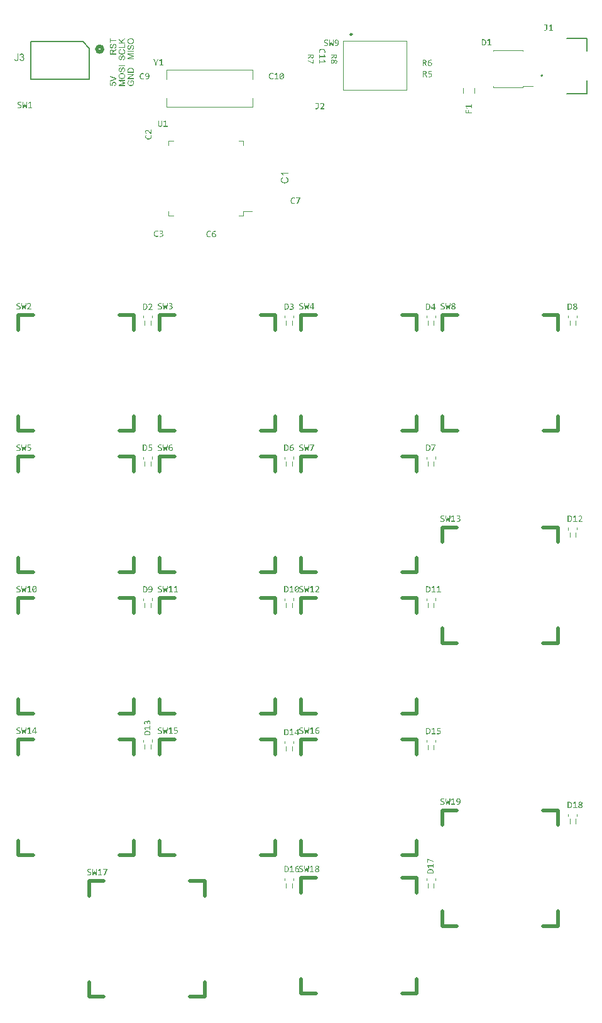
<source format=gto>
G04*
G04 #@! TF.GenerationSoftware,Altium Limited,Altium Designer,22.9.1 (49)*
G04*
G04 Layer_Color=16777215*
%FSLAX25Y25*%
%MOIN*%
G70*
G04*
G04 #@! TF.SameCoordinates,9D6E7D6E-5856-4DC7-B93E-05E9B7285799*
G04*
G04*
G04 #@! TF.FilePolarity,Positive*
G04*
G01*
G75*
%ADD10C,0.02000*%
%ADD11C,0.00986*%
%ADD12C,0.00787*%
%ADD13C,0.00600*%
%ADD14C,0.00394*%
%ADD15C,0.01968*%
%ADD16C,0.00500*%
G36*
X60866Y523850D02*
X63751D01*
Y523415D01*
X60866D01*
Y522336D01*
X60478D01*
Y524928D01*
X60866D01*
Y523850D01*
D02*
G37*
G36*
X62928Y521977D02*
X62994Y521967D01*
X63070Y521948D01*
X63150Y521925D01*
X63236Y521887D01*
X63325Y521835D01*
X63330D01*
X63335Y521830D01*
X63363Y521806D01*
X63406Y521773D01*
X63453Y521726D01*
X63510Y521664D01*
X63571Y521589D01*
X63628Y521504D01*
X63680Y521404D01*
Y521399D01*
X63685Y521390D01*
X63690Y521376D01*
X63699Y521357D01*
X63709Y521329D01*
X63723Y521295D01*
X63742Y521220D01*
X63765Y521130D01*
X63789Y521021D01*
X63803Y520903D01*
X63808Y520775D01*
Y520700D01*
X63803Y520662D01*
Y520619D01*
X63798Y520572D01*
X63794Y520515D01*
X63775Y520397D01*
X63756Y520274D01*
X63723Y520151D01*
X63680Y520033D01*
Y520028D01*
X63675Y520018D01*
X63666Y520004D01*
X63657Y519985D01*
X63628Y519929D01*
X63586Y519862D01*
X63529Y519787D01*
X63463Y519706D01*
X63382Y519630D01*
X63292Y519560D01*
X63288D01*
X63278Y519550D01*
X63264Y519545D01*
X63245Y519531D01*
X63221Y519522D01*
X63193Y519508D01*
X63122Y519474D01*
X63032Y519441D01*
X62933Y519413D01*
X62819Y519394D01*
X62701Y519385D01*
X62663Y519791D01*
X62668D01*
X62673D01*
X62687Y519796D01*
X62706D01*
X62748Y519805D01*
X62810Y519820D01*
X62871Y519839D01*
X62942Y519858D01*
X63008Y519891D01*
X63070Y519924D01*
X63075Y519929D01*
X63094Y519943D01*
X63127Y519966D01*
X63160Y520004D01*
X63203Y520051D01*
X63245Y520104D01*
X63288Y520175D01*
X63325Y520250D01*
Y520255D01*
X63330Y520260D01*
X63335Y520274D01*
X63340Y520288D01*
X63354Y520335D01*
X63373Y520397D01*
X63392Y520472D01*
X63406Y520558D01*
X63415Y520652D01*
X63420Y520756D01*
Y520799D01*
X63415Y520846D01*
X63411Y520903D01*
X63401Y520969D01*
X63392Y521045D01*
X63373Y521121D01*
X63349Y521191D01*
X63344Y521201D01*
X63335Y521224D01*
X63316Y521258D01*
X63297Y521300D01*
X63264Y521343D01*
X63231Y521390D01*
X63193Y521437D01*
X63146Y521475D01*
X63141Y521480D01*
X63122Y521489D01*
X63098Y521504D01*
X63061Y521523D01*
X63023Y521541D01*
X62975Y521556D01*
X62923Y521565D01*
X62867Y521570D01*
X62862D01*
X62838D01*
X62810Y521565D01*
X62772Y521560D01*
X62734Y521546D01*
X62687Y521532D01*
X62640Y521508D01*
X62597Y521475D01*
X62592Y521470D01*
X62578Y521456D01*
X62559Y521437D01*
X62531Y521404D01*
X62502Y521366D01*
X62469Y521314D01*
X62436Y521253D01*
X62408Y521182D01*
X62403Y521177D01*
X62398Y521154D01*
X62384Y521116D01*
X62379Y521092D01*
X62370Y521059D01*
X62356Y521026D01*
X62346Y520983D01*
X62332Y520936D01*
X62318Y520879D01*
X62304Y520822D01*
X62285Y520756D01*
X62266Y520681D01*
X62247Y520600D01*
Y520595D01*
X62242Y520581D01*
X62238Y520558D01*
X62228Y520529D01*
X62219Y520491D01*
X62209Y520449D01*
X62181Y520354D01*
X62148Y520250D01*
X62115Y520141D01*
X62081Y520047D01*
X62063Y520004D01*
X62044Y519966D01*
Y519962D01*
X62039Y519957D01*
X62020Y519929D01*
X61996Y519886D01*
X61958Y519839D01*
X61916Y519782D01*
X61864Y519725D01*
X61802Y519668D01*
X61736Y519621D01*
X61727Y519616D01*
X61703Y519602D01*
X61665Y519583D01*
X61618Y519564D01*
X61556Y519545D01*
X61485Y519526D01*
X61410Y519512D01*
X61329Y519508D01*
X61325D01*
X61320D01*
X61306D01*
X61287D01*
X61239Y519517D01*
X61178Y519526D01*
X61107Y519541D01*
X61027Y519564D01*
X60946Y519597D01*
X60866Y519645D01*
X60861D01*
X60856Y519649D01*
X60828Y519673D01*
X60790Y519706D01*
X60743Y519749D01*
X60691Y519805D01*
X60634Y519876D01*
X60582Y519962D01*
X60535Y520056D01*
Y520061D01*
X60530Y520070D01*
X60525Y520085D01*
X60516Y520104D01*
X60506Y520127D01*
X60497Y520160D01*
X60478Y520231D01*
X60459Y520321D01*
X60440Y520425D01*
X60426Y520534D01*
X60421Y520657D01*
Y520718D01*
X60426Y520751D01*
Y520785D01*
X60435Y520875D01*
X60450Y520974D01*
X60473Y521078D01*
X60502Y521191D01*
X60540Y521295D01*
Y521300D01*
X60544Y521310D01*
X60554Y521324D01*
X60563Y521343D01*
X60587Y521390D01*
X60629Y521452D01*
X60677Y521523D01*
X60738Y521594D01*
X60809Y521660D01*
X60890Y521721D01*
X60894D01*
X60899Y521726D01*
X60913Y521735D01*
X60927Y521745D01*
X60975Y521769D01*
X61036Y521797D01*
X61112Y521830D01*
X61202Y521854D01*
X61296Y521877D01*
X61400Y521887D01*
X61433Y521470D01*
X61429D01*
X61419D01*
X61405Y521466D01*
X61381Y521461D01*
X61329Y521447D01*
X61258Y521428D01*
X61183Y521399D01*
X61107Y521357D01*
X61036Y521305D01*
X60970Y521239D01*
X60965Y521229D01*
X60946Y521206D01*
X60918Y521158D01*
X60890Y521097D01*
X60861Y521016D01*
X60833Y520922D01*
X60814Y520804D01*
X60809Y520671D01*
Y520605D01*
X60814Y520576D01*
X60818Y520539D01*
X60828Y520454D01*
X60847Y520359D01*
X60871Y520264D01*
X60908Y520175D01*
X60932Y520137D01*
X60956Y520099D01*
X60960Y520089D01*
X60979Y520070D01*
X61013Y520042D01*
X61050Y520014D01*
X61102Y519981D01*
X61159Y519952D01*
X61225Y519933D01*
X61301Y519924D01*
X61310D01*
X61329D01*
X61362Y519929D01*
X61400Y519938D01*
X61448Y519952D01*
X61495Y519976D01*
X61542Y520004D01*
X61589Y520047D01*
X61594Y520051D01*
X61608Y520075D01*
X61623Y520094D01*
X61632Y520113D01*
X61646Y520141D01*
X61665Y520175D01*
X61679Y520217D01*
X61698Y520264D01*
X61717Y520316D01*
X61741Y520378D01*
X61760Y520444D01*
X61783Y520520D01*
X61802Y520605D01*
X61826Y520700D01*
Y520704D01*
X61831Y520723D01*
X61835Y520751D01*
X61845Y520785D01*
X61854Y520827D01*
X61869Y520879D01*
X61883Y520931D01*
X61897Y520988D01*
X61930Y521111D01*
X61963Y521229D01*
X61982Y521286D01*
X62001Y521338D01*
X62015Y521385D01*
X62034Y521423D01*
Y521428D01*
X62039Y521437D01*
X62048Y521452D01*
X62058Y521470D01*
X62086Y521523D01*
X62124Y521584D01*
X62176Y521655D01*
X62233Y521726D01*
X62299Y521792D01*
X62370Y521849D01*
X62379Y521854D01*
X62403Y521873D01*
X62446Y521891D01*
X62502Y521920D01*
X62569Y521944D01*
X62649Y521967D01*
X62739Y521981D01*
X62833Y521986D01*
X62838D01*
X62843D01*
X62857D01*
X62876D01*
X62928Y521977D01*
D02*
G37*
G36*
X63751Y518571D02*
X63070Y518141D01*
X63065D01*
X63056Y518131D01*
X63042Y518122D01*
X63023Y518108D01*
X62971Y518074D01*
X62905Y518032D01*
X62833Y517980D01*
X62758Y517928D01*
X62687Y517876D01*
X62621Y517828D01*
X62616Y517824D01*
X62597Y517809D01*
X62569Y517786D01*
X62536Y517753D01*
X62465Y517682D01*
X62432Y517644D01*
X62403Y517606D01*
X62398Y517601D01*
X62394Y517592D01*
X62384Y517573D01*
X62370Y517545D01*
X62356Y517516D01*
X62342Y517483D01*
X62318Y517407D01*
Y517403D01*
X62313Y517393D01*
Y517374D01*
X62309Y517351D01*
X62304Y517318D01*
Y517280D01*
X62299Y517228D01*
Y516670D01*
X63751D01*
Y516234D01*
X60478D01*
Y517753D01*
X60483Y517791D01*
Y517833D01*
X60487Y517933D01*
X60502Y518037D01*
X60516Y518150D01*
X60540Y518254D01*
X60554Y518306D01*
X60568Y518349D01*
Y518353D01*
X60573Y518358D01*
X60587Y518387D01*
X60606Y518429D01*
X60639Y518481D01*
X60681Y518538D01*
X60738Y518599D01*
X60804Y518656D01*
X60880Y518713D01*
X60885D01*
X60890Y518718D01*
X60918Y518737D01*
X60965Y518755D01*
X61027Y518784D01*
X61098Y518808D01*
X61183Y518831D01*
X61273Y518845D01*
X61372Y518850D01*
X61377D01*
X61386D01*
X61405D01*
X61429Y518845D01*
X61462D01*
X61495Y518841D01*
X61575Y518822D01*
X61670Y518793D01*
X61769Y518755D01*
X61869Y518699D01*
X61916Y518661D01*
X61963Y518623D01*
X61968Y518618D01*
X61973Y518614D01*
X61987Y518599D01*
X62001Y518580D01*
X62020Y518557D01*
X62039Y518528D01*
X62063Y518491D01*
X62091Y518453D01*
X62115Y518405D01*
X62138Y518353D01*
X62167Y518297D01*
X62190Y518235D01*
X62209Y518164D01*
X62233Y518093D01*
X62247Y518013D01*
X62261Y517928D01*
X62266Y517937D01*
X62275Y517956D01*
X62294Y517984D01*
X62313Y518022D01*
X62365Y518108D01*
X62398Y518150D01*
X62427Y518188D01*
X62436Y518197D01*
X62460Y518221D01*
X62498Y518259D01*
X62545Y518306D01*
X62611Y518358D01*
X62682Y518420D01*
X62767Y518481D01*
X62862Y518547D01*
X63751Y519110D01*
Y518571D01*
D02*
G37*
G36*
X63723Y503698D02*
Y503244D01*
X60450Y501976D01*
Y502449D01*
X62829Y503300D01*
X62833D01*
X62843Y503305D01*
X62857Y503310D01*
X62876Y503319D01*
X62905Y503324D01*
X62933Y503334D01*
X63004Y503357D01*
X63084Y503386D01*
X63174Y503414D01*
X63363Y503471D01*
X63359D01*
X63349Y503475D01*
X63335Y503480D01*
X63316Y503485D01*
X63264Y503499D01*
X63193Y503523D01*
X63113Y503546D01*
X63023Y503575D01*
X62928Y503608D01*
X62829Y503646D01*
X60450Y504535D01*
Y504975D01*
X63723Y503698D01*
D02*
G37*
G36*
X62692Y501773D02*
X62730Y501768D01*
X62772Y501763D01*
X62824Y501754D01*
X62876Y501744D01*
X62999Y501716D01*
X63127Y501669D01*
X63193Y501640D01*
X63254Y501602D01*
X63321Y501565D01*
X63382Y501517D01*
X63387Y501512D01*
X63401Y501503D01*
X63420Y501484D01*
X63444Y501461D01*
X63472Y501427D01*
X63510Y501390D01*
X63543Y501342D01*
X63581Y501290D01*
X63619Y501233D01*
X63652Y501167D01*
X63685Y501096D01*
X63718Y501021D01*
X63742Y500940D01*
X63761Y500850D01*
X63775Y500756D01*
X63779Y500656D01*
Y500614D01*
X63775Y500581D01*
X63770Y500543D01*
X63765Y500500D01*
X63761Y500448D01*
X63746Y500396D01*
X63718Y500278D01*
X63675Y500160D01*
X63647Y500098D01*
X63614Y500037D01*
X63576Y499980D01*
X63534Y499923D01*
X63529Y499919D01*
X63524Y499909D01*
X63505Y499900D01*
X63486Y499881D01*
X63463Y499857D01*
X63434Y499833D01*
X63396Y499805D01*
X63354Y499781D01*
X63311Y499753D01*
X63259Y499724D01*
X63146Y499673D01*
X63013Y499630D01*
X62942Y499616D01*
X62867Y499606D01*
X62833Y500027D01*
X62838D01*
X62848D01*
X62862Y500032D01*
X62886Y500037D01*
X62938Y500051D01*
X63008Y500070D01*
X63080Y500098D01*
X63160Y500136D01*
X63231Y500183D01*
X63297Y500240D01*
X63302Y500250D01*
X63321Y500269D01*
X63344Y500306D01*
X63373Y500358D01*
X63401Y500415D01*
X63425Y500486D01*
X63444Y500566D01*
X63448Y500656D01*
Y500685D01*
X63444Y500704D01*
X63439Y500760D01*
X63420Y500827D01*
X63396Y500907D01*
X63359Y500987D01*
X63302Y501073D01*
X63269Y501110D01*
X63231Y501148D01*
X63226Y501153D01*
X63221Y501158D01*
X63207Y501167D01*
X63193Y501181D01*
X63141Y501215D01*
X63075Y501252D01*
X62994Y501286D01*
X62895Y501319D01*
X62777Y501342D01*
X62715Y501352D01*
X62649D01*
X62644D01*
X62635D01*
X62616D01*
X62592Y501347D01*
X62564D01*
X62531Y501342D01*
X62455Y501328D01*
X62365Y501304D01*
X62275Y501271D01*
X62190Y501224D01*
X62110Y501158D01*
X62105D01*
X62100Y501148D01*
X62077Y501125D01*
X62044Y501082D01*
X62006Y501025D01*
X61973Y500950D01*
X61940Y500865D01*
X61916Y500765D01*
X61906Y500708D01*
Y500619D01*
X61911Y500581D01*
X61916Y500533D01*
X61930Y500477D01*
X61944Y500420D01*
X61968Y500358D01*
X61996Y500297D01*
X62001Y500292D01*
X62011Y500273D01*
X62034Y500245D01*
X62058Y500207D01*
X62091Y500169D01*
X62134Y500131D01*
X62176Y500089D01*
X62228Y500056D01*
X62176Y499677D01*
X60492Y499994D01*
Y501621D01*
X60875D01*
Y500311D01*
X61760Y500136D01*
X61755Y500141D01*
X61750Y500150D01*
X61741Y500164D01*
X61727Y500188D01*
X61712Y500216D01*
X61694Y500250D01*
X61656Y500325D01*
X61618Y500420D01*
X61585Y500524D01*
X61561Y500637D01*
X61552Y500694D01*
Y500798D01*
X61556Y500827D01*
X61561Y500865D01*
X61566Y500907D01*
X61575Y500954D01*
X61589Y501006D01*
X61623Y501120D01*
X61646Y501181D01*
X61679Y501243D01*
X61712Y501304D01*
X61750Y501366D01*
X61798Y501423D01*
X61850Y501479D01*
X61854Y501484D01*
X61864Y501494D01*
X61878Y501508D01*
X61902Y501527D01*
X61935Y501550D01*
X61968Y501574D01*
X62011Y501602D01*
X62058Y501631D01*
X62110Y501654D01*
X62167Y501683D01*
X62233Y501706D01*
X62299Y501730D01*
X62370Y501749D01*
X62450Y501763D01*
X62531Y501773D01*
X62616Y501777D01*
X62621D01*
X62635D01*
X62659D01*
X62692Y501773D01*
D02*
G37*
G36*
X71615Y509279D02*
X71653D01*
X71743Y509274D01*
X71847Y509260D01*
X71956Y509246D01*
X72070Y509222D01*
X72183Y509194D01*
X72188D01*
X72197Y509189D01*
X72211Y509185D01*
X72230Y509180D01*
X72282Y509161D01*
X72349Y509132D01*
X72424Y509104D01*
X72500Y509066D01*
X72580Y509019D01*
X72656Y508972D01*
X72666Y508967D01*
X72689Y508948D01*
X72722Y508920D01*
X72765Y508882D01*
X72812Y508839D01*
X72859Y508787D01*
X72911Y508735D01*
X72954Y508674D01*
X72959Y508664D01*
X72973Y508645D01*
X72992Y508612D01*
X73015Y508565D01*
X73044Y508508D01*
X73067Y508442D01*
X73096Y508366D01*
X73119Y508281D01*
Y508272D01*
X73124Y508257D01*
X73129Y508243D01*
X73134Y508196D01*
X73143Y508130D01*
X73153Y508054D01*
X73162Y507964D01*
X73167Y507865D01*
X73172Y507756D01*
Y506578D01*
X69898D01*
Y507836D01*
X69903Y507922D01*
X69908Y508016D01*
X69917Y508111D01*
X69932Y508206D01*
X69946Y508286D01*
Y508291D01*
X69950Y508300D01*
Y508314D01*
X69960Y508333D01*
X69974Y508385D01*
X69998Y508451D01*
X70031Y508527D01*
X70073Y508607D01*
X70121Y508688D01*
X70182Y508764D01*
X70187Y508768D01*
X70192Y508773D01*
X70206Y508787D01*
X70220Y508806D01*
X70267Y508853D01*
X70334Y508910D01*
X70414Y508972D01*
X70509Y509038D01*
X70617Y509099D01*
X70740Y509152D01*
X70745D01*
X70754Y509156D01*
X70774Y509166D01*
X70802Y509170D01*
X70835Y509185D01*
X70873Y509194D01*
X70915Y509203D01*
X70967Y509218D01*
X71019Y509232D01*
X71081Y509241D01*
X71213Y509265D01*
X71360Y509279D01*
X71521Y509284D01*
X71526D01*
X71535D01*
X71559D01*
X71582D01*
X71615Y509279D01*
D02*
G37*
G36*
X73172Y505401D02*
X70603Y503688D01*
X73172D01*
Y503272D01*
X69898D01*
Y503717D01*
X72471Y505434D01*
X69898D01*
Y505850D01*
X73172D01*
Y505401D01*
D02*
G37*
G36*
X72722Y502633D02*
X72727Y502624D01*
X72741Y502605D01*
X72760Y502582D01*
X72779Y502553D01*
X72803Y502520D01*
X72831Y502477D01*
X72859Y502435D01*
X72921Y502336D01*
X72987Y502222D01*
X73049Y502104D01*
X73101Y501976D01*
Y501971D01*
X73105Y501962D01*
X73110Y501943D01*
X73119Y501919D01*
X73129Y501886D01*
X73143Y501848D01*
X73153Y501806D01*
X73162Y501763D01*
X73186Y501659D01*
X73209Y501541D01*
X73224Y501413D01*
X73228Y501281D01*
Y501233D01*
X73224Y501200D01*
Y501158D01*
X73219Y501106D01*
X73209Y501049D01*
X73205Y500987D01*
X73176Y500850D01*
X73143Y500704D01*
X73091Y500552D01*
X73063Y500477D01*
X73025Y500401D01*
X73020Y500396D01*
X73015Y500382D01*
X73001Y500363D01*
X72987Y500335D01*
X72964Y500302D01*
X72940Y500269D01*
X72874Y500179D01*
X72788Y500084D01*
X72684Y499985D01*
X72566Y499890D01*
X72429Y499805D01*
X72424D01*
X72410Y499795D01*
X72391Y499786D01*
X72358Y499772D01*
X72325Y499758D01*
X72278Y499744D01*
X72230Y499725D01*
X72174Y499706D01*
X72112Y499687D01*
X72041Y499668D01*
X71970Y499654D01*
X71895Y499639D01*
X71729Y499616D01*
X71554Y499606D01*
X71549D01*
X71530D01*
X71507D01*
X71473Y499611D01*
X71431D01*
X71379Y499616D01*
X71327Y499625D01*
X71265Y499630D01*
X71199Y499644D01*
X71128Y499654D01*
X70977Y499691D01*
X70821Y499739D01*
X70665Y499805D01*
X70660Y499810D01*
X70646Y499814D01*
X70627Y499824D01*
X70599Y499843D01*
X70561Y499862D01*
X70523Y499885D01*
X70433Y499952D01*
X70329Y500032D01*
X70230Y500131D01*
X70130Y500245D01*
X70088Y500311D01*
X70045Y500377D01*
X70040Y500382D01*
X70036Y500396D01*
X70026Y500415D01*
X70012Y500444D01*
X69998Y500481D01*
X69979Y500524D01*
X69960Y500571D01*
X69941Y500628D01*
X69922Y500690D01*
X69908Y500756D01*
X69889Y500827D01*
X69875Y500902D01*
X69851Y501068D01*
X69842Y501153D01*
Y501304D01*
X69846Y501333D01*
Y501371D01*
X69856Y501461D01*
X69870Y501560D01*
X69894Y501664D01*
X69922Y501777D01*
X69960Y501886D01*
Y501891D01*
X69965Y501900D01*
X69969Y501915D01*
X69979Y501933D01*
X70007Y501986D01*
X70040Y502052D01*
X70088Y502123D01*
X70144Y502198D01*
X70206Y502269D01*
X70281Y502336D01*
X70291Y502345D01*
X70319Y502364D01*
X70362Y502392D01*
X70423Y502430D01*
X70499Y502468D01*
X70594Y502510D01*
X70698Y502553D01*
X70816Y502586D01*
X70920Y502194D01*
X70915D01*
X70911Y502189D01*
X70896Y502184D01*
X70877Y502179D01*
X70835Y502165D01*
X70778Y502146D01*
X70712Y502118D01*
X70651Y502085D01*
X70584Y502052D01*
X70527Y502009D01*
X70523Y502004D01*
X70504Y501990D01*
X70480Y501962D01*
X70447Y501929D01*
X70409Y501886D01*
X70371Y501829D01*
X70334Y501768D01*
X70301Y501697D01*
X70296Y501687D01*
X70286Y501664D01*
X70272Y501621D01*
X70253Y501565D01*
X70239Y501498D01*
X70225Y501423D01*
X70215Y501337D01*
X70211Y501248D01*
Y501196D01*
X70215Y501172D01*
Y501144D01*
X70220Y501073D01*
X70234Y500992D01*
X70248Y500902D01*
X70272Y500817D01*
X70305Y500732D01*
X70310Y500723D01*
X70319Y500694D01*
X70343Y500656D01*
X70367Y500609D01*
X70404Y500552D01*
X70442Y500491D01*
X70490Y500434D01*
X70542Y500382D01*
X70546Y500377D01*
X70565Y500358D01*
X70599Y500335D01*
X70636Y500306D01*
X70684Y500273D01*
X70740Y500240D01*
X70802Y500207D01*
X70868Y500174D01*
X70873D01*
X70882Y500169D01*
X70896Y500165D01*
X70920Y500155D01*
X70948Y500145D01*
X70982Y500136D01*
X71019Y500122D01*
X71062Y500112D01*
X71161Y500089D01*
X71275Y500070D01*
X71393Y500056D01*
X71526Y500051D01*
X71530D01*
X71544D01*
X71568D01*
X71596Y500056D01*
X71634D01*
X71682Y500060D01*
X71729Y500065D01*
X71781Y500070D01*
X71899Y500089D01*
X72022Y500112D01*
X72145Y500150D01*
X72263Y500198D01*
X72268D01*
X72278Y500207D01*
X72292Y500212D01*
X72311Y500226D01*
X72363Y500259D01*
X72429Y500311D01*
X72500Y500373D01*
X72571Y500448D01*
X72637Y500538D01*
X72699Y500637D01*
Y500642D01*
X72703Y500652D01*
X72713Y500666D01*
X72722Y500690D01*
X72732Y500713D01*
X72741Y500746D01*
X72769Y500822D01*
X72793Y500916D01*
X72817Y501021D01*
X72836Y501134D01*
X72840Y501252D01*
Y501300D01*
X72836Y501328D01*
Y501356D01*
X72826Y501427D01*
X72817Y501512D01*
X72798Y501602D01*
X72769Y501702D01*
X72736Y501801D01*
Y501806D01*
X72732Y501815D01*
X72727Y501825D01*
X72717Y501844D01*
X72694Y501896D01*
X72666Y501952D01*
X72632Y502019D01*
X72594Y502090D01*
X72552Y502156D01*
X72505Y502212D01*
X71890D01*
Y501248D01*
X71502D01*
Y502638D01*
X72717D01*
X72722Y502633D01*
D02*
G37*
G36*
X68447Y510112D02*
X65174D01*
Y510547D01*
X68447D01*
Y510112D01*
D02*
G37*
G36*
X67624Y509435D02*
X67690Y509426D01*
X67766Y509407D01*
X67847Y509383D01*
X67932Y509345D01*
X68022Y509293D01*
X68026D01*
X68031Y509289D01*
X68059Y509265D01*
X68102Y509232D01*
X68149Y509185D01*
X68206Y509123D01*
X68267Y509047D01*
X68324Y508962D01*
X68376Y508863D01*
Y508858D01*
X68381Y508849D01*
X68386Y508835D01*
X68395Y508816D01*
X68405Y508787D01*
X68419Y508754D01*
X68438Y508678D01*
X68461Y508589D01*
X68485Y508480D01*
X68499Y508361D01*
X68504Y508234D01*
Y508158D01*
X68499Y508120D01*
Y508078D01*
X68494Y508030D01*
X68490Y507974D01*
X68471Y507855D01*
X68452Y507732D01*
X68419Y507610D01*
X68376Y507491D01*
Y507486D01*
X68371Y507477D01*
X68362Y507463D01*
X68353Y507444D01*
X68324Y507387D01*
X68282Y507321D01*
X68225Y507245D01*
X68159Y507165D01*
X68078Y507089D01*
X67988Y507018D01*
X67984D01*
X67974Y507009D01*
X67960Y507004D01*
X67941Y506990D01*
X67917Y506980D01*
X67889Y506966D01*
X67818Y506933D01*
X67728Y506900D01*
X67629Y506872D01*
X67515Y506853D01*
X67397Y506843D01*
X67359Y507250D01*
X67364D01*
X67369D01*
X67383Y507255D01*
X67402D01*
X67444Y507264D01*
X67506Y507278D01*
X67567Y507297D01*
X67638Y507316D01*
X67705Y507349D01*
X67766Y507382D01*
X67771Y507387D01*
X67790Y507401D01*
X67823Y507425D01*
X67856Y507463D01*
X67898Y507510D01*
X67941Y507562D01*
X67984Y507633D01*
X68022Y507709D01*
Y507714D01*
X68026Y507718D01*
X68031Y507732D01*
X68036Y507747D01*
X68050Y507794D01*
X68069Y507855D01*
X68088Y507931D01*
X68102Y508016D01*
X68111Y508111D01*
X68116Y508215D01*
Y508257D01*
X68111Y508305D01*
X68107Y508361D01*
X68097Y508428D01*
X68088Y508503D01*
X68069Y508579D01*
X68045Y508650D01*
X68040Y508660D01*
X68031Y508683D01*
X68012Y508716D01*
X67993Y508759D01*
X67960Y508801D01*
X67927Y508849D01*
X67889Y508896D01*
X67842Y508934D01*
X67837Y508939D01*
X67818Y508948D01*
X67794Y508962D01*
X67757Y508981D01*
X67719Y509000D01*
X67672Y509014D01*
X67619Y509024D01*
X67563Y509028D01*
X67558D01*
X67534D01*
X67506Y509024D01*
X67468Y509019D01*
X67430Y509005D01*
X67383Y508991D01*
X67336Y508967D01*
X67293Y508934D01*
X67288Y508929D01*
X67274Y508915D01*
X67255Y508896D01*
X67227Y508863D01*
X67198Y508825D01*
X67165Y508773D01*
X67132Y508711D01*
X67104Y508641D01*
X67099Y508636D01*
X67094Y508612D01*
X67080Y508574D01*
X67076Y508551D01*
X67066Y508518D01*
X67052Y508485D01*
X67042Y508442D01*
X67028Y508395D01*
X67014Y508338D01*
X67000Y508281D01*
X66981Y508215D01*
X66962Y508139D01*
X66943Y508059D01*
Y508054D01*
X66938Y508040D01*
X66934Y508016D01*
X66924Y507988D01*
X66915Y507950D01*
X66905Y507907D01*
X66877Y507813D01*
X66844Y507709D01*
X66811Y507600D01*
X66777Y507505D01*
X66759Y507463D01*
X66740Y507425D01*
Y507420D01*
X66735Y507415D01*
X66716Y507387D01*
X66692Y507345D01*
X66654Y507297D01*
X66612Y507240D01*
X66560Y507184D01*
X66498Y507127D01*
X66432Y507080D01*
X66423Y507075D01*
X66399Y507061D01*
X66361Y507042D01*
X66314Y507023D01*
X66252Y507004D01*
X66181Y506985D01*
X66106Y506971D01*
X66025Y506966D01*
X66021D01*
X66016D01*
X66002D01*
X65983D01*
X65935Y506976D01*
X65874Y506985D01*
X65803Y506999D01*
X65723Y507023D01*
X65642Y507056D01*
X65562Y507103D01*
X65557D01*
X65552Y507108D01*
X65524Y507132D01*
X65486Y507165D01*
X65439Y507207D01*
X65387Y507264D01*
X65330Y507335D01*
X65278Y507420D01*
X65231Y507515D01*
Y507520D01*
X65226Y507529D01*
X65221Y507543D01*
X65212Y507562D01*
X65202Y507586D01*
X65193Y507619D01*
X65174Y507690D01*
X65155Y507780D01*
X65136Y507884D01*
X65122Y507993D01*
X65117Y508116D01*
Y508177D01*
X65122Y508210D01*
Y508243D01*
X65131Y508333D01*
X65146Y508432D01*
X65169Y508536D01*
X65198Y508650D01*
X65236Y508754D01*
Y508759D01*
X65240Y508768D01*
X65250Y508782D01*
X65259Y508801D01*
X65283Y508849D01*
X65325Y508910D01*
X65373Y508981D01*
X65434Y509052D01*
X65505Y509118D01*
X65586Y509180D01*
X65590D01*
X65595Y509185D01*
X65609Y509194D01*
X65623Y509203D01*
X65671Y509227D01*
X65732Y509256D01*
X65808Y509289D01*
X65898Y509312D01*
X65992Y509336D01*
X66096Y509345D01*
X66129Y508929D01*
X66125D01*
X66115D01*
X66101Y508924D01*
X66077Y508920D01*
X66025Y508906D01*
X65955Y508887D01*
X65879Y508858D01*
X65803Y508816D01*
X65732Y508764D01*
X65666Y508697D01*
X65661Y508688D01*
X65642Y508664D01*
X65614Y508617D01*
X65586Y508556D01*
X65557Y508475D01*
X65529Y508381D01*
X65510Y508262D01*
X65505Y508130D01*
Y508064D01*
X65510Y508035D01*
X65515Y507997D01*
X65524Y507912D01*
X65543Y507818D01*
X65567Y507723D01*
X65604Y507633D01*
X65628Y507595D01*
X65652Y507557D01*
X65657Y507548D01*
X65675Y507529D01*
X65709Y507501D01*
X65746Y507472D01*
X65798Y507439D01*
X65855Y507411D01*
X65921Y507392D01*
X65997Y507382D01*
X66006D01*
X66025D01*
X66058Y507387D01*
X66096Y507397D01*
X66144Y507411D01*
X66191Y507435D01*
X66238Y507463D01*
X66286Y507505D01*
X66290Y507510D01*
X66304Y507534D01*
X66319Y507553D01*
X66328Y507572D01*
X66342Y507600D01*
X66361Y507633D01*
X66375Y507676D01*
X66394Y507723D01*
X66413Y507775D01*
X66437Y507836D01*
X66456Y507903D01*
X66479Y507978D01*
X66498Y508064D01*
X66522Y508158D01*
Y508163D01*
X66527Y508182D01*
X66531Y508210D01*
X66541Y508243D01*
X66550Y508286D01*
X66565Y508338D01*
X66579Y508390D01*
X66593Y508447D01*
X66626Y508570D01*
X66659Y508688D01*
X66678Y508745D01*
X66697Y508797D01*
X66711Y508844D01*
X66730Y508882D01*
Y508887D01*
X66735Y508896D01*
X66744Y508910D01*
X66754Y508929D01*
X66782Y508981D01*
X66820Y509043D01*
X66872Y509114D01*
X66929Y509185D01*
X66995Y509251D01*
X67066Y509307D01*
X67076Y509312D01*
X67099Y509331D01*
X67142Y509350D01*
X67198Y509378D01*
X67265Y509402D01*
X67345Y509426D01*
X67435Y509440D01*
X67529Y509445D01*
X67534D01*
X67539D01*
X67553D01*
X67572D01*
X67624Y509435D01*
D02*
G37*
G36*
X66905Y506427D02*
X66948D01*
X67000Y506422D01*
X67057Y506413D01*
X67118Y506408D01*
X67255Y506384D01*
X67407Y506347D01*
X67558Y506294D01*
X67634Y506266D01*
X67709Y506228D01*
X67714D01*
X67728Y506219D01*
X67747Y506209D01*
X67775Y506190D01*
X67809Y506172D01*
X67842Y506148D01*
X67932Y506082D01*
X68026Y506001D01*
X68125Y505907D01*
X68220Y505793D01*
X68305Y505661D01*
Y505656D01*
X68315Y505647D01*
X68324Y505623D01*
X68338Y505594D01*
X68353Y505561D01*
X68367Y505523D01*
X68386Y505476D01*
X68405Y505424D01*
X68423Y505367D01*
X68442Y505306D01*
X68471Y505169D01*
X68494Y505022D01*
X68504Y504866D01*
Y504819D01*
X68499Y504790D01*
Y504748D01*
X68490Y504701D01*
X68485Y504648D01*
X68476Y504587D01*
X68447Y504459D01*
X68409Y504322D01*
X68353Y504180D01*
X68319Y504109D01*
X68282Y504038D01*
X68277Y504034D01*
X68272Y504024D01*
X68258Y504005D01*
X68239Y503977D01*
X68220Y503948D01*
X68192Y503915D01*
X68121Y503835D01*
X68036Y503745D01*
X67932Y503651D01*
X67813Y503565D01*
X67676Y503485D01*
X67672D01*
X67657Y503475D01*
X67638Y503466D01*
X67610Y503456D01*
X67572Y503442D01*
X67529Y503428D01*
X67482Y503409D01*
X67430Y503395D01*
X67369Y503376D01*
X67307Y503357D01*
X67165Y503329D01*
X67019Y503310D01*
X66858Y503300D01*
X66853D01*
X66848D01*
X66820D01*
X66777Y503305D01*
X66721D01*
X66654Y503315D01*
X66574Y503324D01*
X66484Y503338D01*
X66390Y503357D01*
X66290Y503376D01*
X66186Y503405D01*
X66082Y503442D01*
X65973Y503485D01*
X65869Y503532D01*
X65765Y503594D01*
X65671Y503660D01*
X65581Y503736D01*
X65576Y503740D01*
X65562Y503755D01*
X65538Y503783D01*
X65510Y503816D01*
X65472Y503859D01*
X65434Y503911D01*
X65392Y503972D01*
X65349Y504043D01*
X65306Y504119D01*
X65264Y504204D01*
X65226Y504298D01*
X65188Y504398D01*
X65160Y504507D01*
X65136Y504620D01*
X65122Y504738D01*
X65117Y504866D01*
Y504909D01*
X65122Y504942D01*
Y504984D01*
X65127Y505027D01*
X65136Y505084D01*
X65146Y505140D01*
X65169Y505263D01*
X65207Y505405D01*
X65264Y505543D01*
X65297Y505613D01*
X65335Y505684D01*
X65340Y505689D01*
X65344Y505698D01*
X65359Y505718D01*
X65373Y505746D01*
X65396Y505774D01*
X65425Y505812D01*
X65491Y505893D01*
X65576Y505978D01*
X65680Y506072D01*
X65803Y506162D01*
X65940Y506238D01*
X65945D01*
X65959Y506247D01*
X65978Y506257D01*
X66006Y506266D01*
X66044Y506285D01*
X66087Y506299D01*
X66139Y506318D01*
X66196Y506337D01*
X66257Y506351D01*
X66323Y506370D01*
X66399Y506389D01*
X66475Y506403D01*
X66640Y506422D01*
X66820Y506432D01*
X66825D01*
X66844D01*
X66867D01*
X66905Y506427D01*
D02*
G37*
G36*
X68447Y502312D02*
X65709D01*
X68447Y501356D01*
Y500969D01*
X65661Y500023D01*
X68447D01*
Y499606D01*
X65174D01*
Y500254D01*
X67496Y501030D01*
X67501D01*
X67511Y501035D01*
X67525Y501040D01*
X67549Y501049D01*
X67605Y501068D01*
X67676Y501091D01*
X67757Y501115D01*
X67837Y501144D01*
X67913Y501167D01*
X67979Y501186D01*
X67969Y501191D01*
X67946Y501196D01*
X67903Y501210D01*
X67847Y501229D01*
X67771Y501252D01*
X67681Y501286D01*
X67577Y501319D01*
X67454Y501361D01*
X65174Y502146D01*
Y502728D01*
X68447D01*
Y502312D01*
D02*
G37*
G36*
X68447Y524356D02*
X66796Y523192D01*
X67312Y522658D01*
X68447D01*
Y522223D01*
X65174D01*
Y522658D01*
X66801D01*
X65174Y524275D01*
Y524867D01*
X66503Y523495D01*
X68447Y524928D01*
Y524356D01*
D02*
G37*
G36*
Y519678D02*
X65174D01*
Y520113D01*
X68059D01*
Y521726D01*
X68447D01*
Y519678D01*
D02*
G37*
G36*
X67435Y519158D02*
X67463Y519148D01*
X67501Y519134D01*
X67544Y519120D01*
X67596Y519101D01*
X67652Y519077D01*
X67714Y519049D01*
X67847Y518983D01*
X67979Y518897D01*
X68045Y518845D01*
X68111Y518793D01*
X68168Y518737D01*
X68225Y518670D01*
X68230Y518666D01*
X68239Y518656D01*
X68248Y518633D01*
X68267Y518609D01*
X68291Y518571D01*
X68315Y518533D01*
X68338Y518481D01*
X68362Y518429D01*
X68390Y518368D01*
X68414Y518301D01*
X68438Y518230D01*
X68461Y518155D01*
X68480Y518074D01*
X68490Y517989D01*
X68499Y517899D01*
X68504Y517805D01*
Y517753D01*
X68499Y517715D01*
Y517672D01*
X68494Y517620D01*
X68485Y517563D01*
X68476Y517497D01*
X68452Y517360D01*
X68414Y517218D01*
X68362Y517076D01*
X68329Y517010D01*
X68291Y516944D01*
X68286Y516939D01*
X68282Y516930D01*
X68267Y516911D01*
X68248Y516892D01*
X68230Y516863D01*
X68201Y516830D01*
X68168Y516792D01*
X68130Y516755D01*
X68088Y516717D01*
X68045Y516674D01*
X67936Y516589D01*
X67809Y516509D01*
X67667Y516438D01*
X67662D01*
X67648Y516428D01*
X67624Y516424D01*
X67596Y516409D01*
X67558Y516400D01*
X67511Y516386D01*
X67459Y516367D01*
X67402Y516353D01*
X67340Y516338D01*
X67269Y516320D01*
X67123Y516296D01*
X66957Y516277D01*
X66787Y516267D01*
X66782D01*
X66763D01*
X66735D01*
X66702Y516272D01*
X66654D01*
X66607Y516277D01*
X66546Y516282D01*
X66484Y516291D01*
X66347Y516315D01*
X66196Y516348D01*
X66044Y516395D01*
X65898Y516461D01*
X65893Y516466D01*
X65879Y516471D01*
X65860Y516480D01*
X65836Y516499D01*
X65803Y516518D01*
X65765Y516542D01*
X65680Y516603D01*
X65586Y516684D01*
X65491Y516778D01*
X65396Y516887D01*
X65316Y517015D01*
X65311Y517020D01*
X65307Y517034D01*
X65297Y517053D01*
X65283Y517076D01*
X65269Y517114D01*
X65254Y517152D01*
X65236Y517199D01*
X65217Y517251D01*
X65198Y517308D01*
X65179Y517370D01*
X65150Y517502D01*
X65127Y517653D01*
X65117Y517809D01*
Y517857D01*
X65122Y517890D01*
X65127Y517933D01*
X65131Y517984D01*
X65136Y518037D01*
X65150Y518098D01*
X65179Y518226D01*
X65221Y518368D01*
X65250Y518439D01*
X65283Y518505D01*
X65325Y518571D01*
X65368Y518637D01*
X65373Y518642D01*
X65377Y518651D01*
X65392Y518670D01*
X65415Y518694D01*
X65439Y518718D01*
X65472Y518751D01*
X65510Y518784D01*
X65548Y518822D01*
X65595Y518860D01*
X65652Y518897D01*
X65709Y518940D01*
X65770Y518978D01*
X65841Y519011D01*
X65912Y519049D01*
X65988Y519077D01*
X66073Y519105D01*
X66172Y518680D01*
X66167D01*
X66158Y518675D01*
X66139Y518666D01*
X66115Y518656D01*
X66087Y518647D01*
X66049Y518633D01*
X65973Y518595D01*
X65888Y518547D01*
X65803Y518491D01*
X65723Y518420D01*
X65652Y518344D01*
X65642Y518334D01*
X65623Y518306D01*
X65600Y518259D01*
X65567Y518197D01*
X65538Y518117D01*
X65510Y518027D01*
X65491Y517918D01*
X65486Y517800D01*
Y517762D01*
X65491Y517738D01*
Y517705D01*
X65496Y517668D01*
X65510Y517578D01*
X65529Y517478D01*
X65562Y517374D01*
X65609Y517266D01*
X65671Y517166D01*
Y517162D01*
X65680Y517157D01*
X65704Y517124D01*
X65742Y517081D01*
X65798Y517029D01*
X65869Y516968D01*
X65950Y516911D01*
X66049Y516859D01*
X66158Y516812D01*
X66163D01*
X66172Y516807D01*
X66186Y516802D01*
X66210Y516797D01*
X66238Y516788D01*
X66271Y516778D01*
X66352Y516764D01*
X66446Y516745D01*
X66550Y516726D01*
X66664Y516717D01*
X66787Y516712D01*
X66792D01*
X66806D01*
X66830D01*
X66858D01*
X66891Y516717D01*
X66934D01*
X66981Y516722D01*
X67033Y516726D01*
X67146Y516741D01*
X67269Y516764D01*
X67392Y516792D01*
X67515Y516830D01*
X67520D01*
X67530Y516835D01*
X67544Y516845D01*
X67567Y516854D01*
X67624Y516882D01*
X67690Y516925D01*
X67766Y516977D01*
X67847Y517043D01*
X67917Y517119D01*
X67984Y517209D01*
Y517213D01*
X67988Y517223D01*
X67998Y517237D01*
X68007Y517256D01*
X68017Y517280D01*
X68031Y517308D01*
X68059Y517374D01*
X68088Y517459D01*
X68111Y517554D01*
X68130Y517658D01*
X68135Y517767D01*
Y517800D01*
X68130Y517828D01*
Y517862D01*
X68125Y517895D01*
X68107Y517980D01*
X68083Y518079D01*
X68045Y518178D01*
X67993Y518283D01*
X67965Y518334D01*
X67927Y518382D01*
X67922Y518387D01*
X67917Y518391D01*
X67903Y518405D01*
X67889Y518424D01*
X67865Y518443D01*
X67837Y518467D01*
X67809Y518495D01*
X67771Y518519D01*
X67728Y518547D01*
X67681Y518580D01*
X67634Y518609D01*
X67577Y518637D01*
X67515Y518661D01*
X67449Y518684D01*
X67378Y518708D01*
X67303Y518727D01*
X67411Y519162D01*
X67416D01*
X67435Y519158D01*
D02*
G37*
G36*
X67624Y515790D02*
X67690Y515780D01*
X67766Y515761D01*
X67847Y515738D01*
X67932Y515700D01*
X68022Y515648D01*
X68026D01*
X68031Y515643D01*
X68059Y515620D01*
X68102Y515586D01*
X68149Y515539D01*
X68206Y515478D01*
X68267Y515402D01*
X68324Y515317D01*
X68376Y515217D01*
Y515213D01*
X68381Y515203D01*
X68386Y515189D01*
X68395Y515170D01*
X68405Y515142D01*
X68419Y515109D01*
X68438Y515033D01*
X68461Y514943D01*
X68485Y514834D01*
X68499Y514716D01*
X68504Y514588D01*
Y514513D01*
X68499Y514475D01*
Y514432D01*
X68494Y514385D01*
X68490Y514328D01*
X68471Y514210D01*
X68452Y514087D01*
X68419Y513964D01*
X68376Y513846D01*
Y513841D01*
X68371Y513832D01*
X68362Y513817D01*
X68353Y513798D01*
X68324Y513742D01*
X68282Y513675D01*
X68225Y513600D01*
X68159Y513519D01*
X68078Y513444D01*
X67988Y513373D01*
X67984D01*
X67974Y513363D01*
X67960Y513359D01*
X67941Y513344D01*
X67917Y513335D01*
X67889Y513321D01*
X67818Y513288D01*
X67728Y513254D01*
X67629Y513226D01*
X67515Y513207D01*
X67397Y513198D01*
X67359Y513604D01*
X67364D01*
X67369D01*
X67383Y513609D01*
X67402D01*
X67444Y513619D01*
X67506Y513633D01*
X67567Y513652D01*
X67638Y513671D01*
X67705Y513704D01*
X67766Y513737D01*
X67771Y513742D01*
X67790Y513756D01*
X67823Y513779D01*
X67856Y513817D01*
X67898Y513865D01*
X67941Y513917D01*
X67984Y513988D01*
X68022Y514063D01*
Y514068D01*
X68026Y514073D01*
X68031Y514087D01*
X68036Y514101D01*
X68050Y514149D01*
X68069Y514210D01*
X68088Y514286D01*
X68102Y514371D01*
X68111Y514465D01*
X68116Y514569D01*
Y514612D01*
X68111Y514659D01*
X68107Y514716D01*
X68097Y514782D01*
X68088Y514858D01*
X68069Y514934D01*
X68045Y515005D01*
X68040Y515014D01*
X68031Y515038D01*
X68012Y515071D01*
X67993Y515113D01*
X67960Y515156D01*
X67927Y515203D01*
X67889Y515251D01*
X67842Y515288D01*
X67837Y515293D01*
X67818Y515303D01*
X67794Y515317D01*
X67757Y515336D01*
X67719Y515355D01*
X67672Y515369D01*
X67619Y515378D01*
X67563Y515383D01*
X67558D01*
X67534D01*
X67506Y515378D01*
X67468Y515374D01*
X67430Y515359D01*
X67383Y515345D01*
X67336Y515321D01*
X67293Y515288D01*
X67288Y515284D01*
X67274Y515270D01*
X67255Y515251D01*
X67227Y515217D01*
X67198Y515180D01*
X67165Y515128D01*
X67132Y515066D01*
X67104Y514995D01*
X67099Y514990D01*
X67094Y514967D01*
X67080Y514929D01*
X67076Y514905D01*
X67066Y514872D01*
X67052Y514839D01*
X67042Y514796D01*
X67028Y514749D01*
X67014Y514692D01*
X67000Y514636D01*
X66981Y514569D01*
X66962Y514494D01*
X66943Y514413D01*
Y514409D01*
X66938Y514394D01*
X66934Y514371D01*
X66924Y514342D01*
X66915Y514305D01*
X66905Y514262D01*
X66877Y514167D01*
X66844Y514063D01*
X66811Y513954D01*
X66777Y513860D01*
X66759Y513817D01*
X66740Y513779D01*
Y513775D01*
X66735Y513770D01*
X66716Y513742D01*
X66692Y513699D01*
X66654Y513652D01*
X66612Y513595D01*
X66560Y513538D01*
X66498Y513482D01*
X66432Y513434D01*
X66423Y513429D01*
X66399Y513415D01*
X66361Y513396D01*
X66314Y513378D01*
X66252Y513359D01*
X66181Y513340D01*
X66106Y513326D01*
X66025Y513321D01*
X66021D01*
X66016D01*
X66002D01*
X65983D01*
X65936Y513330D01*
X65874Y513340D01*
X65803Y513354D01*
X65723Y513378D01*
X65642Y513411D01*
X65562Y513458D01*
X65557D01*
X65552Y513463D01*
X65524Y513486D01*
X65486Y513519D01*
X65439Y513562D01*
X65387Y513619D01*
X65330Y513690D01*
X65278Y513775D01*
X65231Y513869D01*
Y513874D01*
X65226Y513884D01*
X65221Y513898D01*
X65212Y513917D01*
X65202Y513940D01*
X65193Y513974D01*
X65174Y514044D01*
X65155Y514134D01*
X65136Y514238D01*
X65122Y514347D01*
X65117Y514470D01*
Y514532D01*
X65122Y514565D01*
Y514598D01*
X65131Y514688D01*
X65146Y514787D01*
X65169Y514891D01*
X65198Y515005D01*
X65236Y515109D01*
Y515113D01*
X65240Y515123D01*
X65250Y515137D01*
X65259Y515156D01*
X65283Y515203D01*
X65325Y515265D01*
X65373Y515336D01*
X65434Y515407D01*
X65505Y515473D01*
X65586Y515534D01*
X65590D01*
X65595Y515539D01*
X65609Y515549D01*
X65623Y515558D01*
X65671Y515582D01*
X65732Y515610D01*
X65808Y515643D01*
X65898Y515667D01*
X65992Y515690D01*
X66096Y515700D01*
X66129Y515284D01*
X66125D01*
X66115D01*
X66101Y515279D01*
X66077Y515274D01*
X66025Y515260D01*
X65955Y515241D01*
X65879Y515213D01*
X65803Y515170D01*
X65732Y515118D01*
X65666Y515052D01*
X65661Y515042D01*
X65642Y515019D01*
X65614Y514971D01*
X65586Y514910D01*
X65557Y514830D01*
X65529Y514735D01*
X65510Y514617D01*
X65505Y514484D01*
Y514418D01*
X65510Y514390D01*
X65515Y514352D01*
X65524Y514267D01*
X65543Y514172D01*
X65567Y514078D01*
X65604Y513988D01*
X65628Y513950D01*
X65652Y513912D01*
X65657Y513903D01*
X65675Y513884D01*
X65709Y513855D01*
X65746Y513827D01*
X65798Y513794D01*
X65855Y513765D01*
X65921Y513746D01*
X65997Y513737D01*
X66006D01*
X66025D01*
X66058Y513742D01*
X66096Y513751D01*
X66144Y513765D01*
X66191Y513789D01*
X66238Y513817D01*
X66286Y513860D01*
X66290Y513865D01*
X66304Y513888D01*
X66319Y513907D01*
X66328Y513926D01*
X66342Y513954D01*
X66361Y513988D01*
X66375Y514030D01*
X66394Y514078D01*
X66413Y514130D01*
X66437Y514191D01*
X66456Y514257D01*
X66479Y514333D01*
X66498Y514418D01*
X66522Y514513D01*
Y514517D01*
X66527Y514536D01*
X66531Y514565D01*
X66541Y514598D01*
X66550Y514640D01*
X66565Y514692D01*
X66579Y514744D01*
X66593Y514801D01*
X66626Y514924D01*
X66659Y515042D01*
X66678Y515099D01*
X66697Y515151D01*
X66711Y515199D01*
X66730Y515236D01*
Y515241D01*
X66735Y515251D01*
X66744Y515265D01*
X66754Y515284D01*
X66782Y515336D01*
X66820Y515397D01*
X66872Y515468D01*
X66929Y515539D01*
X66995Y515605D01*
X67066Y515662D01*
X67076Y515667D01*
X67099Y515686D01*
X67142Y515705D01*
X67198Y515733D01*
X67265Y515757D01*
X67345Y515780D01*
X67435Y515795D01*
X67530Y515799D01*
X67534D01*
X67539D01*
X67553D01*
X67572D01*
X67624Y515790D01*
D02*
G37*
G36*
X71630Y524923D02*
X71672D01*
X71724Y524919D01*
X71781Y524909D01*
X71842Y524904D01*
X71980Y524881D01*
X72131Y524843D01*
X72282Y524791D01*
X72358Y524763D01*
X72434Y524725D01*
X72438D01*
X72453Y524715D01*
X72471Y524706D01*
X72500Y524687D01*
X72533Y524668D01*
X72566Y524644D01*
X72656Y524578D01*
X72751Y524498D01*
X72850Y524403D01*
X72944Y524290D01*
X73030Y524157D01*
Y524152D01*
X73039Y524143D01*
X73049Y524119D01*
X73063Y524091D01*
X73077Y524058D01*
X73091Y524020D01*
X73110Y523973D01*
X73129Y523921D01*
X73148Y523864D01*
X73167Y523802D01*
X73195Y523665D01*
X73219Y523519D01*
X73228Y523362D01*
Y523315D01*
X73224Y523287D01*
Y523244D01*
X73214Y523197D01*
X73209Y523145D01*
X73200Y523083D01*
X73172Y522956D01*
X73134Y522819D01*
X73077Y522677D01*
X73044Y522606D01*
X73006Y522535D01*
X73001Y522530D01*
X72997Y522521D01*
X72982Y522502D01*
X72964Y522473D01*
X72944Y522445D01*
X72916Y522412D01*
X72845Y522331D01*
X72760Y522241D01*
X72656Y522147D01*
X72538Y522062D01*
X72401Y521981D01*
X72396D01*
X72382Y521972D01*
X72363Y521962D01*
X72334Y521953D01*
X72297Y521939D01*
X72254Y521925D01*
X72207Y521906D01*
X72155Y521891D01*
X72093Y521873D01*
X72032Y521854D01*
X71890Y521825D01*
X71743Y521806D01*
X71582Y521797D01*
X71578D01*
X71573D01*
X71544D01*
X71502Y521802D01*
X71445D01*
X71379Y521811D01*
X71298Y521820D01*
X71209Y521835D01*
X71114Y521854D01*
X71015Y521873D01*
X70911Y521901D01*
X70807Y521939D01*
X70698Y521981D01*
X70594Y522029D01*
X70490Y522090D01*
X70395Y522156D01*
X70305Y522232D01*
X70301Y522237D01*
X70286Y522251D01*
X70263Y522279D01*
X70234Y522312D01*
X70196Y522355D01*
X70159Y522407D01*
X70116Y522469D01*
X70073Y522540D01*
X70031Y522615D01*
X69988Y522700D01*
X69950Y522795D01*
X69913Y522894D01*
X69884Y523003D01*
X69861Y523116D01*
X69846Y523235D01*
X69842Y523362D01*
Y523405D01*
X69846Y523438D01*
Y523481D01*
X69851Y523523D01*
X69861Y523580D01*
X69870Y523637D01*
X69894Y523760D01*
X69932Y523902D01*
X69988Y524039D01*
X70021Y524110D01*
X70059Y524181D01*
X70064Y524186D01*
X70069Y524195D01*
X70083Y524214D01*
X70097Y524242D01*
X70121Y524271D01*
X70149Y524308D01*
X70215Y524389D01*
X70301Y524474D01*
X70404Y524569D01*
X70527Y524658D01*
X70665Y524734D01*
X70669D01*
X70684Y524744D01*
X70702Y524753D01*
X70731Y524763D01*
X70769Y524782D01*
X70811Y524796D01*
X70863Y524815D01*
X70920Y524833D01*
X70982Y524848D01*
X71048Y524867D01*
X71123Y524886D01*
X71199Y524900D01*
X71365Y524919D01*
X71544Y524928D01*
X71549D01*
X71568D01*
X71592D01*
X71630Y524923D01*
D02*
G37*
G36*
X72349Y521324D02*
X72415Y521314D01*
X72491Y521295D01*
X72571Y521272D01*
X72656Y521234D01*
X72746Y521182D01*
X72751D01*
X72755Y521177D01*
X72784Y521154D01*
X72826Y521121D01*
X72874Y521073D01*
X72930Y521012D01*
X72992Y520936D01*
X73049Y520851D01*
X73101Y520751D01*
Y520747D01*
X73105Y520737D01*
X73110Y520723D01*
X73120Y520704D01*
X73129Y520676D01*
X73143Y520643D01*
X73162Y520567D01*
X73186Y520477D01*
X73209Y520368D01*
X73224Y520250D01*
X73228Y520122D01*
Y520047D01*
X73224Y520009D01*
Y519966D01*
X73219Y519919D01*
X73214Y519862D01*
X73195Y519744D01*
X73176Y519621D01*
X73143Y519498D01*
X73101Y519380D01*
Y519375D01*
X73096Y519366D01*
X73086Y519351D01*
X73077Y519333D01*
X73049Y519276D01*
X73006Y519210D01*
X72949Y519134D01*
X72883Y519054D01*
X72803Y518978D01*
X72713Y518907D01*
X72708D01*
X72699Y518897D01*
X72684Y518893D01*
X72666Y518879D01*
X72642Y518869D01*
X72613Y518855D01*
X72543Y518822D01*
X72453Y518789D01*
X72353Y518760D01*
X72240Y518741D01*
X72122Y518732D01*
X72084Y519139D01*
X72088D01*
X72093D01*
X72107Y519143D01*
X72126D01*
X72169Y519153D01*
X72230Y519167D01*
X72292Y519186D01*
X72363Y519205D01*
X72429Y519238D01*
X72491Y519271D01*
X72495Y519276D01*
X72514Y519290D01*
X72547Y519314D01*
X72580Y519351D01*
X72623Y519399D01*
X72666Y519451D01*
X72708Y519522D01*
X72746Y519597D01*
Y519602D01*
X72751Y519607D01*
X72755Y519621D01*
X72760Y519635D01*
X72774Y519683D01*
X72793Y519744D01*
X72812Y519820D01*
X72826Y519905D01*
X72836Y520000D01*
X72840Y520104D01*
Y520146D01*
X72836Y520193D01*
X72831Y520250D01*
X72822Y520316D01*
X72812Y520392D01*
X72793Y520468D01*
X72769Y520539D01*
X72765Y520548D01*
X72755Y520572D01*
X72736Y520605D01*
X72717Y520647D01*
X72684Y520690D01*
X72651Y520737D01*
X72613Y520785D01*
X72566Y520822D01*
X72561Y520827D01*
X72543Y520837D01*
X72519Y520851D01*
X72481Y520870D01*
X72443Y520889D01*
X72396Y520903D01*
X72344Y520912D01*
X72287Y520917D01*
X72282D01*
X72259D01*
X72230Y520912D01*
X72193Y520908D01*
X72155Y520893D01*
X72107Y520879D01*
X72060Y520856D01*
X72018Y520822D01*
X72013Y520818D01*
X71999Y520804D01*
X71980Y520785D01*
X71951Y520751D01*
X71923Y520714D01*
X71890Y520662D01*
X71857Y520600D01*
X71828Y520529D01*
X71824Y520525D01*
X71819Y520501D01*
X71805Y520463D01*
X71800Y520439D01*
X71790Y520406D01*
X71776Y520373D01*
X71767Y520331D01*
X71753Y520283D01*
X71738Y520226D01*
X71724Y520170D01*
X71705Y520104D01*
X71686Y520028D01*
X71667Y519947D01*
Y519943D01*
X71663Y519929D01*
X71658Y519905D01*
X71649Y519876D01*
X71639Y519839D01*
X71630Y519796D01*
X71601Y519701D01*
X71568Y519597D01*
X71535Y519489D01*
X71502Y519394D01*
X71483Y519351D01*
X71464Y519314D01*
Y519309D01*
X71459Y519304D01*
X71440Y519276D01*
X71417Y519233D01*
X71379Y519186D01*
X71336Y519129D01*
X71284Y519072D01*
X71223Y519016D01*
X71157Y518968D01*
X71147Y518964D01*
X71123Y518949D01*
X71086Y518930D01*
X71038Y518912D01*
X70977Y518893D01*
X70906Y518874D01*
X70830Y518859D01*
X70750Y518855D01*
X70745D01*
X70740D01*
X70726D01*
X70707D01*
X70660Y518864D01*
X70599Y518874D01*
X70527Y518888D01*
X70447Y518912D01*
X70367Y518945D01*
X70286Y518992D01*
X70282D01*
X70277Y518997D01*
X70248Y519020D01*
X70211Y519054D01*
X70163Y519096D01*
X70111Y519153D01*
X70055Y519224D01*
X70003Y519309D01*
X69955Y519404D01*
Y519408D01*
X69950Y519418D01*
X69946Y519432D01*
X69936Y519451D01*
X69927Y519474D01*
X69917Y519508D01*
X69898Y519579D01*
X69880Y519668D01*
X69861Y519772D01*
X69846Y519881D01*
X69842Y520004D01*
Y520066D01*
X69846Y520099D01*
Y520132D01*
X69856Y520222D01*
X69870Y520321D01*
X69894Y520425D01*
X69922Y520539D01*
X69960Y520643D01*
Y520647D01*
X69965Y520657D01*
X69974Y520671D01*
X69984Y520690D01*
X70007Y520737D01*
X70050Y520799D01*
X70097Y520870D01*
X70159Y520941D01*
X70230Y521007D01*
X70310Y521068D01*
X70315D01*
X70319Y521073D01*
X70334Y521083D01*
X70348Y521092D01*
X70395Y521116D01*
X70457Y521144D01*
X70532Y521177D01*
X70622Y521201D01*
X70717Y521224D01*
X70821Y521234D01*
X70854Y520818D01*
X70849D01*
X70840D01*
X70825Y520813D01*
X70802Y520808D01*
X70750Y520794D01*
X70679Y520775D01*
X70603Y520747D01*
X70527Y520704D01*
X70457Y520652D01*
X70390Y520586D01*
X70386Y520576D01*
X70367Y520553D01*
X70338Y520506D01*
X70310Y520444D01*
X70282Y520364D01*
X70253Y520269D01*
X70234Y520151D01*
X70230Y520018D01*
Y519952D01*
X70234Y519924D01*
X70239Y519886D01*
X70248Y519801D01*
X70267Y519706D01*
X70291Y519612D01*
X70329Y519522D01*
X70353Y519484D01*
X70376Y519446D01*
X70381Y519437D01*
X70400Y519418D01*
X70433Y519389D01*
X70471Y519361D01*
X70523Y519328D01*
X70579Y519299D01*
X70646Y519280D01*
X70721Y519271D01*
X70731D01*
X70750D01*
X70783Y519276D01*
X70821Y519285D01*
X70868Y519299D01*
X70915Y519323D01*
X70963Y519351D01*
X71010Y519394D01*
X71015Y519399D01*
X71029Y519422D01*
X71043Y519441D01*
X71052Y519460D01*
X71067Y519489D01*
X71086Y519522D01*
X71100Y519564D01*
X71119Y519612D01*
X71138Y519664D01*
X71161Y519725D01*
X71180Y519791D01*
X71204Y519867D01*
X71223Y519952D01*
X71246Y520047D01*
Y520051D01*
X71251Y520070D01*
X71256Y520099D01*
X71265Y520132D01*
X71275Y520175D01*
X71289Y520226D01*
X71303Y520279D01*
X71317Y520335D01*
X71351Y520458D01*
X71384Y520576D01*
X71403Y520633D01*
X71421Y520685D01*
X71436Y520733D01*
X71455Y520771D01*
Y520775D01*
X71459Y520785D01*
X71469Y520799D01*
X71478Y520818D01*
X71507Y520870D01*
X71544Y520931D01*
X71596Y521002D01*
X71653Y521073D01*
X71719Y521139D01*
X71790Y521196D01*
X71800Y521201D01*
X71824Y521220D01*
X71866Y521239D01*
X71923Y521267D01*
X71989Y521291D01*
X72070Y521314D01*
X72159Y521329D01*
X72254Y521333D01*
X72259D01*
X72263D01*
X72278D01*
X72297D01*
X72349Y521324D01*
D02*
G37*
G36*
X73172Y517677D02*
X69898D01*
Y518112D01*
X73172D01*
Y517677D01*
D02*
G37*
G36*
Y516485D02*
X70433D01*
X73172Y515530D01*
Y515142D01*
X70386Y514196D01*
X73172D01*
Y513779D01*
X69898D01*
Y514428D01*
X72221Y515203D01*
X72226D01*
X72235Y515208D01*
X72249Y515213D01*
X72273Y515222D01*
X72330Y515241D01*
X72401Y515265D01*
X72481Y515288D01*
X72561Y515317D01*
X72637Y515340D01*
X72703Y515359D01*
X72694Y515364D01*
X72670Y515369D01*
X72628Y515383D01*
X72571Y515402D01*
X72495Y515426D01*
X72405Y515459D01*
X72301Y515492D01*
X72178Y515534D01*
X69898Y516320D01*
Y516901D01*
X73172D01*
Y516485D01*
D02*
G37*
G36*
X13839Y516759D02*
X13911Y516748D01*
X14000Y516732D01*
X14100Y516704D01*
X14200Y516671D01*
X14300Y516626D01*
X14305D01*
X14311Y516621D01*
X14344Y516604D01*
X14394Y516571D01*
X14449Y516532D01*
X14516Y516476D01*
X14583Y516415D01*
X14649Y516343D01*
X14705Y516260D01*
X14710Y516249D01*
X14727Y516221D01*
X14749Y516171D01*
X14777Y516110D01*
X14805Y516038D01*
X14827Y515955D01*
X14844Y515860D01*
X14849Y515766D01*
Y515755D01*
Y515722D01*
X14844Y515677D01*
X14832Y515616D01*
X14816Y515544D01*
X14788Y515466D01*
X14755Y515389D01*
X14710Y515311D01*
X14705Y515300D01*
X14688Y515278D01*
X14655Y515239D01*
X14611Y515194D01*
X14555Y515144D01*
X14488Y515089D01*
X14411Y515039D01*
X14316Y514989D01*
X14322D01*
X14333Y514984D01*
X14350Y514978D01*
X14372Y514972D01*
X14433Y514950D01*
X14511Y514917D01*
X14599Y514873D01*
X14688Y514817D01*
X14771Y514745D01*
X14849Y514662D01*
X14855Y514650D01*
X14877Y514617D01*
X14910Y514562D01*
X14943Y514490D01*
X14977Y514401D01*
X15010Y514295D01*
X15032Y514173D01*
X15038Y514040D01*
Y514035D01*
Y514018D01*
Y513990D01*
X15032Y513957D01*
X15027Y513912D01*
X15016Y513862D01*
X15004Y513807D01*
X14993Y513746D01*
X14949Y513613D01*
X14916Y513541D01*
X14882Y513474D01*
X14838Y513402D01*
X14788Y513330D01*
X14733Y513258D01*
X14666Y513191D01*
X14660Y513185D01*
X14649Y513174D01*
X14627Y513158D01*
X14599Y513135D01*
X14566Y513108D01*
X14522Y513080D01*
X14472Y513047D01*
X14411Y513019D01*
X14350Y512986D01*
X14277Y512952D01*
X14205Y512924D01*
X14122Y512897D01*
X14033Y512875D01*
X13939Y512858D01*
X13845Y512847D01*
X13739Y512841D01*
X13689D01*
X13656Y512847D01*
X13611Y512852D01*
X13562Y512858D01*
X13506Y512869D01*
X13445Y512880D01*
X13312Y512913D01*
X13173Y512969D01*
X13101Y513002D01*
X13034Y513041D01*
X12968Y513091D01*
X12901Y513141D01*
X12896Y513146D01*
X12884Y513158D01*
X12868Y513174D01*
X12851Y513196D01*
X12823Y513224D01*
X12796Y513263D01*
X12762Y513302D01*
X12729Y513352D01*
X12696Y513407D01*
X12662Y513463D01*
X12601Y513596D01*
X12551Y513751D01*
X12535Y513835D01*
X12524Y513924D01*
X12995Y513984D01*
Y513979D01*
X13001Y513968D01*
X13006Y513946D01*
X13012Y513918D01*
X13018Y513885D01*
X13029Y513846D01*
X13057Y513763D01*
X13095Y513663D01*
X13145Y513568D01*
X13201Y513480D01*
X13267Y513402D01*
X13279Y513396D01*
X13301Y513374D01*
X13345Y513346D01*
X13401Y513318D01*
X13467Y513285D01*
X13550Y513258D01*
X13645Y513235D01*
X13745Y513230D01*
X13778D01*
X13800Y513235D01*
X13861Y513241D01*
X13939Y513258D01*
X14028Y513285D01*
X14122Y513324D01*
X14216Y513380D01*
X14305Y513457D01*
X14316Y513468D01*
X14344Y513502D01*
X14377Y513552D01*
X14422Y513618D01*
X14466Y513701D01*
X14500Y513796D01*
X14527Y513907D01*
X14538Y514029D01*
Y514035D01*
Y514046D01*
Y514062D01*
X14533Y514084D01*
X14527Y514146D01*
X14511Y514218D01*
X14488Y514306D01*
X14449Y514395D01*
X14394Y514484D01*
X14322Y514567D01*
X14311Y514578D01*
X14283Y514601D01*
X14239Y514634D01*
X14178Y514673D01*
X14100Y514712D01*
X14006Y514745D01*
X13900Y514767D01*
X13783Y514778D01*
X13734D01*
X13695Y514773D01*
X13645Y514767D01*
X13589Y514756D01*
X13523Y514745D01*
X13451Y514728D01*
X13506Y515144D01*
X13534D01*
X13556Y515139D01*
X13628D01*
X13689Y515150D01*
X13761Y515161D01*
X13845Y515178D01*
X13939Y515205D01*
X14028Y515244D01*
X14122Y515294D01*
X14128D01*
X14133Y515300D01*
X14161Y515322D01*
X14200Y515361D01*
X14244Y515411D01*
X14289Y515483D01*
X14327Y515566D01*
X14355Y515661D01*
X14366Y515716D01*
Y515777D01*
Y515783D01*
Y515788D01*
Y515822D01*
X14355Y515866D01*
X14344Y515927D01*
X14322Y515994D01*
X14294Y516066D01*
X14250Y516138D01*
X14189Y516205D01*
X14183Y516210D01*
X14155Y516232D01*
X14117Y516260D01*
X14067Y516293D01*
X14000Y516321D01*
X13922Y516349D01*
X13834Y516371D01*
X13734Y516377D01*
X13689D01*
X13639Y516365D01*
X13573Y516354D01*
X13500Y516332D01*
X13428Y516304D01*
X13351Y516260D01*
X13279Y516205D01*
X13273Y516199D01*
X13251Y516171D01*
X13217Y516132D01*
X13179Y516077D01*
X13140Y516005D01*
X13101Y515916D01*
X13068Y515810D01*
X13045Y515688D01*
X12574Y515772D01*
Y515777D01*
X12579Y515794D01*
X12585Y515816D01*
X12590Y515849D01*
X12601Y515888D01*
X12618Y515933D01*
X12651Y516038D01*
X12707Y516160D01*
X12773Y516282D01*
X12857Y516399D01*
X12962Y516504D01*
X12968Y516510D01*
X12979Y516515D01*
X12995Y516526D01*
X13018Y516543D01*
X13045Y516565D01*
X13084Y516587D01*
X13123Y516610D01*
X13173Y516637D01*
X13284Y516682D01*
X13412Y516726D01*
X13562Y516754D01*
X13639Y516765D01*
X13778D01*
X13839Y516759D01*
D02*
G37*
G36*
X11880Y514129D02*
Y514123D01*
Y514107D01*
Y514084D01*
Y514051D01*
X11874Y514007D01*
Y513962D01*
X11863Y513857D01*
X11852Y513735D01*
X11830Y513607D01*
X11797Y513491D01*
X11758Y513380D01*
Y513374D01*
X11752Y513369D01*
X11736Y513335D01*
X11708Y513291D01*
X11669Y513230D01*
X11614Y513169D01*
X11552Y513102D01*
X11475Y513035D01*
X11386Y512980D01*
X11375Y512974D01*
X11342Y512958D01*
X11292Y512936D01*
X11219Y512913D01*
X11131Y512886D01*
X11031Y512863D01*
X10920Y512847D01*
X10798Y512841D01*
X10748D01*
X10714Y512847D01*
X10670Y512852D01*
X10626Y512858D01*
X10509Y512880D01*
X10387Y512913D01*
X10259Y512963D01*
X10193Y512997D01*
X10132Y513035D01*
X10076Y513080D01*
X10021Y513130D01*
X10015Y513135D01*
X10009Y513141D01*
X9998Y513163D01*
X9982Y513185D01*
X9960Y513213D01*
X9937Y513252D01*
X9915Y513296D01*
X9887Y513346D01*
X9865Y513402D01*
X9843Y513468D01*
X9821Y513535D01*
X9799Y513613D01*
X9787Y513696D01*
X9771Y513790D01*
X9765Y513885D01*
Y513990D01*
X10226Y514057D01*
Y514051D01*
Y514040D01*
Y514018D01*
X10232Y513984D01*
X10237Y513951D01*
Y513912D01*
X10254Y513818D01*
X10270Y513718D01*
X10304Y513618D01*
X10337Y513529D01*
X10359Y513491D01*
X10387Y513457D01*
X10392Y513452D01*
X10415Y513435D01*
X10448Y513407D01*
X10492Y513380D01*
X10553Y513346D01*
X10620Y513324D01*
X10703Y513302D01*
X10792Y513296D01*
X10825D01*
X10859Y513302D01*
X10909Y513307D01*
X10959Y513318D01*
X11014Y513330D01*
X11070Y513352D01*
X11125Y513380D01*
X11131Y513385D01*
X11147Y513396D01*
X11169Y513418D01*
X11203Y513441D01*
X11231Y513480D01*
X11264Y513518D01*
X11292Y513563D01*
X11314Y513618D01*
Y513624D01*
X11325Y513646D01*
X11330Y513685D01*
X11342Y513735D01*
X11353Y513801D01*
X11358Y513885D01*
X11369Y513984D01*
Y514101D01*
Y516748D01*
X11880D01*
Y514129D01*
D02*
G37*
G36*
X155070Y453118D02*
X152067D01*
X152073Y453113D01*
X152095Y453085D01*
X152128Y453052D01*
X152167Y452996D01*
X152217Y452935D01*
X152273Y452857D01*
X152334Y452769D01*
X152395Y452669D01*
Y452663D01*
X152400Y452658D01*
X152422Y452624D01*
X152450Y452569D01*
X152484Y452502D01*
X152522Y452425D01*
X152561Y452341D01*
X152600Y452258D01*
X152633Y452175D01*
X152178D01*
Y452180D01*
X152167Y452192D01*
X152162Y452214D01*
X152145Y452242D01*
X152128Y452275D01*
X152106Y452314D01*
X152051Y452408D01*
X151990Y452519D01*
X151912Y452630D01*
X151823Y452747D01*
X151729Y452863D01*
X151723Y452869D01*
X151718Y452874D01*
X151701Y452891D01*
X151684Y452913D01*
X151629Y452963D01*
X151562Y453030D01*
X151485Y453096D01*
X151396Y453168D01*
X151307Y453229D01*
X151213Y453285D01*
Y453590D01*
X155070D01*
Y453118D01*
D02*
G37*
G36*
X153882Y451376D02*
X153916Y451365D01*
X153960Y451348D01*
X154010Y451331D01*
X154071Y451309D01*
X154138Y451281D01*
X154210Y451248D01*
X154365Y451170D01*
X154520Y451070D01*
X154598Y451009D01*
X154676Y450948D01*
X154742Y450882D01*
X154809Y450804D01*
X154815Y450799D01*
X154826Y450787D01*
X154837Y450760D01*
X154859Y450732D01*
X154887Y450688D01*
X154914Y450643D01*
X154942Y450582D01*
X154970Y450521D01*
X155003Y450449D01*
X155031Y450371D01*
X155059Y450288D01*
X155087Y450199D01*
X155109Y450105D01*
X155120Y450005D01*
X155131Y449899D01*
X155137Y449788D01*
Y449727D01*
X155131Y449683D01*
Y449633D01*
X155125Y449572D01*
X155114Y449505D01*
X155103Y449428D01*
X155075Y449267D01*
X155031Y449100D01*
X154970Y448934D01*
X154931Y448856D01*
X154887Y448778D01*
X154881Y448773D01*
X154876Y448762D01*
X154859Y448739D01*
X154837Y448717D01*
X154815Y448684D01*
X154781Y448645D01*
X154742Y448601D01*
X154698Y448556D01*
X154648Y448512D01*
X154598Y448462D01*
X154471Y448362D01*
X154321Y448268D01*
X154154Y448184D01*
X154149D01*
X154132Y448173D01*
X154104Y448168D01*
X154071Y448151D01*
X154026Y448140D01*
X153971Y448123D01*
X153910Y448101D01*
X153843Y448085D01*
X153771Y448068D01*
X153688Y448046D01*
X153516Y448018D01*
X153322Y447996D01*
X153122Y447985D01*
X153116D01*
X153094D01*
X153061D01*
X153022Y447990D01*
X152966D01*
X152911Y447996D01*
X152839Y448001D01*
X152767Y448012D01*
X152606Y448040D01*
X152428Y448079D01*
X152251Y448135D01*
X152078Y448212D01*
X152073Y448218D01*
X152056Y448223D01*
X152034Y448234D01*
X152006Y448257D01*
X151967Y448279D01*
X151923Y448307D01*
X151823Y448379D01*
X151712Y448473D01*
X151601Y448584D01*
X151490Y448712D01*
X151396Y448862D01*
X151390Y448867D01*
X151385Y448884D01*
X151374Y448906D01*
X151357Y448934D01*
X151340Y448978D01*
X151324Y449022D01*
X151301Y449078D01*
X151279Y449139D01*
X151257Y449206D01*
X151235Y449278D01*
X151201Y449433D01*
X151174Y449611D01*
X151163Y449794D01*
Y449849D01*
X151168Y449888D01*
X151174Y449938D01*
X151179Y449999D01*
X151185Y450060D01*
X151201Y450133D01*
X151235Y450282D01*
X151285Y450449D01*
X151318Y450532D01*
X151357Y450610D01*
X151407Y450688D01*
X151457Y450765D01*
X151462Y450771D01*
X151468Y450782D01*
X151485Y450804D01*
X151512Y450832D01*
X151540Y450860D01*
X151579Y450898D01*
X151623Y450937D01*
X151668Y450982D01*
X151723Y451026D01*
X151790Y451070D01*
X151856Y451120D01*
X151929Y451165D01*
X152012Y451204D01*
X152095Y451248D01*
X152184Y451281D01*
X152284Y451315D01*
X152400Y450815D01*
X152395D01*
X152384Y450810D01*
X152362Y450799D01*
X152334Y450787D01*
X152300Y450776D01*
X152256Y450760D01*
X152167Y450715D01*
X152067Y450660D01*
X151967Y450593D01*
X151873Y450510D01*
X151790Y450421D01*
X151779Y450410D01*
X151757Y450377D01*
X151729Y450321D01*
X151690Y450249D01*
X151657Y450155D01*
X151623Y450049D01*
X151601Y449922D01*
X151596Y449783D01*
Y449739D01*
X151601Y449711D01*
Y449672D01*
X151607Y449627D01*
X151623Y449522D01*
X151646Y449405D01*
X151684Y449283D01*
X151740Y449156D01*
X151812Y449039D01*
Y449034D01*
X151823Y449028D01*
X151851Y448989D01*
X151895Y448939D01*
X151962Y448878D01*
X152045Y448806D01*
X152139Y448739D01*
X152256Y448678D01*
X152384Y448623D01*
X152389D01*
X152400Y448617D01*
X152417Y448612D01*
X152445Y448606D01*
X152478Y448595D01*
X152517Y448584D01*
X152611Y448567D01*
X152722Y448545D01*
X152844Y448523D01*
X152978Y448512D01*
X153122Y448506D01*
X153127D01*
X153144D01*
X153172D01*
X153205D01*
X153244Y448512D01*
X153294D01*
X153349Y448518D01*
X153410Y448523D01*
X153544Y448540D01*
X153688Y448567D01*
X153832Y448601D01*
X153977Y448645D01*
X153982D01*
X153993Y448651D01*
X154010Y448662D01*
X154038Y448673D01*
X154104Y448706D01*
X154182Y448756D01*
X154271Y448817D01*
X154365Y448895D01*
X154448Y448984D01*
X154526Y449089D01*
Y449095D01*
X154532Y449106D01*
X154543Y449122D01*
X154554Y449145D01*
X154565Y449172D01*
X154581Y449206D01*
X154615Y449283D01*
X154648Y449383D01*
X154676Y449494D01*
X154698Y449616D01*
X154704Y449744D01*
Y449783D01*
X154698Y449816D01*
Y449855D01*
X154692Y449894D01*
X154670Y449994D01*
X154642Y450110D01*
X154598Y450227D01*
X154537Y450349D01*
X154504Y450410D01*
X154459Y450465D01*
X154454Y450471D01*
X154448Y450477D01*
X154432Y450493D01*
X154415Y450515D01*
X154387Y450538D01*
X154354Y450565D01*
X154321Y450599D01*
X154276Y450627D01*
X154226Y450660D01*
X154171Y450699D01*
X154115Y450732D01*
X154049Y450765D01*
X153977Y450793D01*
X153899Y450821D01*
X153816Y450848D01*
X153727Y450871D01*
X153854Y451381D01*
X153860D01*
X153882Y451376D01*
D02*
G37*
G36*
X237165Y271908D02*
X237232Y271902D01*
X237265D01*
X237293Y271897D01*
X237354Y271891D01*
X237426Y271880D01*
X237443D01*
X237465Y271874D01*
X237487D01*
X237548Y271863D01*
X237620Y271852D01*
X237637D01*
X237659Y271847D01*
X237681Y271841D01*
X237742Y271830D01*
X237804Y271819D01*
Y271419D01*
X237792D01*
X237770Y271430D01*
X237731Y271436D01*
X237681Y271447D01*
X237626Y271458D01*
X237559Y271475D01*
X237415Y271497D01*
X237409D01*
X237382Y271503D01*
X237349Y271508D01*
X237298Y271514D01*
X237243Y271519D01*
X237176Y271525D01*
X237043Y271530D01*
X236982D01*
X236915Y271525D01*
X236832Y271514D01*
X236738Y271497D01*
X236644Y271475D01*
X236560Y271442D01*
X236483Y271397D01*
X236477Y271392D01*
X236455Y271375D01*
X236427Y271347D01*
X236394Y271308D01*
X236361Y271258D01*
X236333Y271197D01*
X236311Y271131D01*
X236305Y271053D01*
Y271048D01*
Y271031D01*
X236311Y271009D01*
X236316Y270975D01*
X236338Y270903D01*
X236355Y270864D01*
X236377Y270826D01*
X236383Y270820D01*
X236388Y270809D01*
X236405Y270792D01*
X236427Y270770D01*
X236488Y270715D01*
X236566Y270654D01*
X236572Y270648D01*
X236588Y270642D01*
X236610Y270626D01*
X236649Y270609D01*
X236688Y270587D01*
X236732Y270565D01*
X236843Y270520D01*
X236849D01*
X236871Y270509D01*
X236899Y270498D01*
X236943Y270481D01*
X236988Y270465D01*
X237038Y270443D01*
X237154Y270393D01*
X237160D01*
X237182Y270382D01*
X237215Y270370D01*
X237254Y270354D01*
X237304Y270332D01*
X237354Y270309D01*
X237471Y270254D01*
X237476Y270248D01*
X237498Y270243D01*
X237526Y270226D01*
X237565Y270204D01*
X237654Y270143D01*
X237742Y270071D01*
X237748Y270065D01*
X237765Y270054D01*
X237787Y270032D01*
X237815Y269999D01*
X237842Y269965D01*
X237876Y269921D01*
X237937Y269821D01*
X237942Y269815D01*
X237948Y269793D01*
X237959Y269765D01*
X237976Y269727D01*
X237992Y269677D01*
X238003Y269616D01*
X238009Y269555D01*
X238014Y269482D01*
Y269471D01*
Y269444D01*
X238009Y269399D01*
X238003Y269344D01*
X237992Y269283D01*
X237970Y269211D01*
X237948Y269138D01*
X237915Y269072D01*
X237909Y269066D01*
X237898Y269044D01*
X237876Y269011D01*
X237848Y268972D01*
X237809Y268927D01*
X237765Y268878D01*
X237709Y268828D01*
X237648Y268783D01*
X237643Y268778D01*
X237620Y268766D01*
X237582Y268744D01*
X237537Y268717D01*
X237476Y268689D01*
X237409Y268661D01*
X237332Y268633D01*
X237243Y268611D01*
X237232D01*
X237204Y268600D01*
X237154Y268595D01*
X237088Y268583D01*
X237010Y268572D01*
X236921Y268567D01*
X236821Y268556D01*
X236638D01*
X236594Y268561D01*
X236555D01*
X236455Y268567D01*
X236433D01*
X236410Y268572D01*
X236377D01*
X236299Y268583D01*
X236211Y268595D01*
X236189D01*
X236166Y268600D01*
X236139D01*
X236066Y268611D01*
X235989Y268622D01*
X235983D01*
X235972Y268628D01*
X235950Y268633D01*
X235928Y268639D01*
X235867Y268655D01*
X235800Y268672D01*
Y269099D01*
X235811Y269094D01*
X235833Y269088D01*
X235872Y269077D01*
X235922Y269061D01*
X235983Y269039D01*
X236055Y269022D01*
X236133Y269005D01*
X236216Y268988D01*
X236227D01*
X236255Y268983D01*
X236305Y268977D01*
X236372Y268972D01*
X236449Y268961D01*
X236538Y268955D01*
X236638Y268950D01*
X236827D01*
X236877Y268955D01*
X236932D01*
X236993Y268966D01*
X237054Y268972D01*
X237115Y268983D01*
X237121D01*
X237143Y268988D01*
X237165Y269000D01*
X237204Y269005D01*
X237282Y269039D01*
X237359Y269077D01*
X237365Y269083D01*
X237376Y269088D01*
X237393Y269105D01*
X237415Y269122D01*
X237465Y269172D01*
X237504Y269238D01*
Y269244D01*
X237509Y269255D01*
X237521Y269277D01*
X237526Y269305D01*
X237537Y269338D01*
X237543Y269377D01*
X237548Y269460D01*
Y269466D01*
Y269482D01*
X237543Y269505D01*
X237537Y269538D01*
X237515Y269610D01*
X237498Y269643D01*
X237471Y269682D01*
X237465Y269688D01*
X237459Y269699D01*
X237443Y269715D01*
X237421Y269738D01*
X237393Y269765D01*
X237359Y269793D01*
X237276Y269849D01*
X237271Y269854D01*
X237254Y269860D01*
X237232Y269877D01*
X237199Y269893D01*
X237160Y269915D01*
X237115Y269938D01*
X237004Y269988D01*
X236999Y269993D01*
X236977Y269999D01*
X236949Y270010D01*
X236904Y270026D01*
X236860Y270043D01*
X236805Y270065D01*
X236688Y270110D01*
X236683Y270115D01*
X236660Y270121D01*
X236632Y270137D01*
X236594Y270154D01*
X236544Y270176D01*
X236494Y270198D01*
X236377Y270254D01*
X236372Y270259D01*
X236349Y270271D01*
X236322Y270282D01*
X236283Y270304D01*
X236244Y270332D01*
X236194Y270359D01*
X236100Y270431D01*
X236094Y270437D01*
X236083Y270448D01*
X236061Y270470D01*
X236033Y270504D01*
X236005Y270537D01*
X235972Y270581D01*
X235911Y270676D01*
X235906Y270681D01*
X235900Y270704D01*
X235889Y270731D01*
X235878Y270770D01*
X235861Y270820D01*
X235850Y270876D01*
X235844Y270942D01*
X235839Y271009D01*
Y271014D01*
Y271037D01*
X235844Y271070D01*
X235850Y271114D01*
X235856Y271164D01*
X235867Y271220D01*
X235883Y271281D01*
X235906Y271342D01*
X235911Y271347D01*
X235917Y271370D01*
X235939Y271397D01*
X235961Y271436D01*
X235989Y271480D01*
X236028Y271530D01*
X236072Y271580D01*
X236122Y271630D01*
X236127Y271636D01*
X236150Y271653D01*
X236183Y271675D01*
X236227Y271702D01*
X236277Y271736D01*
X236344Y271769D01*
X236416Y271802D01*
X236499Y271836D01*
X236510Y271841D01*
X236544Y271847D01*
X236588Y271858D01*
X236655Y271874D01*
X236738Y271891D01*
X236832Y271902D01*
X236938Y271908D01*
X237054Y271913D01*
X237110D01*
X237165Y271908D01*
D02*
G37*
G36*
X240817Y268600D02*
X240240D01*
X239835Y269760D01*
X239724Y270137D01*
X239602Y269732D01*
X239230Y268600D01*
X238675D01*
X238447Y271863D01*
X238869D01*
X238991Y269638D01*
X239030Y269033D01*
X239186Y269549D01*
X239585Y270764D01*
X239890D01*
X240345Y269460D01*
X240495Y269033D01*
X240506Y269477D01*
X240640Y271863D01*
X241039D01*
X240817Y268600D01*
D02*
G37*
G36*
X245302Y271908D02*
X245363D01*
X245435Y271897D01*
X245507Y271886D01*
X245585Y271874D01*
X245662Y271852D01*
X245673D01*
X245696Y271841D01*
X245735Y271830D01*
X245779Y271814D01*
X245834Y271791D01*
X245890Y271763D01*
X245945Y271730D01*
X245995Y271691D01*
X246001Y271686D01*
X246018Y271675D01*
X246040Y271653D01*
X246073Y271619D01*
X246101Y271580D01*
X246134Y271542D01*
X246167Y271492D01*
X246195Y271436D01*
X246201Y271430D01*
X246206Y271408D01*
X246217Y271380D01*
X246234Y271336D01*
X246245Y271286D01*
X246256Y271231D01*
X246262Y271164D01*
X246267Y271097D01*
Y271092D01*
Y271086D01*
Y271053D01*
X246262Y270998D01*
X246251Y270936D01*
X246234Y270859D01*
X246206Y270781D01*
X246173Y270704D01*
X246123Y270626D01*
X246117Y270620D01*
X246095Y270592D01*
X246062Y270559D01*
X246018Y270520D01*
X245962Y270470D01*
X245895Y270420D01*
X245812Y270370D01*
X245723Y270326D01*
X245729D01*
X245746Y270321D01*
X245768Y270315D01*
X245801Y270309D01*
X245840Y270298D01*
X245884Y270282D01*
X245973Y270243D01*
X245979D01*
X245995Y270232D01*
X246018Y270221D01*
X246051Y270204D01*
X246123Y270154D01*
X246195Y270093D01*
X246201Y270087D01*
X246212Y270076D01*
X246229Y270054D01*
X246251Y270032D01*
X246278Y269999D01*
X246306Y269960D01*
X246356Y269871D01*
X246362Y269865D01*
X246367Y269849D01*
X246378Y269821D01*
X246389Y269788D01*
X246400Y269743D01*
X246412Y269699D01*
X246423Y269643D01*
Y269588D01*
Y269577D01*
Y269549D01*
X246417Y269510D01*
X246412Y269455D01*
X246400Y269394D01*
X246384Y269327D01*
X246362Y269255D01*
X246334Y269183D01*
X246328Y269177D01*
X246317Y269149D01*
X246295Y269116D01*
X246267Y269072D01*
X246229Y269022D01*
X246184Y268966D01*
X246129Y268911D01*
X246068Y268855D01*
X246062Y268850D01*
X246034Y268833D01*
X246001Y268805D01*
X245951Y268778D01*
X245884Y268739D01*
X245812Y268706D01*
X245723Y268667D01*
X245629Y268633D01*
X245623D01*
X245618Y268628D01*
X245601D01*
X245585Y268622D01*
X245529Y268611D01*
X245451Y268595D01*
X245363Y268578D01*
X245257Y268567D01*
X245141Y268561D01*
X245013Y268556D01*
X244897D01*
X244841Y268561D01*
X244785D01*
X244663Y268572D01*
X244636D01*
X244608Y268578D01*
X244569D01*
X244525Y268583D01*
X244475Y268589D01*
X244375Y268600D01*
Y268988D01*
X244380D01*
X244403Y268983D01*
X244430Y268977D01*
X244469Y268972D01*
X244519Y268966D01*
X244574Y268961D01*
X244697Y268944D01*
X244730D01*
X244763Y268938D01*
X244863D01*
X244924Y268933D01*
X245141D01*
X245196Y268938D01*
X245263Y268944D01*
X245329Y268950D01*
X245402Y268961D01*
X245468Y268972D01*
X245474D01*
X245496Y268983D01*
X245529Y268988D01*
X245568Y269005D01*
X245662Y269044D01*
X245707Y269072D01*
X245751Y269099D01*
X245757Y269105D01*
X245768Y269116D01*
X245790Y269133D01*
X245812Y269155D01*
X245868Y269222D01*
X245890Y269255D01*
X245912Y269299D01*
Y269305D01*
X245923Y269321D01*
X245929Y269344D01*
X245940Y269377D01*
X245951Y269416D01*
X245956Y269460D01*
X245968Y269566D01*
Y269571D01*
Y269588D01*
X245962Y269616D01*
Y269643D01*
X245940Y269721D01*
X245929Y269760D01*
X245907Y269799D01*
Y269804D01*
X245895Y269815D01*
X245879Y269832D01*
X245862Y269860D01*
X245807Y269910D01*
X245735Y269965D01*
X245729Y269971D01*
X245718Y269976D01*
X245696Y269988D01*
X245662Y270004D01*
X245623Y270021D01*
X245579Y270037D01*
X245529Y270054D01*
X245474Y270065D01*
X245468D01*
X245446Y270071D01*
X245418Y270076D01*
X245379Y270087D01*
X245329Y270093D01*
X245274Y270098D01*
X245146Y270104D01*
X244774D01*
Y270459D01*
X245207D01*
X245240Y270465D01*
X245285Y270470D01*
X245329Y270476D01*
X245424Y270498D01*
X245429D01*
X245446Y270504D01*
X245468Y270515D01*
X245496Y270526D01*
X245562Y270559D01*
X245629Y270609D01*
X245635Y270615D01*
X245646Y270620D01*
X245662Y270637D01*
X245679Y270659D01*
X245723Y270715D01*
X245762Y270787D01*
Y270792D01*
X245768Y270803D01*
X245779Y270826D01*
X245790Y270859D01*
X245796Y270892D01*
X245807Y270936D01*
X245812Y271031D01*
Y271037D01*
Y271042D01*
Y271075D01*
X245807Y271120D01*
X245790Y271175D01*
X245773Y271242D01*
X245746Y271303D01*
X245707Y271364D01*
X245651Y271414D01*
X245646Y271419D01*
X245623Y271430D01*
X245585Y271453D01*
X245535Y271475D01*
X245468Y271497D01*
X245385Y271519D01*
X245290Y271530D01*
X245180Y271536D01*
X245118D01*
X245074Y271530D01*
X245024D01*
X244963Y271525D01*
X244835Y271503D01*
X244830D01*
X244808Y271497D01*
X244769Y271492D01*
X244724Y271480D01*
X244669Y271464D01*
X244608Y271447D01*
X244536Y271430D01*
X244463Y271408D01*
Y271786D01*
X244469D01*
X244480Y271791D01*
X244497Y271797D01*
X244519Y271802D01*
X244574Y271819D01*
X244641Y271836D01*
X244647D01*
X244658Y271841D01*
X244680D01*
X244702Y271847D01*
X244763Y271863D01*
X244835Y271874D01*
X244841D01*
X244852Y271880D01*
X244869D01*
X244897Y271886D01*
X244957Y271891D01*
X245024Y271902D01*
X245041D01*
X245063Y271908D01*
X245085D01*
X245146Y271913D01*
X245252D01*
X245302Y271908D01*
D02*
G37*
G36*
X242915Y269005D02*
X243642D01*
Y268600D01*
X241594D01*
Y269005D01*
X242432D01*
Y271386D01*
X241650Y270964D01*
X241494Y271336D01*
X242527Y271880D01*
X242915D01*
Y269005D01*
D02*
G37*
G36*
X12765Y491208D02*
X12832Y491202D01*
X12865D01*
X12893Y491197D01*
X12954Y491191D01*
X13026Y491180D01*
X13043D01*
X13065Y491175D01*
X13087D01*
X13148Y491163D01*
X13220Y491152D01*
X13237D01*
X13259Y491147D01*
X13282Y491141D01*
X13342Y491130D01*
X13404Y491119D01*
Y490719D01*
X13392D01*
X13370Y490730D01*
X13331Y490736D01*
X13282Y490747D01*
X13226Y490758D01*
X13159Y490775D01*
X13015Y490797D01*
X13010D01*
X12982Y490803D01*
X12948Y490808D01*
X12899Y490814D01*
X12843Y490819D01*
X12776Y490825D01*
X12643Y490830D01*
X12582D01*
X12516Y490825D01*
X12432Y490814D01*
X12338Y490797D01*
X12244Y490775D01*
X12160Y490742D01*
X12083Y490697D01*
X12077Y490692D01*
X12055Y490675D01*
X12027Y490647D01*
X11994Y490608D01*
X11961Y490558D01*
X11933Y490497D01*
X11911Y490431D01*
X11905Y490353D01*
Y490347D01*
Y490331D01*
X11911Y490309D01*
X11916Y490275D01*
X11938Y490203D01*
X11955Y490164D01*
X11977Y490126D01*
X11983Y490120D01*
X11988Y490109D01*
X12005Y490092D01*
X12027Y490070D01*
X12088Y490015D01*
X12166Y489954D01*
X12172Y489948D01*
X12188Y489942D01*
X12210Y489926D01*
X12249Y489909D01*
X12288Y489887D01*
X12332Y489865D01*
X12443Y489820D01*
X12449D01*
X12471Y489809D01*
X12499Y489798D01*
X12543Y489782D01*
X12588Y489765D01*
X12638Y489743D01*
X12754Y489693D01*
X12760D01*
X12782Y489681D01*
X12815Y489670D01*
X12854Y489654D01*
X12904Y489632D01*
X12954Y489609D01*
X13071Y489554D01*
X13076Y489548D01*
X13098Y489543D01*
X13126Y489526D01*
X13165Y489504D01*
X13254Y489443D01*
X13342Y489371D01*
X13348Y489365D01*
X13365Y489354D01*
X13387Y489332D01*
X13415Y489299D01*
X13442Y489265D01*
X13476Y489221D01*
X13537Y489121D01*
X13542Y489115D01*
X13548Y489093D01*
X13559Y489066D01*
X13576Y489027D01*
X13592Y488977D01*
X13603Y488916D01*
X13609Y488855D01*
X13614Y488782D01*
Y488771D01*
Y488744D01*
X13609Y488699D01*
X13603Y488644D01*
X13592Y488583D01*
X13570Y488511D01*
X13548Y488438D01*
X13514Y488372D01*
X13509Y488366D01*
X13498Y488344D01*
X13476Y488311D01*
X13448Y488272D01*
X13409Y488228D01*
X13365Y488177D01*
X13309Y488128D01*
X13248Y488083D01*
X13243Y488078D01*
X13220Y488066D01*
X13182Y488044D01*
X13137Y488017D01*
X13076Y487989D01*
X13010Y487961D01*
X12932Y487933D01*
X12843Y487911D01*
X12832D01*
X12804Y487900D01*
X12754Y487894D01*
X12688Y487883D01*
X12610Y487872D01*
X12521Y487867D01*
X12421Y487856D01*
X12238D01*
X12194Y487861D01*
X12155D01*
X12055Y487867D01*
X12033D01*
X12010Y487872D01*
X11977D01*
X11900Y487883D01*
X11811Y487894D01*
X11789D01*
X11766Y487900D01*
X11738D01*
X11666Y487911D01*
X11589Y487922D01*
X11583D01*
X11572Y487928D01*
X11550Y487933D01*
X11528Y487939D01*
X11467Y487956D01*
X11400Y487972D01*
Y488400D01*
X11411Y488394D01*
X11433Y488388D01*
X11472Y488377D01*
X11522Y488361D01*
X11583Y488339D01*
X11655Y488322D01*
X11733Y488305D01*
X11816Y488288D01*
X11827D01*
X11855Y488283D01*
X11905Y488277D01*
X11972Y488272D01*
X12049Y488261D01*
X12138Y488255D01*
X12238Y488250D01*
X12427D01*
X12477Y488255D01*
X12532D01*
X12593Y488266D01*
X12654Y488272D01*
X12715Y488283D01*
X12721D01*
X12743Y488288D01*
X12765Y488300D01*
X12804Y488305D01*
X12882Y488339D01*
X12959Y488377D01*
X12965Y488383D01*
X12976Y488388D01*
X12993Y488405D01*
X13015Y488422D01*
X13065Y488472D01*
X13104Y488538D01*
Y488544D01*
X13109Y488555D01*
X13121Y488577D01*
X13126Y488605D01*
X13137Y488638D01*
X13143Y488677D01*
X13148Y488760D01*
Y488766D01*
Y488782D01*
X13143Y488805D01*
X13137Y488838D01*
X13115Y488910D01*
X13098Y488943D01*
X13071Y488982D01*
X13065Y488988D01*
X13059Y488999D01*
X13043Y489015D01*
X13021Y489038D01*
X12993Y489066D01*
X12959Y489093D01*
X12876Y489149D01*
X12871Y489154D01*
X12854Y489160D01*
X12832Y489177D01*
X12799Y489193D01*
X12760Y489215D01*
X12715Y489238D01*
X12604Y489288D01*
X12599Y489293D01*
X12577Y489299D01*
X12549Y489310D01*
X12504Y489326D01*
X12460Y489343D01*
X12405Y489365D01*
X12288Y489410D01*
X12282Y489415D01*
X12260Y489421D01*
X12233Y489437D01*
X12194Y489454D01*
X12144Y489476D01*
X12094Y489498D01*
X11977Y489554D01*
X11972Y489560D01*
X11949Y489571D01*
X11922Y489582D01*
X11883Y489604D01*
X11844Y489632D01*
X11794Y489659D01*
X11700Y489732D01*
X11694Y489737D01*
X11683Y489748D01*
X11661Y489770D01*
X11633Y489804D01*
X11605Y489837D01*
X11572Y489881D01*
X11511Y489976D01*
X11506Y489981D01*
X11500Y490003D01*
X11489Y490031D01*
X11478Y490070D01*
X11461Y490120D01*
X11450Y490175D01*
X11444Y490242D01*
X11439Y490309D01*
Y490314D01*
Y490336D01*
X11444Y490370D01*
X11450Y490414D01*
X11456Y490464D01*
X11467Y490520D01*
X11483Y490581D01*
X11506Y490642D01*
X11511Y490647D01*
X11517Y490669D01*
X11539Y490697D01*
X11561Y490736D01*
X11589Y490780D01*
X11627Y490830D01*
X11672Y490880D01*
X11722Y490930D01*
X11727Y490936D01*
X11750Y490952D01*
X11783Y490975D01*
X11827Y491003D01*
X11877Y491036D01*
X11944Y491069D01*
X12016Y491102D01*
X12099Y491136D01*
X12110Y491141D01*
X12144Y491147D01*
X12188Y491158D01*
X12255Y491175D01*
X12338Y491191D01*
X12432Y491202D01*
X12538Y491208D01*
X12654Y491213D01*
X12710D01*
X12765Y491208D01*
D02*
G37*
G36*
X16417Y487900D02*
X15840D01*
X15435Y489060D01*
X15324Y489437D01*
X15202Y489032D01*
X14830Y487900D01*
X14275D01*
X14047Y491163D01*
X14469D01*
X14591Y488938D01*
X14630Y488333D01*
X14785Y488849D01*
X15185Y490064D01*
X15490D01*
X15945Y488760D01*
X16095Y488333D01*
X16106Y488777D01*
X16240Y491163D01*
X16639D01*
X16417Y487900D01*
D02*
G37*
G36*
X18515Y488305D02*
X19242D01*
Y487900D01*
X17194D01*
Y488305D01*
X18032D01*
Y490686D01*
X17250Y490264D01*
X17094Y490636D01*
X18127Y491180D01*
X18515D01*
Y488305D01*
D02*
G37*
G36*
X292417Y529882D02*
Y529871D01*
Y529849D01*
X292411Y529804D01*
Y529754D01*
X292400Y529693D01*
X292389Y529627D01*
X292372Y529554D01*
X292350Y529482D01*
Y529477D01*
X292339Y529449D01*
X292322Y529416D01*
X292305Y529371D01*
X292278Y529321D01*
X292244Y529266D01*
X292206Y529210D01*
X292161Y529155D01*
X292156Y529149D01*
X292139Y529133D01*
X292111Y529105D01*
X292072Y529077D01*
X292028Y529038D01*
X291972Y529005D01*
X291911Y528966D01*
X291839Y528933D01*
X291828Y528927D01*
X291806Y528922D01*
X291767Y528911D01*
X291712Y528894D01*
X291645Y528877D01*
X291573Y528866D01*
X291484Y528861D01*
X291390Y528855D01*
X291329D01*
X291268Y528861D01*
X291196Y528872D01*
X291179D01*
X291157Y528877D01*
X291134Y528883D01*
X291073Y528888D01*
X291001Y528905D01*
X290996D01*
X290985Y528911D01*
X290968Y528916D01*
X290946Y528922D01*
X290885Y528938D01*
X290824Y528961D01*
X290818D01*
X290812Y528966D01*
X290774Y528983D01*
X290729Y529005D01*
X290685Y529038D01*
Y529488D01*
X290690Y529482D01*
X290713Y529471D01*
X290740Y529449D01*
X290785Y529421D01*
X290835Y529393D01*
X290890Y529360D01*
X290957Y529332D01*
X291023Y529305D01*
X291035D01*
X291057Y529294D01*
X291096Y529288D01*
X291140Y529277D01*
X291196Y529266D01*
X291262Y529255D01*
X291329Y529249D01*
X291395Y529244D01*
X291440D01*
X291490Y529255D01*
X291551Y529266D01*
X291617Y529283D01*
X291689Y529310D01*
X291756Y529349D01*
X291817Y529405D01*
X291823Y529410D01*
X291839Y529438D01*
X291867Y529477D01*
X291895Y529527D01*
X291917Y529593D01*
X291945Y529676D01*
X291961Y529776D01*
X291967Y529887D01*
Y531769D01*
X290729D01*
Y532152D01*
X292417D01*
Y529882D01*
D02*
G37*
G36*
X294809Y529294D02*
X295536D01*
Y528888D01*
X293488D01*
Y529294D01*
X294326D01*
Y531674D01*
X293543Y531253D01*
X293388Y531625D01*
X294420Y532168D01*
X294809D01*
Y529294D01*
D02*
G37*
G36*
X85105Y511695D02*
Y510529D01*
X84656D01*
Y511706D01*
X83473Y513793D01*
X84012D01*
X84656Y512600D01*
X84900Y512117D01*
X85116Y512550D01*
X85777Y513793D01*
X86287D01*
X85105Y511695D01*
D02*
G37*
G36*
X88052Y510935D02*
X88779D01*
Y510529D01*
X86731D01*
Y510935D01*
X87569D01*
Y513315D01*
X86787Y512894D01*
X86632Y513266D01*
X87664Y513809D01*
X88052D01*
Y510935D01*
D02*
G37*
G36*
X88270Y479132D02*
Y479127D01*
Y479121D01*
Y479088D01*
X88264Y479038D01*
X88259Y478971D01*
X88253Y478894D01*
X88237Y478816D01*
X88220Y478727D01*
X88192Y478644D01*
X88187Y478633D01*
X88176Y478611D01*
X88159Y478566D01*
X88137Y478516D01*
X88103Y478461D01*
X88065Y478394D01*
X88020Y478333D01*
X87965Y478272D01*
X87959Y478266D01*
X87937Y478250D01*
X87909Y478222D01*
X87865Y478189D01*
X87815Y478150D01*
X87754Y478111D01*
X87682Y478072D01*
X87604Y478039D01*
X87593Y478033D01*
X87565Y478028D01*
X87521Y478011D01*
X87465Y478000D01*
X87393Y477983D01*
X87310Y477967D01*
X87215Y477961D01*
X87116Y477956D01*
X87066D01*
X87010Y477961D01*
X86938Y477967D01*
X86855Y477972D01*
X86772Y477989D01*
X86683Y478006D01*
X86599Y478033D01*
X86588Y478039D01*
X86566Y478050D01*
X86527Y478067D01*
X86477Y478089D01*
X86422Y478122D01*
X86366Y478161D01*
X86311Y478205D01*
X86255Y478255D01*
X86250Y478261D01*
X86233Y478283D01*
X86211Y478316D01*
X86183Y478355D01*
X86150Y478411D01*
X86116Y478466D01*
X86089Y478538D01*
X86061Y478611D01*
Y478622D01*
X86050Y478649D01*
X86044Y478688D01*
X86033Y478744D01*
X86022Y478810D01*
X86011Y478888D01*
X86006Y478977D01*
X86000Y479066D01*
Y481263D01*
X86444D01*
Y479099D01*
Y479093D01*
Y479066D01*
Y479032D01*
X86449Y478988D01*
Y478932D01*
X86461Y478877D01*
X86477Y478766D01*
Y478760D01*
X86483Y478744D01*
X86494Y478716D01*
X86505Y478683D01*
X86544Y478605D01*
X86594Y478522D01*
X86599Y478516D01*
X86611Y478505D01*
X86627Y478488D01*
X86655Y478466D01*
X86683Y478444D01*
X86721Y478422D01*
X86810Y478377D01*
X86816D01*
X86832Y478372D01*
X86860Y478361D01*
X86899Y478355D01*
X86949Y478344D01*
X87005Y478333D01*
X87066Y478328D01*
X87165D01*
X87193Y478333D01*
X87254Y478339D01*
X87332Y478355D01*
X87415Y478377D01*
X87504Y478411D01*
X87582Y478461D01*
X87654Y478527D01*
X87660Y478538D01*
X87682Y478566D01*
X87709Y478611D01*
X87743Y478677D01*
X87770Y478760D01*
X87798Y478860D01*
X87820Y478971D01*
X87826Y479104D01*
Y481263D01*
X88270D01*
Y479132D01*
D02*
G37*
G36*
X90307Y478405D02*
X91034D01*
Y478000D01*
X88986D01*
Y478405D01*
X89824D01*
Y480786D01*
X89041Y480364D01*
X88886Y480736D01*
X89918Y481280D01*
X90307D01*
Y478405D01*
D02*
G37*
G36*
X227371Y513458D02*
X227438D01*
X227516Y513447D01*
X227599Y513436D01*
X227682Y513419D01*
X227760Y513397D01*
X227771D01*
X227793Y513386D01*
X227832Y513369D01*
X227876Y513352D01*
X227932Y513330D01*
X227987Y513297D01*
X228043Y513264D01*
X228093Y513225D01*
X228098Y513219D01*
X228115Y513202D01*
X228137Y513180D01*
X228165Y513147D01*
X228198Y513108D01*
X228232Y513064D01*
X228259Y513008D01*
X228287Y512953D01*
X228292Y512947D01*
X228298Y512925D01*
X228309Y512892D01*
X228320Y512847D01*
X228331Y512797D01*
X228343Y512736D01*
X228354Y512675D01*
Y512603D01*
Y512598D01*
Y512575D01*
Y512548D01*
X228348Y512509D01*
X228343Y512464D01*
X228331Y512415D01*
X228304Y512309D01*
Y512303D01*
X228298Y512287D01*
X228287Y512259D01*
X228270Y512231D01*
X228232Y512148D01*
X228170Y512065D01*
X228165Y512059D01*
X228154Y512048D01*
X228137Y512026D01*
X228109Y511998D01*
X228076Y511970D01*
X228037Y511937D01*
X227948Y511871D01*
X227943Y511865D01*
X227926Y511860D01*
X227899Y511843D01*
X227865Y511826D01*
X227821Y511809D01*
X227771Y511787D01*
X227710Y511771D01*
X227649Y511754D01*
X227654D01*
X227671Y511743D01*
X227699Y511732D01*
X227732Y511715D01*
X227765Y511693D01*
X227804Y511660D01*
X227843Y511626D01*
X227882Y511582D01*
X227887Y511576D01*
X227899Y511560D01*
X227921Y511538D01*
X227943Y511499D01*
X227976Y511454D01*
X228010Y511404D01*
X228043Y511338D01*
X228082Y511271D01*
X228603Y510200D01*
X228098D01*
X227610Y511243D01*
Y511249D01*
X227599Y511266D01*
X227588Y511282D01*
X227577Y511310D01*
X227538Y511377D01*
X227493Y511438D01*
Y511443D01*
X227482Y511454D01*
X227460Y511488D01*
X227421Y511526D01*
X227371Y511565D01*
X227366D01*
X227360Y511571D01*
X227327Y511593D01*
X227283Y511610D01*
X227227Y511632D01*
X227221D01*
X227216Y511637D01*
X227199D01*
X227177Y511643D01*
X227121Y511649D01*
X227049Y511654D01*
X226844D01*
Y510200D01*
X226400D01*
Y513463D01*
X227321D01*
X227371Y513458D01*
D02*
G37*
G36*
X231090Y513086D02*
X230685D01*
X230635Y513081D01*
X230562Y513075D01*
X230485Y513069D01*
X230401Y513058D01*
X230313Y513036D01*
X230229Y513014D01*
X230218Y513008D01*
X230196Y513003D01*
X230152Y512986D01*
X230102Y512964D01*
X230046Y512936D01*
X229985Y512897D01*
X229924Y512858D01*
X229869Y512814D01*
X229863Y512809D01*
X229847Y512792D01*
X229819Y512764D01*
X229785Y512725D01*
X229752Y512681D01*
X229713Y512631D01*
X229680Y512570D01*
X229647Y512503D01*
X229641Y512498D01*
X229636Y512470D01*
X229619Y512437D01*
X229608Y512387D01*
X229586Y512326D01*
X229575Y512259D01*
X229558Y512187D01*
X229547Y512104D01*
X229541Y512004D01*
X229547Y512009D01*
X229569Y512020D01*
X229602Y512037D01*
X229647Y512054D01*
X229697Y512076D01*
X229758Y512104D01*
X229830Y512126D01*
X229902Y512148D01*
X229913Y512154D01*
X229941Y512159D01*
X229980Y512170D01*
X230035Y512181D01*
X230102Y512192D01*
X230180Y512198D01*
X230263Y512209D01*
X230391D01*
X230440Y512204D01*
X230496Y512198D01*
X230562Y512192D01*
X230635Y512176D01*
X230707Y512159D01*
X230779Y512131D01*
X230790Y512126D01*
X230812Y512120D01*
X230846Y512104D01*
X230890Y512081D01*
X230940Y512054D01*
X230990Y512015D01*
X231040Y511976D01*
X231090Y511932D01*
X231095Y511926D01*
X231112Y511909D01*
X231134Y511882D01*
X231162Y511843D01*
X231190Y511798D01*
X231223Y511748D01*
X231251Y511687D01*
X231278Y511621D01*
X231284Y511615D01*
X231290Y511587D01*
X231301Y511554D01*
X231312Y511504D01*
X231323Y511449D01*
X231334Y511382D01*
X231345Y511310D01*
Y511232D01*
Y511221D01*
Y511194D01*
X231340Y511149D01*
X231334Y511094D01*
X231323Y511027D01*
X231312Y510955D01*
X231290Y510883D01*
X231262Y510805D01*
X231256Y510794D01*
X231245Y510772D01*
X231228Y510738D01*
X231201Y510688D01*
X231168Y510639D01*
X231129Y510583D01*
X231084Y510522D01*
X231029Y510466D01*
X231023Y510461D01*
X231001Y510444D01*
X230968Y510416D01*
X230929Y510383D01*
X230873Y510350D01*
X230812Y510311D01*
X230746Y510272D01*
X230668Y510239D01*
X230657Y510233D01*
X230629Y510228D01*
X230590Y510211D01*
X230529Y510200D01*
X230463Y510183D01*
X230385Y510167D01*
X230296Y510161D01*
X230202Y510156D01*
X230157D01*
X230107Y510161D01*
X230041Y510167D01*
X229963Y510178D01*
X229885Y510189D01*
X229802Y510211D01*
X229719Y510239D01*
X229708Y510244D01*
X229686Y510255D01*
X229647Y510278D01*
X229597Y510306D01*
X229547Y510344D01*
X229486Y510389D01*
X229430Y510444D01*
X229375Y510505D01*
X229369Y510516D01*
X229353Y510539D01*
X229325Y510577D01*
X229297Y510627D01*
X229264Y510694D01*
X229225Y510772D01*
X229192Y510855D01*
X229164Y510955D01*
Y510960D01*
X229158Y510966D01*
Y510983D01*
X229153Y511005D01*
X229142Y511060D01*
X229131Y511138D01*
X229114Y511232D01*
X229103Y511343D01*
X229097Y511465D01*
X229092Y511599D01*
Y511604D01*
Y511610D01*
Y511643D01*
Y511687D01*
X229097Y511754D01*
Y511826D01*
X229103Y511909D01*
X229119Y512081D01*
Y512093D01*
X229125Y512120D01*
X229136Y512165D01*
X229147Y512226D01*
X229158Y512292D01*
X229181Y512364D01*
X229225Y512520D01*
X229230Y512531D01*
X229242Y512553D01*
X229258Y512598D01*
X229280Y512647D01*
X229308Y512709D01*
X229342Y512770D01*
X229425Y512903D01*
X229430Y512908D01*
X229447Y512931D01*
X229475Y512964D01*
X229514Y513003D01*
X229558Y513053D01*
X229608Y513097D01*
X229669Y513147D01*
X229736Y513197D01*
X229747Y513202D01*
X229769Y513219D01*
X229808Y513241D01*
X229863Y513269D01*
X229924Y513303D01*
X230002Y513336D01*
X230085Y513364D01*
X230174Y513391D01*
X230180D01*
X230185Y513397D01*
X230218Y513402D01*
X230274Y513413D01*
X230346Y513430D01*
X230429Y513441D01*
X230529Y513452D01*
X230640Y513458D01*
X230762Y513463D01*
X231090D01*
Y513086D01*
D02*
G37*
G36*
X231145Y507186D02*
X229797D01*
Y506270D01*
X230163D01*
X230224Y506265D01*
X230296Y506259D01*
X230368Y506254D01*
X230535Y506226D01*
X230546D01*
X230574Y506215D01*
X230618Y506204D01*
X230668Y506193D01*
X230735Y506170D01*
X230801Y506143D01*
X230868Y506115D01*
X230935Y506076D01*
X230940Y506070D01*
X230962Y506059D01*
X230995Y506032D01*
X231034Y506004D01*
X231079Y505960D01*
X231123Y505915D01*
X231168Y505854D01*
X231212Y505793D01*
X231218Y505787D01*
X231229Y505760D01*
X231245Y505721D01*
X231267Y505671D01*
X231290Y505604D01*
X231306Y505527D01*
X231317Y505443D01*
X231323Y505343D01*
Y505332D01*
Y505305D01*
X231317Y505255D01*
X231312Y505199D01*
X231295Y505127D01*
X231278Y505055D01*
X231251Y504977D01*
X231218Y504899D01*
X231212Y504888D01*
X231201Y504866D01*
X231173Y504827D01*
X231140Y504783D01*
X231101Y504727D01*
X231051Y504672D01*
X230990Y504611D01*
X230923Y504555D01*
X230918Y504550D01*
X230890Y504533D01*
X230851Y504505D01*
X230801Y504472D01*
X230735Y504439D01*
X230662Y504400D01*
X230579Y504367D01*
X230490Y504333D01*
X230479Y504328D01*
X230446Y504322D01*
X230396Y504311D01*
X230329Y504294D01*
X230252Y504278D01*
X230157Y504267D01*
X230058Y504261D01*
X229952Y504256D01*
X229858D01*
X229797Y504261D01*
X229763D01*
X229747Y504267D01*
X229691D01*
X229630Y504272D01*
X229602D01*
X229580Y504278D01*
X229525Y504283D01*
X229469Y504289D01*
X229458D01*
X229425Y504294D01*
X229380D01*
X229330Y504300D01*
Y504694D01*
X229336D01*
X229353Y504689D01*
X229380Y504683D01*
X229419Y504677D01*
X229464Y504666D01*
X229514Y504661D01*
X229575Y504650D01*
X229636Y504644D01*
X229669D01*
X229702Y504639D01*
X229802D01*
X229863Y504633D01*
X230063D01*
X230113Y504639D01*
X230163Y504644D01*
X230224Y504650D01*
X230346Y504677D01*
X230352D01*
X230374Y504689D01*
X230402Y504700D01*
X230440Y504716D01*
X230529Y504755D01*
X230618Y504816D01*
X230624Y504822D01*
X230635Y504833D01*
X230657Y504849D01*
X230685Y504877D01*
X230712Y504905D01*
X230740Y504944D01*
X230796Y505027D01*
X230801Y505033D01*
X230807Y505049D01*
X230818Y505077D01*
X230829Y505110D01*
X230840Y505155D01*
X230846Y505205D01*
X230857Y505255D01*
Y505316D01*
Y505321D01*
Y505327D01*
Y505343D01*
X230851Y505366D01*
X230846Y505415D01*
X230829Y505482D01*
X230801Y505554D01*
X230762Y505626D01*
X230707Y505693D01*
X230635Y505754D01*
X230624Y505760D01*
X230596Y505776D01*
X230546Y505798D01*
X230474Y505826D01*
X230385Y505854D01*
X230274Y505876D01*
X230146Y505893D01*
X230002Y505898D01*
X229386D01*
Y507563D01*
X231145D01*
Y507186D01*
D02*
G37*
G36*
X227471Y507558D02*
X227538D01*
X227615Y507547D01*
X227699Y507536D01*
X227782Y507519D01*
X227860Y507497D01*
X227871D01*
X227893Y507486D01*
X227932Y507469D01*
X227976Y507452D01*
X228032Y507430D01*
X228087Y507397D01*
X228143Y507364D01*
X228193Y507325D01*
X228198Y507319D01*
X228215Y507303D01*
X228237Y507280D01*
X228265Y507247D01*
X228298Y507208D01*
X228331Y507164D01*
X228359Y507108D01*
X228387Y507053D01*
X228393Y507047D01*
X228398Y507025D01*
X228409Y506992D01*
X228420Y506947D01*
X228431Y506897D01*
X228443Y506836D01*
X228454Y506775D01*
Y506703D01*
Y506698D01*
Y506675D01*
Y506648D01*
X228448Y506609D01*
X228443Y506564D01*
X228431Y506515D01*
X228404Y506409D01*
Y506403D01*
X228398Y506387D01*
X228387Y506359D01*
X228370Y506331D01*
X228331Y506248D01*
X228270Y506165D01*
X228265Y506159D01*
X228254Y506148D01*
X228237Y506126D01*
X228209Y506098D01*
X228176Y506070D01*
X228137Y506037D01*
X228048Y505971D01*
X228043Y505965D01*
X228026Y505960D01*
X227998Y505943D01*
X227965Y505926D01*
X227921Y505909D01*
X227871Y505887D01*
X227810Y505871D01*
X227749Y505854D01*
X227754D01*
X227771Y505843D01*
X227799Y505832D01*
X227832Y505815D01*
X227865Y505793D01*
X227904Y505760D01*
X227943Y505726D01*
X227982Y505682D01*
X227987Y505676D01*
X227998Y505660D01*
X228021Y505638D01*
X228043Y505599D01*
X228076Y505554D01*
X228110Y505504D01*
X228143Y505438D01*
X228182Y505371D01*
X228703Y504300D01*
X228198D01*
X227710Y505343D01*
Y505349D01*
X227699Y505366D01*
X227688Y505382D01*
X227677Y505410D01*
X227638Y505477D01*
X227593Y505538D01*
Y505543D01*
X227582Y505554D01*
X227560Y505588D01*
X227521Y505626D01*
X227471Y505665D01*
X227466D01*
X227460Y505671D01*
X227427Y505693D01*
X227382Y505710D01*
X227327Y505732D01*
X227321D01*
X227316Y505737D01*
X227299D01*
X227277Y505743D01*
X227221Y505749D01*
X227149Y505754D01*
X226944D01*
Y504300D01*
X226500D01*
Y507563D01*
X227421D01*
X227471Y507558D01*
D02*
G37*
G36*
X180989Y515339D02*
X180983Y515289D01*
Y515223D01*
X180972Y515145D01*
X180961Y515062D01*
X180945Y514979D01*
X180922Y514901D01*
Y514890D01*
X180911Y514867D01*
X180895Y514829D01*
X180878Y514784D01*
X180856Y514729D01*
X180822Y514673D01*
X180789Y514618D01*
X180750Y514568D01*
X180745Y514562D01*
X180728Y514546D01*
X180706Y514523D01*
X180673Y514496D01*
X180634Y514462D01*
X180589Y514429D01*
X180534Y514401D01*
X180478Y514373D01*
X180473Y514368D01*
X180451Y514362D01*
X180417Y514351D01*
X180373Y514340D01*
X180323Y514329D01*
X180262Y514318D01*
X180201Y514307D01*
X180129D01*
X180123D01*
X180101D01*
X180073D01*
X180034Y514313D01*
X179990Y514318D01*
X179940Y514329D01*
X179834Y514357D01*
X179829D01*
X179812Y514362D01*
X179785Y514373D01*
X179757Y514390D01*
X179674Y514429D01*
X179590Y514490D01*
X179585Y514496D01*
X179574Y514507D01*
X179551Y514523D01*
X179524Y514551D01*
X179496Y514584D01*
X179463Y514623D01*
X179396Y514712D01*
X179391Y514718D01*
X179385Y514734D01*
X179368Y514762D01*
X179352Y514795D01*
X179335Y514840D01*
X179313Y514890D01*
X179296Y514951D01*
X179279Y515012D01*
Y515006D01*
X179268Y514990D01*
X179257Y514962D01*
X179241Y514928D01*
X179218Y514895D01*
X179185Y514856D01*
X179152Y514817D01*
X179107Y514779D01*
X179102Y514773D01*
X179085Y514762D01*
X179063Y514740D01*
X179024Y514718D01*
X178980Y514684D01*
X178930Y514651D01*
X178863Y514618D01*
X178797Y514579D01*
X177726Y514057D01*
Y514562D01*
X178769Y515051D01*
X178774D01*
X178791Y515062D01*
X178808Y515073D01*
X178835Y515084D01*
X178902Y515123D01*
X178963Y515167D01*
X178969D01*
X178980Y515178D01*
X179013Y515201D01*
X179052Y515239D01*
X179091Y515289D01*
Y515295D01*
X179096Y515300D01*
X179119Y515334D01*
X179135Y515378D01*
X179157Y515434D01*
Y515439D01*
X179163Y515445D01*
Y515461D01*
X179168Y515484D01*
X179174Y515539D01*
X179180Y515611D01*
Y515816D01*
X177726D01*
Y516260D01*
X180989D01*
Y515339D01*
D02*
G37*
G36*
X178536Y513569D02*
X178591Y513563D01*
X178664Y513552D01*
X178741Y513535D01*
X178830Y513502D01*
X178919Y513463D01*
X179002Y513408D01*
X179013Y513402D01*
X179041Y513375D01*
X179080Y513336D01*
X179135Y513280D01*
X179196Y513208D01*
X179263Y513119D01*
X179335Y513014D01*
X179402Y512892D01*
Y512897D01*
X179407Y512903D01*
X179418Y512919D01*
X179429Y512942D01*
X179463Y512997D01*
X179507Y513069D01*
X179563Y513147D01*
X179624Y513219D01*
X179690Y513297D01*
X179762Y513358D01*
X179773Y513363D01*
X179796Y513380D01*
X179840Y513402D01*
X179896Y513430D01*
X179962Y513458D01*
X180040Y513480D01*
X180123Y513497D01*
X180218Y513502D01*
X180223D01*
X180245D01*
X180273Y513497D01*
X180312D01*
X180362Y513485D01*
X180412Y513474D01*
X180462Y513463D01*
X180517Y513441D01*
X180523Y513436D01*
X180545Y513430D01*
X180573Y513413D01*
X180606Y513391D01*
X180650Y513363D01*
X180695Y513330D01*
X180739Y513291D01*
X180784Y513247D01*
X180789Y513241D01*
X180806Y513225D01*
X180822Y513197D01*
X180850Y513158D01*
X180878Y513108D01*
X180911Y513053D01*
X180939Y512992D01*
X180967Y512919D01*
X180972Y512908D01*
X180978Y512886D01*
X180989Y512842D01*
X181006Y512786D01*
X181017Y512720D01*
X181028Y512636D01*
X181033Y512548D01*
X181039Y512453D01*
Y512364D01*
X181033Y512303D01*
X181028Y512231D01*
X181017Y512159D01*
X181000Y512081D01*
X180983Y512009D01*
Y511998D01*
X180972Y511976D01*
X180961Y511943D01*
X180945Y511898D01*
X180922Y511848D01*
X180895Y511798D01*
X180861Y511743D01*
X180828Y511693D01*
X180822Y511687D01*
X180811Y511671D01*
X180789Y511649D01*
X180761Y511615D01*
X180722Y511587D01*
X180684Y511554D01*
X180634Y511521D01*
X180584Y511493D01*
X180578Y511487D01*
X180562Y511482D01*
X180528Y511471D01*
X180495Y511460D01*
X180445Y511449D01*
X180389Y511438D01*
X180334Y511426D01*
X180267D01*
X180262D01*
X180256D01*
X180240D01*
X180223D01*
X180167Y511432D01*
X180101Y511449D01*
X180023Y511465D01*
X179946Y511493D01*
X179862Y511532D01*
X179785Y511587D01*
X179773Y511593D01*
X179751Y511615D01*
X179712Y511654D01*
X179668Y511704D01*
X179613Y511765D01*
X179551Y511843D01*
X179490Y511937D01*
X179435Y512037D01*
X179429Y512031D01*
X179424Y512015D01*
X179407Y511987D01*
X179391Y511948D01*
X179363Y511909D01*
X179335Y511865D01*
X179274Y511771D01*
X179268Y511765D01*
X179257Y511748D01*
X179241Y511726D01*
X179218Y511693D01*
X179157Y511626D01*
X179080Y511554D01*
X179074Y511549D01*
X179063Y511538D01*
X179041Y511521D01*
X179013Y511499D01*
X178974Y511476D01*
X178935Y511454D01*
X178841Y511410D01*
X178835D01*
X178819Y511399D01*
X178791Y511393D01*
X178752Y511382D01*
X178713Y511371D01*
X178664Y511365D01*
X178547Y511354D01*
X178536D01*
X178514D01*
X178469Y511360D01*
X178419Y511365D01*
X178364Y511376D01*
X178303Y511393D01*
X178236Y511415D01*
X178175Y511443D01*
X178170Y511449D01*
X178147Y511460D01*
X178120Y511476D01*
X178081Y511504D01*
X178036Y511538D01*
X177992Y511576D01*
X177947Y511626D01*
X177903Y511682D01*
X177898Y511687D01*
X177886Y511709D01*
X177864Y511743D01*
X177842Y511782D01*
X177814Y511837D01*
X177787Y511898D01*
X177759Y511965D01*
X177737Y512043D01*
Y512054D01*
X177726Y512076D01*
X177720Y512120D01*
X177709Y512176D01*
X177698Y512242D01*
X177692Y512315D01*
X177681Y512398D01*
Y512531D01*
X177687Y512581D01*
Y512647D01*
X177692Y512720D01*
X177703Y512797D01*
X177720Y512881D01*
X177737Y512958D01*
X177742Y512969D01*
X177748Y512992D01*
X177764Y513030D01*
X177781Y513080D01*
X177803Y513130D01*
X177831Y513191D01*
X177864Y513247D01*
X177903Y513302D01*
X177909Y513308D01*
X177925Y513325D01*
X177947Y513347D01*
X177975Y513380D01*
X178014Y513413D01*
X178059Y513447D01*
X178109Y513480D01*
X178158Y513508D01*
X178164D01*
X178186Y513519D01*
X178214Y513530D01*
X178258Y513541D01*
X178303Y513552D01*
X178358Y513563D01*
X178419Y513569D01*
X178486Y513574D01*
X178491D01*
X178497D01*
X178514D01*
X178536Y513569D01*
D02*
G37*
G36*
X168595Y515323D02*
X168589Y515273D01*
Y515206D01*
X168578Y515128D01*
X168567Y515045D01*
X168550Y514962D01*
X168528Y514884D01*
Y514873D01*
X168517Y514851D01*
X168500Y514812D01*
X168483Y514768D01*
X168461Y514712D01*
X168428Y514657D01*
X168395Y514601D01*
X168356Y514551D01*
X168350Y514546D01*
X168334Y514529D01*
X168311Y514507D01*
X168278Y514479D01*
X168239Y514446D01*
X168195Y514412D01*
X168139Y514385D01*
X168084Y514357D01*
X168078Y514351D01*
X168056Y514346D01*
X168023Y514335D01*
X167978Y514324D01*
X167929Y514313D01*
X167867Y514301D01*
X167806Y514290D01*
X167734D01*
X167729D01*
X167707D01*
X167679D01*
X167640Y514296D01*
X167596Y514301D01*
X167545Y514313D01*
X167440Y514340D01*
X167435D01*
X167418Y514346D01*
X167390Y514357D01*
X167362Y514373D01*
X167279Y514412D01*
X167196Y514473D01*
X167190Y514479D01*
X167179Y514490D01*
X167157Y514507D01*
X167129Y514535D01*
X167102Y514568D01*
X167068Y514607D01*
X167002Y514695D01*
X166996Y514701D01*
X166990Y514718D01*
X166974Y514745D01*
X166957Y514779D01*
X166941Y514823D01*
X166918Y514873D01*
X166902Y514934D01*
X166885Y514995D01*
Y514990D01*
X166874Y514973D01*
X166863Y514945D01*
X166846Y514912D01*
X166824Y514879D01*
X166791Y514840D01*
X166757Y514801D01*
X166713Y514762D01*
X166708Y514756D01*
X166691Y514745D01*
X166669Y514723D01*
X166630Y514701D01*
X166585Y514668D01*
X166535Y514634D01*
X166469Y514601D01*
X166402Y514562D01*
X165331Y514041D01*
Y514546D01*
X166375Y515034D01*
X166380D01*
X166397Y515045D01*
X166413Y515056D01*
X166441Y515067D01*
X166508Y515106D01*
X166569Y515150D01*
X166574D01*
X166585Y515162D01*
X166619Y515184D01*
X166657Y515223D01*
X166696Y515273D01*
Y515278D01*
X166702Y515284D01*
X166724Y515317D01*
X166741Y515361D01*
X166763Y515417D01*
Y515422D01*
X166769Y515428D01*
Y515445D01*
X166774Y515467D01*
X166780Y515522D01*
X166785Y515594D01*
Y515800D01*
X165331D01*
Y516244D01*
X168595D01*
Y515323D01*
D02*
G37*
G36*
Y511354D02*
X168189D01*
X165331Y512725D01*
Y513225D01*
X168189Y511804D01*
Y513563D01*
X168595D01*
Y511354D01*
D02*
G37*
G36*
X171132Y488294D02*
Y488282D01*
Y488260D01*
X171126Y488216D01*
Y488166D01*
X171115Y488105D01*
X171104Y488038D01*
X171087Y487966D01*
X171065Y487894D01*
Y487888D01*
X171054Y487860D01*
X171037Y487827D01*
X171021Y487783D01*
X170993Y487733D01*
X170959Y487677D01*
X170921Y487622D01*
X170876Y487566D01*
X170871Y487561D01*
X170854Y487544D01*
X170826Y487516D01*
X170788Y487489D01*
X170743Y487450D01*
X170688Y487417D01*
X170626Y487378D01*
X170554Y487344D01*
X170543Y487339D01*
X170521Y487333D01*
X170482Y487322D01*
X170427Y487306D01*
X170360Y487289D01*
X170288Y487278D01*
X170199Y487272D01*
X170105Y487267D01*
X170044D01*
X169983Y487272D01*
X169911Y487283D01*
X169894D01*
X169872Y487289D01*
X169850Y487294D01*
X169789Y487300D01*
X169716Y487317D01*
X169711D01*
X169700Y487322D01*
X169683Y487328D01*
X169661Y487333D01*
X169600Y487350D01*
X169539Y487372D01*
X169533D01*
X169528Y487378D01*
X169489Y487394D01*
X169444Y487417D01*
X169400Y487450D01*
Y487899D01*
X169405Y487894D01*
X169428Y487883D01*
X169456Y487860D01*
X169500Y487833D01*
X169550Y487805D01*
X169605Y487772D01*
X169672Y487744D01*
X169739Y487716D01*
X169750D01*
X169772Y487705D01*
X169811Y487700D01*
X169855Y487688D01*
X169911Y487677D01*
X169977Y487666D01*
X170044Y487661D01*
X170110Y487655D01*
X170155D01*
X170205Y487666D01*
X170266Y487677D01*
X170332Y487694D01*
X170405Y487722D01*
X170471Y487761D01*
X170532Y487816D01*
X170538Y487822D01*
X170554Y487849D01*
X170582Y487888D01*
X170610Y487938D01*
X170632Y488005D01*
X170660Y488088D01*
X170677Y488188D01*
X170682Y488299D01*
Y490180D01*
X169444D01*
Y490563D01*
X171132D01*
Y488294D01*
D02*
G37*
G36*
X173196Y490608D02*
X173252D01*
X173313Y490597D01*
X173379Y490586D01*
X173451Y490569D01*
X173518Y490547D01*
X173524Y490541D01*
X173546Y490536D01*
X173579Y490519D01*
X173624Y490497D01*
X173673Y490469D01*
X173723Y490441D01*
X173823Y490358D01*
X173829Y490352D01*
X173846Y490336D01*
X173868Y490308D01*
X173901Y490275D01*
X173934Y490230D01*
X173968Y490180D01*
X174001Y490125D01*
X174029Y490058D01*
X174034Y490053D01*
X174040Y490025D01*
X174051Y489992D01*
X174068Y489942D01*
X174079Y489881D01*
X174090Y489814D01*
X174095Y489742D01*
X174101Y489659D01*
Y489653D01*
Y489626D01*
Y489592D01*
X174095Y489542D01*
X174090Y489492D01*
X174079Y489431D01*
X174051Y489309D01*
Y489303D01*
X174040Y489281D01*
X174029Y489248D01*
X174012Y489209D01*
X173990Y489159D01*
X173962Y489104D01*
X173896Y488987D01*
X173890Y488982D01*
X173879Y488960D01*
X173857Y488932D01*
X173829Y488887D01*
X173790Y488837D01*
X173746Y488782D01*
X173696Y488721D01*
X173640Y488660D01*
X173635Y488654D01*
X173612Y488632D01*
X173579Y488599D01*
X173540Y488554D01*
X173485Y488499D01*
X173424Y488438D01*
X173357Y488366D01*
X173279Y488294D01*
X172691Y487716D01*
X174278D01*
Y487300D01*
X172125D01*
Y487688D01*
X172963Y488527D01*
X172974Y488538D01*
X172996Y488560D01*
X173035Y488599D01*
X173085Y488649D01*
X173141Y488704D01*
X173196Y488765D01*
X173252Y488826D01*
X173302Y488882D01*
X173307Y488887D01*
X173324Y488909D01*
X173346Y488937D01*
X173374Y488971D01*
X173407Y489015D01*
X173440Y489059D01*
X173501Y489154D01*
X173507Y489159D01*
X173513Y489176D01*
X173529Y489198D01*
X173546Y489231D01*
X173579Y489303D01*
X173601Y489387D01*
Y489392D01*
X173607Y489409D01*
X173612Y489431D01*
X173618Y489459D01*
Y489492D01*
X173624Y489537D01*
X173629Y489626D01*
Y489631D01*
Y489648D01*
Y489670D01*
X173624Y489698D01*
X173618Y489775D01*
X173596Y489853D01*
Y489859D01*
X173590Y489870D01*
X173585Y489892D01*
X173574Y489920D01*
X173540Y489981D01*
X173496Y490047D01*
X173490Y490053D01*
X173485Y490064D01*
X173468Y490075D01*
X173451Y490097D01*
X173390Y490136D01*
X173318Y490180D01*
X173313D01*
X173302Y490186D01*
X173279Y490197D01*
X173246Y490208D01*
X173207Y490214D01*
X173169Y490225D01*
X173118Y490230D01*
X173030D01*
X172991Y490225D01*
X172941Y490219D01*
X172880Y490208D01*
X172819Y490192D01*
X172752Y490169D01*
X172686Y490136D01*
X172680Y490131D01*
X172658Y490119D01*
X172625Y490097D01*
X172580Y490069D01*
X172536Y490036D01*
X172480Y489997D01*
X172430Y489947D01*
X172375Y489897D01*
X172136Y490180D01*
X172147Y490192D01*
X172169Y490214D01*
X172208Y490247D01*
X172258Y490291D01*
X172319Y490341D01*
X172391Y490391D01*
X172469Y490447D01*
X172558Y490491D01*
X172564D01*
X172569Y490497D01*
X172602Y490508D01*
X172652Y490530D01*
X172719Y490552D01*
X172802Y490575D01*
X172897Y490597D01*
X173002Y490608D01*
X173118Y490613D01*
X173157D01*
X173196Y490608D01*
D02*
G37*
G36*
X252427Y487751D02*
X252022D01*
Y488589D01*
X249641D01*
X250063Y487807D01*
X249691Y487651D01*
X249147Y488684D01*
Y489072D01*
X252022D01*
Y489799D01*
X252427D01*
Y487751D01*
D02*
G37*
G36*
X249541Y485459D02*
X250602D01*
Y486769D01*
X250973D01*
Y485459D01*
X252427D01*
Y485004D01*
X249164D01*
Y486847D01*
X249541D01*
Y485459D01*
D02*
G37*
G36*
X262007Y521505D02*
X262734D01*
Y521100D01*
X260686D01*
Y521505D01*
X261524D01*
Y523886D01*
X260741Y523464D01*
X260586Y523836D01*
X261618Y524380D01*
X262007D01*
Y521505D01*
D02*
G37*
G36*
X258666Y524358D02*
X258727Y524352D01*
X258799Y524341D01*
X258882Y524330D01*
X258971Y524313D01*
X259060Y524291D01*
X259154Y524269D01*
X259248Y524236D01*
X259343Y524197D01*
X259437Y524153D01*
X259526Y524097D01*
X259609Y524042D01*
X259681Y523969D01*
X259687Y523964D01*
X259698Y523953D01*
X259715Y523931D01*
X259742Y523897D01*
X259770Y523853D01*
X259804Y523803D01*
X259837Y523742D01*
X259870Y523670D01*
X259903Y523592D01*
X259942Y523503D01*
X259970Y523403D01*
X259998Y523298D01*
X260026Y523176D01*
X260042Y523048D01*
X260053Y522915D01*
X260059Y522765D01*
Y522754D01*
Y522726D01*
Y522682D01*
X260053Y522621D01*
X260048Y522554D01*
X260042Y522476D01*
X260020Y522315D01*
Y522304D01*
X260014Y522277D01*
X260003Y522238D01*
X259992Y522182D01*
X259976Y522121D01*
X259953Y522055D01*
X259903Y521916D01*
X259898Y521910D01*
X259887Y521882D01*
X259870Y521849D01*
X259848Y521805D01*
X259820Y521755D01*
X259787Y521694D01*
X259698Y521577D01*
X259693Y521572D01*
X259676Y521555D01*
X259648Y521522D01*
X259609Y521489D01*
X259565Y521450D01*
X259509Y521405D01*
X259448Y521361D01*
X259382Y521322D01*
X259376Y521316D01*
X259348Y521305D01*
X259310Y521283D01*
X259260Y521261D01*
X259198Y521233D01*
X259126Y521206D01*
X259043Y521178D01*
X258954Y521156D01*
X258943D01*
X258910Y521144D01*
X258860Y521139D01*
X258793Y521128D01*
X258710Y521117D01*
X258616Y521111D01*
X258510Y521100D01*
X257700D01*
Y524363D01*
X258610D01*
X258666Y524358D01*
D02*
G37*
G36*
X146398Y506502D02*
X146465Y506497D01*
X146532Y506491D01*
X146681Y506469D01*
X146693D01*
X146715Y506463D01*
X146754Y506452D01*
X146803Y506441D01*
X146859Y506425D01*
X146920Y506402D01*
X147059Y506352D01*
Y505914D01*
X147053Y505920D01*
X147026Y505931D01*
X146992Y505947D01*
X146942Y505969D01*
X146887Y505992D01*
X146826Y506014D01*
X146687Y506058D01*
X146676D01*
X146654Y506069D01*
X146615Y506075D01*
X146565Y506086D01*
X146504Y506097D01*
X146432Y506103D01*
X146354Y506114D01*
X146232D01*
X146187Y506108D01*
X146132Y506103D01*
X146071Y506092D01*
X145999Y506075D01*
X145927Y506053D01*
X145854Y506025D01*
X145849Y506019D01*
X145827Y506008D01*
X145788Y505986D01*
X145749Y505958D01*
X145699Y505925D01*
X145644Y505881D01*
X145588Y505831D01*
X145538Y505770D01*
X145533Y505764D01*
X145516Y505742D01*
X145494Y505709D01*
X145466Y505659D01*
X145433Y505603D01*
X145399Y505531D01*
X145366Y505453D01*
X145338Y505370D01*
Y505359D01*
X145327Y505331D01*
X145316Y505281D01*
X145305Y505215D01*
X145294Y505137D01*
X145283Y505048D01*
X145277Y504948D01*
X145272Y504837D01*
Y504832D01*
Y504810D01*
Y504776D01*
X145277Y504732D01*
Y504682D01*
X145283Y504621D01*
X145294Y504554D01*
X145305Y504482D01*
X145333Y504327D01*
X145377Y504166D01*
X145444Y504016D01*
X145483Y503949D01*
X145527Y503883D01*
X145533Y503877D01*
X145538Y503872D01*
X145555Y503855D01*
X145577Y503833D01*
X145599Y503811D01*
X145633Y503783D01*
X145671Y503749D01*
X145716Y503722D01*
X145766Y503694D01*
X145821Y503661D01*
X145888Y503633D01*
X145954Y503611D01*
X146027Y503588D01*
X146104Y503577D01*
X146193Y503566D01*
X146282Y503561D01*
X146360D01*
X146409Y503566D01*
X146471Y503572D01*
X146537Y503577D01*
X146681Y503605D01*
X146693D01*
X146715Y503616D01*
X146754Y503627D01*
X146803Y503644D01*
X146859Y503661D01*
X146920Y503683D01*
X147059Y503744D01*
Y503322D01*
X147053D01*
X147042Y503317D01*
X147020Y503305D01*
X146992Y503300D01*
X146953Y503283D01*
X146909Y503272D01*
X146865Y503256D01*
X146809Y503244D01*
X146681Y503211D01*
X146543Y503189D01*
X146393Y503167D01*
X146232Y503161D01*
X146204D01*
X146165Y503167D01*
X146115D01*
X146060Y503172D01*
X145993Y503183D01*
X145921Y503194D01*
X145838Y503211D01*
X145755Y503233D01*
X145666Y503261D01*
X145577Y503294D01*
X145488Y503333D01*
X145405Y503383D01*
X145322Y503439D01*
X145238Y503500D01*
X145166Y503572D01*
X145161Y503577D01*
X145150Y503594D01*
X145133Y503616D01*
X145111Y503650D01*
X145083Y503694D01*
X145050Y503744D01*
X145017Y503811D01*
X144983Y503883D01*
X144950Y503960D01*
X144917Y504055D01*
X144883Y504155D01*
X144855Y504260D01*
X144833Y504382D01*
X144817Y504510D01*
X144806Y504648D01*
X144800Y504793D01*
Y504798D01*
Y504810D01*
Y504832D01*
Y504859D01*
X144806Y504893D01*
Y504937D01*
X144811Y505031D01*
X144822Y505137D01*
X144844Y505259D01*
X144867Y505381D01*
X144900Y505503D01*
Y505509D01*
X144905Y505520D01*
X144911Y505537D01*
X144917Y505559D01*
X144944Y505614D01*
X144972Y505692D01*
X145017Y505775D01*
X145066Y505864D01*
X145122Y505958D01*
X145188Y506042D01*
X145200Y506053D01*
X145222Y506080D01*
X145266Y506119D01*
X145322Y506169D01*
X145388Y506225D01*
X145466Y506280D01*
X145555Y506336D01*
X145649Y506386D01*
X145655D01*
X145660Y506391D01*
X145677Y506397D01*
X145699Y506402D01*
X145755Y506425D01*
X145827Y506447D01*
X145916Y506469D01*
X146021Y506491D01*
X146138Y506502D01*
X146260Y506508D01*
X146343D01*
X146398Y506502D01*
D02*
G37*
G36*
X149151Y503605D02*
X149878D01*
Y503200D01*
X147830D01*
Y503605D01*
X148668D01*
Y505986D01*
X147886Y505564D01*
X147730Y505936D01*
X148763Y506480D01*
X149151D01*
Y503605D01*
D02*
G37*
G36*
X151726Y506508D02*
X151787Y506502D01*
X151860Y506491D01*
X151943Y506469D01*
X152021Y506447D01*
X152104Y506414D01*
X152115Y506408D01*
X152143Y506397D01*
X152181Y506369D01*
X152231Y506336D01*
X152287Y506297D01*
X152348Y506241D01*
X152409Y506180D01*
X152470Y506108D01*
X152476Y506097D01*
X152498Y506069D01*
X152526Y506025D01*
X152559Y505964D01*
X152598Y505892D01*
X152637Y505797D01*
X152675Y505697D01*
X152709Y505581D01*
Y505575D01*
X152714Y505564D01*
Y505548D01*
X152720Y505525D01*
X152731Y505492D01*
X152736Y505459D01*
X152742Y505414D01*
X152753Y505370D01*
X152764Y505259D01*
X152781Y505131D01*
X152786Y504987D01*
X152792Y504832D01*
Y504826D01*
Y504815D01*
Y504793D01*
Y504771D01*
Y504737D01*
X152786Y504699D01*
X152781Y504604D01*
X152775Y504499D01*
X152759Y504382D01*
X152742Y504260D01*
X152714Y504143D01*
Y504138D01*
X152709Y504132D01*
Y504116D01*
X152703Y504094D01*
X152681Y504038D01*
X152659Y503966D01*
X152626Y503883D01*
X152587Y503794D01*
X152542Y503705D01*
X152487Y503616D01*
X152481Y503605D01*
X152459Y503577D01*
X152426Y503539D01*
X152381Y503489D01*
X152331Y503433D01*
X152265Y503378D01*
X152193Y503322D01*
X152109Y503272D01*
X152098Y503267D01*
X152070Y503256D01*
X152021Y503233D01*
X151960Y503217D01*
X151882Y503194D01*
X151793Y503172D01*
X151693Y503161D01*
X151582Y503156D01*
X151538D01*
X151488Y503161D01*
X151421Y503167D01*
X151349Y503178D01*
X151266Y503194D01*
X151182Y503217D01*
X151099Y503250D01*
X151088Y503256D01*
X151066Y503267D01*
X151027Y503294D01*
X150977Y503328D01*
X150916Y503367D01*
X150855Y503422D01*
X150794Y503483D01*
X150733Y503555D01*
X150727Y503566D01*
X150711Y503594D01*
X150683Y503639D01*
X150650Y503699D01*
X150611Y503772D01*
X150572Y503861D01*
X150533Y503966D01*
X150500Y504077D01*
Y504082D01*
X150494Y504094D01*
Y504110D01*
X150489Y504132D01*
X150483Y504166D01*
X150478Y504199D01*
X150467Y504243D01*
X150461Y504288D01*
X150444Y504399D01*
X150433Y504527D01*
X150428Y504676D01*
X150422Y504832D01*
Y504837D01*
Y504848D01*
Y504871D01*
Y504893D01*
Y504926D01*
X150428Y504965D01*
X150433Y505059D01*
X150439Y505165D01*
X150455Y505276D01*
X150472Y505398D01*
X150494Y505514D01*
Y505520D01*
X150500Y505531D01*
X150505Y505542D01*
X150511Y505564D01*
X150528Y505625D01*
X150550Y505697D01*
X150583Y505781D01*
X150622Y505869D01*
X150672Y505958D01*
X150722Y506047D01*
X150727Y506058D01*
X150750Y506086D01*
X150783Y506125D01*
X150827Y506175D01*
X150877Y506230D01*
X150944Y506286D01*
X151016Y506341D01*
X151099Y506391D01*
X151110Y506397D01*
X151138Y506408D01*
X151188Y506430D01*
X151249Y506452D01*
X151327Y506474D01*
X151421Y506497D01*
X151521Y506508D01*
X151632Y506513D01*
X151676D01*
X151726Y506508D01*
D02*
G37*
G36*
X77898Y506402D02*
X77965Y506397D01*
X78032Y506391D01*
X78181Y506369D01*
X78193D01*
X78215Y506363D01*
X78254Y506352D01*
X78303Y506341D01*
X78359Y506324D01*
X78420Y506302D01*
X78559Y506252D01*
Y505814D01*
X78553Y505820D01*
X78526Y505831D01*
X78492Y505847D01*
X78442Y505869D01*
X78387Y505892D01*
X78326Y505914D01*
X78187Y505958D01*
X78176D01*
X78154Y505969D01*
X78115Y505975D01*
X78065Y505986D01*
X78004Y505997D01*
X77932Y506003D01*
X77854Y506014D01*
X77732D01*
X77688Y506008D01*
X77632Y506003D01*
X77571Y505992D01*
X77499Y505975D01*
X77427Y505953D01*
X77355Y505925D01*
X77349Y505919D01*
X77327Y505908D01*
X77288Y505886D01*
X77249Y505858D01*
X77199Y505825D01*
X77144Y505781D01*
X77088Y505731D01*
X77038Y505670D01*
X77033Y505664D01*
X77016Y505642D01*
X76994Y505609D01*
X76966Y505559D01*
X76933Y505503D01*
X76899Y505431D01*
X76866Y505353D01*
X76838Y505270D01*
Y505259D01*
X76827Y505231D01*
X76816Y505181D01*
X76805Y505115D01*
X76794Y505037D01*
X76783Y504948D01*
X76777Y504848D01*
X76772Y504737D01*
Y504732D01*
Y504709D01*
Y504676D01*
X76777Y504632D01*
Y504582D01*
X76783Y504521D01*
X76794Y504454D01*
X76805Y504382D01*
X76833Y504227D01*
X76877Y504066D01*
X76944Y503916D01*
X76983Y503849D01*
X77027Y503783D01*
X77033Y503777D01*
X77038Y503772D01*
X77055Y503755D01*
X77077Y503733D01*
X77099Y503711D01*
X77132Y503683D01*
X77171Y503649D01*
X77216Y503622D01*
X77266Y503594D01*
X77321Y503561D01*
X77388Y503533D01*
X77454Y503511D01*
X77526Y503488D01*
X77604Y503477D01*
X77693Y503466D01*
X77782Y503461D01*
X77860D01*
X77909Y503466D01*
X77971Y503472D01*
X78037Y503477D01*
X78181Y503505D01*
X78193D01*
X78215Y503516D01*
X78254Y503527D01*
X78303Y503544D01*
X78359Y503561D01*
X78420Y503583D01*
X78559Y503644D01*
Y503222D01*
X78553D01*
X78542Y503217D01*
X78520Y503205D01*
X78492Y503200D01*
X78453Y503183D01*
X78409Y503172D01*
X78365Y503156D01*
X78309Y503144D01*
X78181Y503111D01*
X78043Y503089D01*
X77893Y503067D01*
X77732Y503061D01*
X77704D01*
X77665Y503067D01*
X77615D01*
X77560Y503072D01*
X77493Y503083D01*
X77421Y503094D01*
X77338Y503111D01*
X77255Y503133D01*
X77166Y503161D01*
X77077Y503194D01*
X76988Y503233D01*
X76905Y503283D01*
X76822Y503339D01*
X76739Y503400D01*
X76666Y503472D01*
X76661Y503477D01*
X76650Y503494D01*
X76633Y503516D01*
X76611Y503549D01*
X76583Y503594D01*
X76550Y503644D01*
X76516Y503711D01*
X76483Y503783D01*
X76450Y503860D01*
X76416Y503955D01*
X76383Y504055D01*
X76355Y504160D01*
X76333Y504282D01*
X76317Y504410D01*
X76306Y504549D01*
X76300Y504693D01*
Y504698D01*
Y504709D01*
Y504732D01*
Y504760D01*
X76306Y504793D01*
Y504837D01*
X76311Y504931D01*
X76322Y505037D01*
X76344Y505159D01*
X76367Y505281D01*
X76400Y505403D01*
Y505409D01*
X76405Y505420D01*
X76411Y505437D01*
X76416Y505459D01*
X76444Y505514D01*
X76472Y505592D01*
X76516Y505675D01*
X76566Y505764D01*
X76622Y505858D01*
X76688Y505942D01*
X76700Y505953D01*
X76722Y505980D01*
X76766Y506019D01*
X76822Y506069D01*
X76888Y506125D01*
X76966Y506180D01*
X77055Y506236D01*
X77149Y506286D01*
X77155D01*
X77160Y506291D01*
X77177Y506297D01*
X77199Y506302D01*
X77255Y506324D01*
X77327Y506347D01*
X77416Y506369D01*
X77521Y506391D01*
X77637Y506402D01*
X77760Y506408D01*
X77843D01*
X77898Y506402D01*
D02*
G37*
G36*
X80352Y506408D02*
X80407Y506402D01*
X80474Y506391D01*
X80551Y506380D01*
X80629Y506358D01*
X80707Y506330D01*
X80718Y506324D01*
X80740Y506314D01*
X80779Y506297D01*
X80829Y506269D01*
X80890Y506230D01*
X80945Y506186D01*
X81006Y506136D01*
X81067Y506069D01*
X81073Y506064D01*
X81090Y506036D01*
X81117Y505997D01*
X81151Y505947D01*
X81190Y505881D01*
X81228Y505803D01*
X81267Y505709D01*
X81300Y505609D01*
Y505603D01*
X81306Y505597D01*
X81312Y505581D01*
X81317Y505559D01*
X81323Y505531D01*
X81328Y505498D01*
X81345Y505414D01*
X81362Y505314D01*
X81378Y505198D01*
X81384Y505065D01*
X81389Y504915D01*
Y504909D01*
Y504893D01*
Y504870D01*
Y504837D01*
X81384Y504793D01*
Y504748D01*
X81378Y504693D01*
X81373Y504632D01*
X81362Y504504D01*
X81339Y504365D01*
X81312Y504227D01*
X81273Y504094D01*
Y504088D01*
X81267Y504077D01*
X81262Y504060D01*
X81251Y504038D01*
X81223Y503971D01*
X81184Y503894D01*
X81140Y503805D01*
X81078Y503711D01*
X81006Y503616D01*
X80929Y503527D01*
X80918Y503516D01*
X80890Y503488D01*
X80840Y503450D01*
X80779Y503405D01*
X80696Y503350D01*
X80601Y503294D01*
X80496Y503244D01*
X80374Y503200D01*
X80368D01*
X80357Y503194D01*
X80340Y503189D01*
X80313Y503183D01*
X80285Y503178D01*
X80246Y503167D01*
X80202Y503161D01*
X80152Y503150D01*
X80041Y503133D01*
X79913Y503117D01*
X79763Y503106D01*
X79608Y503100D01*
X79336D01*
Y503477D01*
X79691D01*
X79752Y503483D01*
X79824D01*
X79913Y503494D01*
X80007Y503505D01*
X80102Y503516D01*
X80190Y503539D01*
X80196D01*
X80202Y503544D01*
X80229Y503549D01*
X80274Y503566D01*
X80329Y503588D01*
X80390Y503616D01*
X80457Y503649D01*
X80524Y503688D01*
X80585Y503733D01*
X80590Y503738D01*
X80612Y503755D01*
X80640Y503783D01*
X80673Y503822D01*
X80712Y503866D01*
X80751Y503916D01*
X80790Y503971D01*
X80823Y504038D01*
X80829Y504049D01*
X80834Y504071D01*
X80851Y504110D01*
X80868Y504160D01*
X80884Y504221D01*
X80901Y504293D01*
X80918Y504371D01*
X80929Y504454D01*
X80940Y504560D01*
X80934Y504554D01*
X80912Y504543D01*
X80879Y504526D01*
X80834Y504504D01*
X80779Y504482D01*
X80718Y504454D01*
X80646Y504432D01*
X80573Y504410D01*
X80562D01*
X80540Y504399D01*
X80496Y504393D01*
X80440Y504382D01*
X80374Y504371D01*
X80301Y504365D01*
X80218Y504354D01*
X80085D01*
X80041Y504360D01*
X79980Y504365D01*
X79913Y504371D01*
X79841Y504388D01*
X79763Y504404D01*
X79691Y504426D01*
X79685Y504432D01*
X79663Y504438D01*
X79624Y504454D01*
X79586Y504476D01*
X79536Y504510D01*
X79480Y504543D01*
X79430Y504582D01*
X79380Y504626D01*
X79375Y504632D01*
X79358Y504648D01*
X79336Y504676D01*
X79314Y504715D01*
X79280Y504760D01*
X79253Y504815D01*
X79225Y504870D01*
X79197Y504937D01*
Y504943D01*
X79186Y504970D01*
X79180Y505004D01*
X79169Y505054D01*
X79158Y505109D01*
X79147Y505176D01*
X79142Y505248D01*
X79136Y505326D01*
Y505337D01*
Y505364D01*
X79142Y505409D01*
X79147Y505464D01*
X79153Y505531D01*
X79169Y505597D01*
X79186Y505675D01*
X79214Y505747D01*
X79219Y505758D01*
X79230Y505781D01*
X79247Y505820D01*
X79275Y505864D01*
X79308Y505919D01*
X79347Y505975D01*
X79391Y506036D01*
X79447Y506091D01*
X79452Y506097D01*
X79475Y506114D01*
X79508Y506141D01*
X79547Y506175D01*
X79602Y506214D01*
X79658Y506252D01*
X79730Y506291D01*
X79802Y506324D01*
X79813Y506330D01*
X79841Y506341D01*
X79880Y506352D01*
X79941Y506369D01*
X80007Y506386D01*
X80085Y506402D01*
X80174Y506408D01*
X80263Y506413D01*
X80301D01*
X80352Y506408D01*
D02*
G37*
G36*
X173118Y519291D02*
X173163D01*
X173257Y519285D01*
X173363Y519274D01*
X173485Y519252D01*
X173607Y519230D01*
X173729Y519197D01*
X173734D01*
X173745Y519191D01*
X173762Y519185D01*
X173784Y519180D01*
X173840Y519152D01*
X173917Y519124D01*
X174001Y519080D01*
X174090Y519030D01*
X174184Y518974D01*
X174267Y518908D01*
X174278Y518897D01*
X174306Y518875D01*
X174345Y518830D01*
X174395Y518775D01*
X174450Y518708D01*
X174506Y518630D01*
X174561Y518542D01*
X174611Y518447D01*
Y518442D01*
X174617Y518436D01*
X174622Y518420D01*
X174628Y518397D01*
X174650Y518342D01*
X174672Y518270D01*
X174695Y518181D01*
X174717Y518075D01*
X174728Y517959D01*
X174733Y517837D01*
Y517754D01*
X174728Y517698D01*
X174722Y517631D01*
X174717Y517565D01*
X174695Y517415D01*
Y517404D01*
X174689Y517382D01*
X174678Y517343D01*
X174667Y517293D01*
X174650Y517237D01*
X174628Y517176D01*
X174578Y517037D01*
X174139D01*
X174145Y517043D01*
X174156Y517071D01*
X174173Y517104D01*
X174195Y517154D01*
X174217Y517210D01*
X174239Y517271D01*
X174284Y517409D01*
Y517420D01*
X174295Y517443D01*
X174300Y517482D01*
X174311Y517531D01*
X174323Y517592D01*
X174328Y517665D01*
X174339Y517742D01*
Y517865D01*
X174334Y517909D01*
X174328Y517964D01*
X174317Y518025D01*
X174300Y518098D01*
X174278Y518170D01*
X174250Y518242D01*
X174245Y518247D01*
X174234Y518270D01*
X174212Y518308D01*
X174184Y518347D01*
X174151Y518397D01*
X174106Y518453D01*
X174056Y518508D01*
X173995Y518558D01*
X173990Y518564D01*
X173967Y518580D01*
X173934Y518603D01*
X173884Y518630D01*
X173829Y518664D01*
X173757Y518697D01*
X173679Y518730D01*
X173596Y518758D01*
X173584D01*
X173557Y518769D01*
X173507Y518780D01*
X173440Y518791D01*
X173363Y518802D01*
X173274Y518814D01*
X173174Y518819D01*
X173063Y518825D01*
X173057D01*
X173035D01*
X173002D01*
X172957Y518819D01*
X172907D01*
X172846Y518814D01*
X172780Y518802D01*
X172708Y518791D01*
X172552Y518764D01*
X172391Y518719D01*
X172241Y518653D01*
X172175Y518614D01*
X172108Y518569D01*
X172103Y518564D01*
X172097Y518558D01*
X172080Y518542D01*
X172058Y518519D01*
X172036Y518497D01*
X172008Y518464D01*
X171975Y518425D01*
X171947Y518381D01*
X171920Y518331D01*
X171886Y518275D01*
X171858Y518209D01*
X171836Y518142D01*
X171814Y518070D01*
X171803Y517992D01*
X171792Y517903D01*
X171786Y517814D01*
Y517737D01*
X171792Y517687D01*
X171797Y517626D01*
X171803Y517559D01*
X171831Y517415D01*
Y517404D01*
X171842Y517382D01*
X171853Y517343D01*
X171870Y517293D01*
X171886Y517237D01*
X171908Y517176D01*
X171969Y517037D01*
X171548D01*
Y517043D01*
X171542Y517054D01*
X171531Y517076D01*
X171525Y517104D01*
X171509Y517143D01*
X171498Y517187D01*
X171481Y517232D01*
X171470Y517287D01*
X171437Y517415D01*
X171414Y517554D01*
X171392Y517703D01*
X171387Y517865D01*
Y517892D01*
X171392Y517931D01*
Y517981D01*
X171398Y518037D01*
X171409Y518103D01*
X171420Y518175D01*
X171437Y518258D01*
X171459Y518342D01*
X171487Y518431D01*
X171520Y518519D01*
X171559Y518608D01*
X171609Y518691D01*
X171664Y518775D01*
X171725Y518858D01*
X171797Y518930D01*
X171803Y518936D01*
X171820Y518947D01*
X171842Y518963D01*
X171875Y518986D01*
X171920Y519013D01*
X171969Y519047D01*
X172036Y519080D01*
X172108Y519113D01*
X172186Y519146D01*
X172280Y519180D01*
X172380Y519213D01*
X172486Y519241D01*
X172608Y519263D01*
X172735Y519280D01*
X172874Y519291D01*
X173018Y519296D01*
X173024D01*
X173035D01*
X173057D01*
X173085D01*
X173118Y519291D01*
D02*
G37*
G36*
X174706Y515334D02*
Y514945D01*
X171831D01*
Y514218D01*
X171425D01*
Y516266D01*
X171831D01*
Y515428D01*
X174212D01*
X173790Y516211D01*
X174162Y516366D01*
X174706Y515334D01*
D02*
G37*
G36*
Y512520D02*
Y512131D01*
X171831D01*
Y511404D01*
X171425D01*
Y513452D01*
X171831D01*
Y512614D01*
X174212D01*
X173790Y513397D01*
X174162Y513552D01*
X174706Y512520D01*
D02*
G37*
G36*
X157912Y440447D02*
X157979Y440442D01*
X158045Y440436D01*
X158195Y440414D01*
X158206D01*
X158228Y440409D01*
X158267Y440397D01*
X158317Y440386D01*
X158373Y440370D01*
X158434Y440347D01*
X158572Y440298D01*
Y439859D01*
X158567Y439865D01*
X158539Y439876D01*
X158506Y439892D01*
X158456Y439915D01*
X158400Y439937D01*
X158339Y439959D01*
X158201Y440003D01*
X158189D01*
X158167Y440014D01*
X158128Y440020D01*
X158079Y440031D01*
X158018Y440042D01*
X157945Y440048D01*
X157868Y440059D01*
X157746D01*
X157701Y440053D01*
X157646Y440048D01*
X157585Y440037D01*
X157512Y440020D01*
X157440Y439998D01*
X157368Y439970D01*
X157363Y439964D01*
X157340Y439953D01*
X157301Y439931D01*
X157263Y439903D01*
X157213Y439870D01*
X157157Y439826D01*
X157102Y439776D01*
X157052Y439715D01*
X157046Y439709D01*
X157029Y439687D01*
X157007Y439654D01*
X156980Y439604D01*
X156946Y439548D01*
X156913Y439476D01*
X156880Y439398D01*
X156852Y439315D01*
Y439304D01*
X156841Y439276D01*
X156830Y439226D01*
X156819Y439160D01*
X156807Y439082D01*
X156797Y438993D01*
X156791Y438893D01*
X156785Y438782D01*
Y438777D01*
Y438755D01*
Y438721D01*
X156791Y438677D01*
Y438627D01*
X156797Y438566D01*
X156807Y438499D01*
X156819Y438427D01*
X156846Y438272D01*
X156891Y438111D01*
X156957Y437961D01*
X156996Y437894D01*
X157041Y437828D01*
X157046Y437822D01*
X157052Y437817D01*
X157068Y437800D01*
X157091Y437778D01*
X157113Y437756D01*
X157146Y437728D01*
X157185Y437695D01*
X157229Y437667D01*
X157279Y437639D01*
X157335Y437606D01*
X157401Y437578D01*
X157468Y437556D01*
X157540Y437534D01*
X157618Y437523D01*
X157707Y437511D01*
X157796Y437506D01*
X157873D01*
X157923Y437511D01*
X157984Y437517D01*
X158051Y437523D01*
X158195Y437550D01*
X158206D01*
X158228Y437561D01*
X158267Y437572D01*
X158317Y437589D01*
X158373Y437606D01*
X158434Y437628D01*
X158572Y437689D01*
Y437267D01*
X158567D01*
X158556Y437262D01*
X158534Y437251D01*
X158506Y437245D01*
X158467Y437228D01*
X158423Y437217D01*
X158378Y437201D01*
X158323Y437189D01*
X158195Y437156D01*
X158056Y437134D01*
X157906Y437112D01*
X157746Y437106D01*
X157718D01*
X157679Y437112D01*
X157629D01*
X157573Y437117D01*
X157507Y437128D01*
X157435Y437140D01*
X157351Y437156D01*
X157268Y437178D01*
X157179Y437206D01*
X157091Y437239D01*
X157002Y437278D01*
X156919Y437328D01*
X156835Y437384D01*
X156752Y437445D01*
X156680Y437517D01*
X156674Y437523D01*
X156663Y437539D01*
X156647Y437561D01*
X156624Y437595D01*
X156597Y437639D01*
X156563Y437689D01*
X156530Y437756D01*
X156497Y437828D01*
X156463Y437905D01*
X156430Y438000D01*
X156397Y438100D01*
X156369Y438205D01*
X156347Y438327D01*
X156330Y438455D01*
X156319Y438594D01*
X156314Y438738D01*
Y438743D01*
Y438755D01*
Y438777D01*
Y438804D01*
X156319Y438838D01*
Y438882D01*
X156325Y438977D01*
X156336Y439082D01*
X156358Y439204D01*
X156380Y439326D01*
X156413Y439448D01*
Y439454D01*
X156419Y439465D01*
X156425Y439482D01*
X156430Y439504D01*
X156458Y439559D01*
X156486Y439637D01*
X156530Y439720D01*
X156580Y439809D01*
X156635Y439903D01*
X156702Y439987D01*
X156713Y439998D01*
X156735Y440026D01*
X156780Y440064D01*
X156835Y440114D01*
X156902Y440170D01*
X156980Y440225D01*
X157068Y440281D01*
X157163Y440331D01*
X157168D01*
X157174Y440336D01*
X157191Y440342D01*
X157213Y440347D01*
X157268Y440370D01*
X157340Y440392D01*
X157429Y440414D01*
X157535Y440436D01*
X157651Y440447D01*
X157773Y440453D01*
X157857D01*
X157912Y440447D01*
D02*
G37*
G36*
X161403Y440003D02*
X160032Y437145D01*
X159533D01*
X160953Y440003D01*
X159194D01*
Y440409D01*
X161403D01*
Y440003D01*
D02*
G37*
G36*
X113246Y422750D02*
X113313Y422744D01*
X113379Y422739D01*
X113529Y422716D01*
X113540D01*
X113562Y422711D01*
X113601Y422700D01*
X113651Y422688D01*
X113707Y422672D01*
X113768Y422650D01*
X113906Y422600D01*
Y422161D01*
X113901Y422167D01*
X113873Y422178D01*
X113840Y422195D01*
X113790Y422217D01*
X113734Y422239D01*
X113673Y422261D01*
X113534Y422306D01*
X113523D01*
X113501Y422317D01*
X113462Y422322D01*
X113412Y422333D01*
X113351Y422344D01*
X113279Y422350D01*
X113201Y422361D01*
X113079D01*
X113035Y422356D01*
X112979Y422350D01*
X112918Y422339D01*
X112846Y422322D01*
X112774Y422300D01*
X112702Y422272D01*
X112697Y422267D01*
X112674Y422256D01*
X112635Y422233D01*
X112597Y422206D01*
X112547Y422172D01*
X112491Y422128D01*
X112436Y422078D01*
X112386Y422017D01*
X112380Y422011D01*
X112364Y421989D01*
X112341Y421956D01*
X112314Y421906D01*
X112280Y421850D01*
X112247Y421778D01*
X112214Y421701D01*
X112186Y421617D01*
Y421606D01*
X112175Y421579D01*
X112164Y421529D01*
X112153Y421462D01*
X112142Y421384D01*
X112130Y421295D01*
X112125Y421196D01*
X112119Y421085D01*
Y421079D01*
Y421057D01*
Y421024D01*
X112125Y420979D01*
Y420929D01*
X112130Y420868D01*
X112142Y420801D01*
X112153Y420729D01*
X112180Y420574D01*
X112225Y420413D01*
X112291Y420263D01*
X112330Y420197D01*
X112375Y420130D01*
X112380Y420124D01*
X112386Y420119D01*
X112402Y420102D01*
X112425Y420080D01*
X112447Y420058D01*
X112480Y420030D01*
X112519Y419997D01*
X112563Y419969D01*
X112613Y419941D01*
X112669Y419908D01*
X112735Y419880D01*
X112802Y419858D01*
X112874Y419836D01*
X112952Y419825D01*
X113041Y419814D01*
X113129Y419808D01*
X113207D01*
X113257Y419814D01*
X113318Y419819D01*
X113385Y419825D01*
X113529Y419852D01*
X113540D01*
X113562Y419864D01*
X113601Y419875D01*
X113651Y419891D01*
X113707Y419908D01*
X113768Y419930D01*
X113906Y419991D01*
Y419569D01*
X113901D01*
X113890Y419564D01*
X113868Y419553D01*
X113840Y419547D01*
X113801Y419531D01*
X113757Y419520D01*
X113712Y419503D01*
X113657Y419492D01*
X113529Y419458D01*
X113390Y419436D01*
X113240Y419414D01*
X113079Y419409D01*
X113052D01*
X113013Y419414D01*
X112963D01*
X112907Y419420D01*
X112841Y419431D01*
X112769Y419442D01*
X112685Y419458D01*
X112602Y419481D01*
X112513Y419508D01*
X112425Y419542D01*
X112336Y419581D01*
X112252Y419630D01*
X112169Y419686D01*
X112086Y419747D01*
X112014Y419819D01*
X112008Y419825D01*
X111997Y419841D01*
X111980Y419864D01*
X111958Y419897D01*
X111931Y419941D01*
X111897Y419991D01*
X111864Y420058D01*
X111831Y420130D01*
X111797Y420208D01*
X111764Y420302D01*
X111731Y420402D01*
X111703Y420507D01*
X111681Y420630D01*
X111664Y420757D01*
X111653Y420896D01*
X111648Y421040D01*
Y421046D01*
Y421057D01*
Y421079D01*
Y421107D01*
X111653Y421140D01*
Y421184D01*
X111659Y421279D01*
X111670Y421384D01*
X111692Y421506D01*
X111714Y421629D01*
X111748Y421751D01*
Y421756D01*
X111753Y421767D01*
X111758Y421784D01*
X111764Y421806D01*
X111792Y421862D01*
X111820Y421939D01*
X111864Y422022D01*
X111914Y422111D01*
X111969Y422206D01*
X112036Y422289D01*
X112047Y422300D01*
X112069Y422328D01*
X112114Y422367D01*
X112169Y422417D01*
X112236Y422472D01*
X112314Y422528D01*
X112402Y422583D01*
X112497Y422633D01*
X112502D01*
X112508Y422639D01*
X112524Y422644D01*
X112547Y422650D01*
X112602Y422672D01*
X112674Y422694D01*
X112763Y422716D01*
X112869Y422739D01*
X112985Y422750D01*
X113107Y422755D01*
X113190D01*
X113246Y422750D01*
D02*
G37*
G36*
X116537Y422333D02*
X116132D01*
X116082Y422328D01*
X116010Y422322D01*
X115932Y422317D01*
X115849Y422306D01*
X115760Y422283D01*
X115677Y422261D01*
X115666Y422256D01*
X115644Y422250D01*
X115599Y422233D01*
X115549Y422211D01*
X115494Y422184D01*
X115433Y422145D01*
X115372Y422106D01*
X115316Y422061D01*
X115311Y422056D01*
X115294Y422039D01*
X115266Y422011D01*
X115233Y421973D01*
X115199Y421928D01*
X115161Y421878D01*
X115127Y421817D01*
X115094Y421751D01*
X115089Y421745D01*
X115083Y421717D01*
X115066Y421684D01*
X115055Y421634D01*
X115033Y421573D01*
X115022Y421506D01*
X115005Y421434D01*
X114994Y421351D01*
X114989Y421251D01*
X114994Y421257D01*
X115016Y421268D01*
X115050Y421284D01*
X115094Y421301D01*
X115144Y421323D01*
X115205Y421351D01*
X115277Y421373D01*
X115349Y421395D01*
X115360Y421401D01*
X115388Y421407D01*
X115427Y421418D01*
X115483Y421429D01*
X115549Y421440D01*
X115627Y421445D01*
X115710Y421456D01*
X115838D01*
X115888Y421451D01*
X115943Y421445D01*
X116010Y421440D01*
X116082Y421423D01*
X116154Y421407D01*
X116226Y421379D01*
X116237Y421373D01*
X116260Y421368D01*
X116293Y421351D01*
X116337Y421329D01*
X116387Y421301D01*
X116437Y421262D01*
X116487Y421223D01*
X116537Y421179D01*
X116543Y421173D01*
X116559Y421157D01*
X116581Y421129D01*
X116609Y421090D01*
X116637Y421046D01*
X116670Y420996D01*
X116698Y420935D01*
X116726Y420868D01*
X116731Y420863D01*
X116737Y420835D01*
X116748Y420801D01*
X116759Y420752D01*
X116770Y420696D01*
X116781Y420630D01*
X116792Y420557D01*
Y420480D01*
Y420469D01*
Y420441D01*
X116787Y420396D01*
X116781Y420341D01*
X116770Y420274D01*
X116759Y420202D01*
X116737Y420130D01*
X116709Y420052D01*
X116704Y420041D01*
X116692Y420019D01*
X116676Y419986D01*
X116648Y419936D01*
X116615Y419886D01*
X116576Y419830D01*
X116532Y419769D01*
X116476Y419714D01*
X116471Y419708D01*
X116448Y419692D01*
X116415Y419664D01*
X116376Y419630D01*
X116321Y419597D01*
X116260Y419558D01*
X116193Y419520D01*
X116115Y419486D01*
X116104Y419481D01*
X116076Y419475D01*
X116038Y419458D01*
X115977Y419447D01*
X115910Y419431D01*
X115832Y419414D01*
X115744Y419409D01*
X115649Y419403D01*
X115605D01*
X115555Y419409D01*
X115488Y419414D01*
X115410Y419425D01*
X115333Y419436D01*
X115250Y419458D01*
X115166Y419486D01*
X115155Y419492D01*
X115133Y419503D01*
X115094Y419525D01*
X115044Y419553D01*
X114994Y419592D01*
X114933Y419636D01*
X114878Y419692D01*
X114822Y419753D01*
X114817Y419764D01*
X114800Y419786D01*
X114772Y419825D01*
X114744Y419875D01*
X114711Y419941D01*
X114672Y420019D01*
X114639Y420102D01*
X114611Y420202D01*
Y420208D01*
X114606Y420213D01*
Y420230D01*
X114600Y420252D01*
X114589Y420308D01*
X114578Y420385D01*
X114561Y420480D01*
X114550Y420591D01*
X114545Y420713D01*
X114539Y420846D01*
Y420852D01*
Y420857D01*
Y420890D01*
Y420935D01*
X114545Y421001D01*
Y421073D01*
X114550Y421157D01*
X114567Y421329D01*
Y421340D01*
X114572Y421368D01*
X114584Y421412D01*
X114595Y421473D01*
X114606Y421540D01*
X114628Y421612D01*
X114672Y421767D01*
X114678Y421778D01*
X114689Y421801D01*
X114706Y421845D01*
X114728Y421895D01*
X114755Y421956D01*
X114789Y422017D01*
X114872Y422150D01*
X114878Y422156D01*
X114894Y422178D01*
X114922Y422211D01*
X114961Y422250D01*
X115005Y422300D01*
X115055Y422344D01*
X115116Y422394D01*
X115183Y422444D01*
X115194Y422450D01*
X115216Y422467D01*
X115255Y422489D01*
X115311Y422516D01*
X115372Y422550D01*
X115449Y422583D01*
X115533Y422611D01*
X115621Y422639D01*
X115627D01*
X115632Y422644D01*
X115666Y422650D01*
X115721Y422661D01*
X115793Y422677D01*
X115877Y422688D01*
X115977Y422700D01*
X116088Y422705D01*
X116210Y422711D01*
X116537D01*
Y422333D01*
D02*
G37*
G36*
X85343Y422944D02*
X85410Y422938D01*
X85476Y422933D01*
X85626Y422910D01*
X85637D01*
X85659Y422905D01*
X85698Y422894D01*
X85748Y422883D01*
X85804Y422866D01*
X85865Y422844D01*
X86004Y422794D01*
Y422355D01*
X85998Y422361D01*
X85970Y422372D01*
X85937Y422389D01*
X85887Y422411D01*
X85831Y422433D01*
X85770Y422455D01*
X85632Y422500D01*
X85621D01*
X85598Y422511D01*
X85560Y422516D01*
X85510Y422527D01*
X85449Y422539D01*
X85376Y422544D01*
X85299Y422555D01*
X85177D01*
X85132Y422550D01*
X85077Y422544D01*
X85016Y422533D01*
X84943Y422516D01*
X84871Y422494D01*
X84799Y422466D01*
X84794Y422461D01*
X84772Y422450D01*
X84733Y422428D01*
X84694Y422400D01*
X84644Y422367D01*
X84588Y422322D01*
X84533Y422272D01*
X84483Y422211D01*
X84477Y422205D01*
X84461Y422183D01*
X84439Y422150D01*
X84411Y422100D01*
X84377Y422045D01*
X84344Y421972D01*
X84311Y421895D01*
X84283Y421811D01*
Y421800D01*
X84272Y421773D01*
X84261Y421723D01*
X84250Y421656D01*
X84239Y421578D01*
X84228Y421490D01*
X84222Y421390D01*
X84216Y421279D01*
Y421273D01*
Y421251D01*
Y421218D01*
X84222Y421173D01*
Y421123D01*
X84228Y421062D01*
X84239Y420996D01*
X84250Y420924D01*
X84277Y420768D01*
X84322Y420607D01*
X84389Y420457D01*
X84427Y420391D01*
X84472Y420324D01*
X84477Y420319D01*
X84483Y420313D01*
X84500Y420296D01*
X84522Y420274D01*
X84544Y420252D01*
X84577Y420224D01*
X84616Y420191D01*
X84661Y420163D01*
X84710Y420135D01*
X84766Y420102D01*
X84833Y420074D01*
X84899Y420052D01*
X84971Y420030D01*
X85049Y420019D01*
X85138Y420008D01*
X85227Y420002D01*
X85304D01*
X85354Y420008D01*
X85415Y420013D01*
X85482Y420019D01*
X85626Y420047D01*
X85637D01*
X85659Y420058D01*
X85698Y420069D01*
X85748Y420085D01*
X85804Y420102D01*
X85865Y420124D01*
X86004Y420185D01*
Y419764D01*
X85998D01*
X85987Y419758D01*
X85965Y419747D01*
X85937Y419741D01*
X85898Y419725D01*
X85854Y419714D01*
X85809Y419697D01*
X85754Y419686D01*
X85626Y419653D01*
X85487Y419630D01*
X85338Y419608D01*
X85177Y419603D01*
X85149D01*
X85110Y419608D01*
X85060D01*
X85005Y419614D01*
X84938Y419625D01*
X84866Y419636D01*
X84783Y419653D01*
X84699Y419675D01*
X84610Y419702D01*
X84522Y419736D01*
X84433Y419775D01*
X84350Y419825D01*
X84266Y419880D01*
X84183Y419941D01*
X84111Y420013D01*
X84105Y420019D01*
X84094Y420036D01*
X84078Y420058D01*
X84056Y420091D01*
X84028Y420135D01*
X83995Y420185D01*
X83961Y420252D01*
X83928Y420324D01*
X83895Y420402D01*
X83861Y420496D01*
X83828Y420596D01*
X83800Y420702D01*
X83778Y420824D01*
X83761Y420951D01*
X83750Y421090D01*
X83745Y421234D01*
Y421240D01*
Y421251D01*
Y421273D01*
Y421301D01*
X83750Y421334D01*
Y421379D01*
X83756Y421473D01*
X83767Y421578D01*
X83789Y421700D01*
X83811Y421823D01*
X83845Y421945D01*
Y421950D01*
X83850Y421961D01*
X83856Y421978D01*
X83861Y422000D01*
X83889Y422056D01*
X83917Y422133D01*
X83961Y422217D01*
X84011Y422305D01*
X84067Y422400D01*
X84133Y422483D01*
X84144Y422494D01*
X84167Y422522D01*
X84211Y422561D01*
X84266Y422611D01*
X84333Y422666D01*
X84411Y422722D01*
X84500Y422777D01*
X84594Y422827D01*
X84599D01*
X84605Y422833D01*
X84622Y422838D01*
X84644Y422844D01*
X84699Y422866D01*
X84772Y422888D01*
X84860Y422910D01*
X84966Y422933D01*
X85082Y422944D01*
X85204Y422949D01*
X85288D01*
X85343Y422944D01*
D02*
G37*
G36*
X87669Y422949D02*
X87730D01*
X87802Y422938D01*
X87874Y422927D01*
X87952Y422916D01*
X88029Y422894D01*
X88040D01*
X88063Y422883D01*
X88102Y422871D01*
X88146Y422855D01*
X88201Y422833D01*
X88257Y422805D01*
X88312Y422772D01*
X88362Y422733D01*
X88368Y422727D01*
X88384Y422716D01*
X88407Y422694D01*
X88440Y422661D01*
X88468Y422622D01*
X88501Y422583D01*
X88534Y422533D01*
X88562Y422477D01*
X88568Y422472D01*
X88573Y422450D01*
X88584Y422422D01*
X88601Y422378D01*
X88612Y422328D01*
X88623Y422272D01*
X88629Y422205D01*
X88634Y422139D01*
Y422133D01*
Y422128D01*
Y422094D01*
X88629Y422039D01*
X88618Y421978D01*
X88601Y421900D01*
X88573Y421823D01*
X88540Y421745D01*
X88490Y421667D01*
X88484Y421662D01*
X88462Y421634D01*
X88429Y421601D01*
X88384Y421562D01*
X88329Y421512D01*
X88262Y421462D01*
X88179Y421412D01*
X88090Y421368D01*
X88096D01*
X88113Y421362D01*
X88135Y421356D01*
X88168Y421351D01*
X88207Y421340D01*
X88251Y421323D01*
X88340Y421284D01*
X88346D01*
X88362Y421273D01*
X88384Y421262D01*
X88418Y421245D01*
X88490Y421195D01*
X88562Y421134D01*
X88568Y421129D01*
X88579Y421118D01*
X88595Y421096D01*
X88618Y421073D01*
X88645Y421040D01*
X88673Y421001D01*
X88723Y420912D01*
X88729Y420907D01*
X88734Y420890D01*
X88745Y420862D01*
X88756Y420829D01*
X88767Y420785D01*
X88779Y420740D01*
X88790Y420685D01*
Y420629D01*
Y420618D01*
Y420590D01*
X88784Y420552D01*
X88779Y420496D01*
X88767Y420435D01*
X88751Y420368D01*
X88729Y420296D01*
X88701Y420224D01*
X88695Y420219D01*
X88684Y420191D01*
X88662Y420158D01*
X88634Y420113D01*
X88595Y420063D01*
X88551Y420008D01*
X88495Y419952D01*
X88434Y419897D01*
X88429Y419891D01*
X88401Y419874D01*
X88368Y419847D01*
X88318Y419819D01*
X88251Y419780D01*
X88179Y419747D01*
X88090Y419708D01*
X87996Y419675D01*
X87990D01*
X87985Y419669D01*
X87968D01*
X87952Y419664D01*
X87896Y419653D01*
X87818Y419636D01*
X87730Y419619D01*
X87624Y419608D01*
X87508Y419603D01*
X87380Y419597D01*
X87263D01*
X87208Y419603D01*
X87152D01*
X87030Y419614D01*
X87003D01*
X86975Y419619D01*
X86936D01*
X86892Y419625D01*
X86842Y419630D01*
X86742Y419641D01*
Y420030D01*
X86747D01*
X86769Y420024D01*
X86797Y420019D01*
X86836Y420013D01*
X86886Y420008D01*
X86941Y420002D01*
X87064Y419985D01*
X87097D01*
X87130Y419980D01*
X87230D01*
X87291Y419974D01*
X87508D01*
X87563Y419980D01*
X87630Y419985D01*
X87696Y419991D01*
X87769Y420002D01*
X87835Y420013D01*
X87841D01*
X87863Y420024D01*
X87896Y420030D01*
X87935Y420047D01*
X88029Y420085D01*
X88074Y420113D01*
X88118Y420141D01*
X88124Y420147D01*
X88135Y420158D01*
X88157Y420174D01*
X88179Y420196D01*
X88235Y420263D01*
X88257Y420296D01*
X88279Y420341D01*
Y420346D01*
X88290Y420363D01*
X88296Y420385D01*
X88307Y420418D01*
X88318Y420457D01*
X88323Y420502D01*
X88335Y420607D01*
Y420613D01*
Y420629D01*
X88329Y420657D01*
Y420685D01*
X88307Y420762D01*
X88296Y420801D01*
X88274Y420840D01*
Y420846D01*
X88262Y420857D01*
X88246Y420873D01*
X88229Y420901D01*
X88174Y420951D01*
X88102Y421007D01*
X88096Y421012D01*
X88085Y421018D01*
X88063Y421029D01*
X88029Y421046D01*
X87990Y421062D01*
X87946Y421079D01*
X87896Y421096D01*
X87841Y421107D01*
X87835D01*
X87813Y421112D01*
X87785Y421118D01*
X87746Y421129D01*
X87696Y421134D01*
X87641Y421140D01*
X87513Y421145D01*
X87141D01*
Y421501D01*
X87574D01*
X87608Y421506D01*
X87652Y421512D01*
X87696Y421517D01*
X87791Y421539D01*
X87796D01*
X87813Y421545D01*
X87835Y421556D01*
X87863Y421567D01*
X87929Y421601D01*
X87996Y421651D01*
X88002Y421656D01*
X88013Y421662D01*
X88029Y421678D01*
X88046Y421700D01*
X88090Y421756D01*
X88129Y421828D01*
Y421834D01*
X88135Y421845D01*
X88146Y421867D01*
X88157Y421900D01*
X88162Y421934D01*
X88174Y421978D01*
X88179Y422072D01*
Y422078D01*
Y422083D01*
Y422117D01*
X88174Y422161D01*
X88157Y422217D01*
X88140Y422283D01*
X88113Y422344D01*
X88074Y422405D01*
X88018Y422455D01*
X88013Y422461D01*
X87990Y422472D01*
X87952Y422494D01*
X87902Y422516D01*
X87835Y422539D01*
X87752Y422561D01*
X87657Y422572D01*
X87546Y422577D01*
X87485D01*
X87441Y422572D01*
X87391D01*
X87330Y422566D01*
X87202Y422544D01*
X87197D01*
X87175Y422539D01*
X87136Y422533D01*
X87091Y422522D01*
X87036Y422505D01*
X86975Y422489D01*
X86903Y422472D01*
X86831Y422450D01*
Y422827D01*
X86836D01*
X86847Y422833D01*
X86864Y422838D01*
X86886Y422844D01*
X86941Y422860D01*
X87008Y422877D01*
X87014D01*
X87025Y422883D01*
X87047D01*
X87069Y422888D01*
X87130Y422905D01*
X87202Y422916D01*
X87208D01*
X87219Y422922D01*
X87236D01*
X87263Y422927D01*
X87325Y422933D01*
X87391Y422944D01*
X87408D01*
X87430Y422949D01*
X87452D01*
X87513Y422955D01*
X87619D01*
X87669Y422949D01*
D02*
G37*
G36*
X82543Y474219D02*
X82154D01*
X81316Y475057D01*
X81305Y475068D01*
X81283Y475090D01*
X81244Y475129D01*
X81194Y475179D01*
X81139Y475234D01*
X81077Y475290D01*
X81016Y475345D01*
X80961Y475395D01*
X80955Y475401D01*
X80933Y475417D01*
X80905Y475440D01*
X80872Y475467D01*
X80828Y475501D01*
X80783Y475534D01*
X80689Y475595D01*
X80683Y475600D01*
X80667Y475606D01*
X80645Y475623D01*
X80611Y475639D01*
X80539Y475673D01*
X80456Y475695D01*
X80450D01*
X80434Y475700D01*
X80411Y475706D01*
X80384Y475711D01*
X80351D01*
X80306Y475717D01*
X80217Y475723D01*
X80212D01*
X80195D01*
X80173D01*
X80145Y475717D01*
X80067Y475711D01*
X79990Y475689D01*
X79984D01*
X79973Y475684D01*
X79951Y475678D01*
X79923Y475667D01*
X79862Y475634D01*
X79795Y475589D01*
X79790Y475584D01*
X79779Y475578D01*
X79768Y475562D01*
X79746Y475545D01*
X79707Y475484D01*
X79662Y475412D01*
Y475406D01*
X79657Y475395D01*
X79646Y475373D01*
X79635Y475340D01*
X79629Y475301D01*
X79618Y475262D01*
X79612Y475212D01*
Y475123D01*
X79618Y475084D01*
X79624Y475034D01*
X79635Y474973D01*
X79651Y474912D01*
X79673Y474846D01*
X79707Y474779D01*
X79712Y474774D01*
X79723Y474751D01*
X79746Y474718D01*
X79773Y474674D01*
X79807Y474629D01*
X79845Y474574D01*
X79895Y474524D01*
X79945Y474468D01*
X79662Y474230D01*
X79651Y474241D01*
X79629Y474263D01*
X79596Y474302D01*
X79551Y474352D01*
X79501Y474413D01*
X79451Y474485D01*
X79396Y474563D01*
X79352Y474651D01*
Y474657D01*
X79346Y474662D01*
X79335Y474696D01*
X79313Y474746D01*
X79290Y474812D01*
X79268Y474896D01*
X79246Y474990D01*
X79235Y475095D01*
X79229Y475212D01*
Y475251D01*
X79235Y475290D01*
Y475345D01*
X79246Y475406D01*
X79257Y475473D01*
X79274Y475545D01*
X79296Y475612D01*
X79302Y475617D01*
X79307Y475639D01*
X79324Y475673D01*
X79346Y475717D01*
X79374Y475767D01*
X79401Y475817D01*
X79485Y475917D01*
X79490Y475922D01*
X79507Y475939D01*
X79535Y475961D01*
X79568Y475994D01*
X79612Y476028D01*
X79662Y476061D01*
X79718Y476094D01*
X79784Y476122D01*
X79790Y476128D01*
X79818Y476133D01*
X79851Y476144D01*
X79901Y476161D01*
X79962Y476172D01*
X80029Y476183D01*
X80101Y476189D01*
X80184Y476194D01*
X80190D01*
X80217D01*
X80251D01*
X80300Y476189D01*
X80351Y476183D01*
X80411Y476172D01*
X80534Y476144D01*
X80539D01*
X80561Y476133D01*
X80595Y476122D01*
X80634Y476105D01*
X80683Y476083D01*
X80739Y476056D01*
X80856Y475989D01*
X80861Y475983D01*
X80883Y475972D01*
X80911Y475950D01*
X80955Y475922D01*
X81005Y475883D01*
X81061Y475839D01*
X81122Y475789D01*
X81183Y475734D01*
X81188Y475728D01*
X81211Y475706D01*
X81244Y475673D01*
X81288Y475634D01*
X81344Y475578D01*
X81405Y475517D01*
X81477Y475451D01*
X81549Y475373D01*
X82126Y474785D01*
Y476372D01*
X82543D01*
Y474219D01*
D02*
G37*
G36*
X82421Y473519D02*
X82426Y473508D01*
X82437Y473486D01*
X82443Y473458D01*
X82459Y473419D01*
X82471Y473375D01*
X82487Y473330D01*
X82498Y473275D01*
X82532Y473147D01*
X82554Y473009D01*
X82576Y472859D01*
X82582Y472698D01*
Y472670D01*
X82576Y472631D01*
Y472581D01*
X82570Y472526D01*
X82559Y472459D01*
X82548Y472387D01*
X82532Y472304D01*
X82509Y472221D01*
X82482Y472132D01*
X82448Y472043D01*
X82410Y471954D01*
X82360Y471871D01*
X82304Y471788D01*
X82243Y471704D01*
X82171Y471632D01*
X82165Y471627D01*
X82149Y471616D01*
X82126Y471599D01*
X82093Y471577D01*
X82049Y471549D01*
X81999Y471516D01*
X81932Y471482D01*
X81860Y471449D01*
X81782Y471416D01*
X81688Y471383D01*
X81588Y471349D01*
X81483Y471321D01*
X81361Y471299D01*
X81233Y471283D01*
X81094Y471272D01*
X80950Y471266D01*
X80944D01*
X80933D01*
X80911D01*
X80883D01*
X80850Y471272D01*
X80806D01*
X80711Y471277D01*
X80606Y471288D01*
X80484Y471310D01*
X80362Y471333D01*
X80239Y471366D01*
X80234D01*
X80223Y471371D01*
X80206Y471377D01*
X80184Y471383D01*
X80129Y471410D01*
X80051Y471438D01*
X79968Y471482D01*
X79879Y471532D01*
X79784Y471588D01*
X79701Y471654D01*
X79690Y471665D01*
X79662Y471688D01*
X79624Y471732D01*
X79574Y471788D01*
X79518Y471854D01*
X79462Y471932D01*
X79407Y472021D01*
X79357Y472115D01*
Y472121D01*
X79352Y472126D01*
X79346Y472143D01*
X79340Y472165D01*
X79318Y472221D01*
X79296Y472293D01*
X79274Y472381D01*
X79252Y472487D01*
X79241Y472604D01*
X79235Y472726D01*
Y472809D01*
X79241Y472864D01*
X79246Y472931D01*
X79252Y472998D01*
X79274Y473147D01*
Y473159D01*
X79279Y473181D01*
X79290Y473219D01*
X79302Y473270D01*
X79318Y473325D01*
X79340Y473386D01*
X79390Y473525D01*
X79829D01*
X79823Y473519D01*
X79812Y473491D01*
X79795Y473458D01*
X79773Y473408D01*
X79751Y473353D01*
X79729Y473292D01*
X79685Y473153D01*
Y473142D01*
X79673Y473120D01*
X79668Y473081D01*
X79657Y473031D01*
X79646Y472970D01*
X79640Y472898D01*
X79629Y472820D01*
Y472698D01*
X79635Y472653D01*
X79640Y472598D01*
X79651Y472537D01*
X79668Y472465D01*
X79690Y472393D01*
X79718Y472320D01*
X79723Y472315D01*
X79734Y472293D01*
X79757Y472254D01*
X79784Y472215D01*
X79818Y472165D01*
X79862Y472110D01*
X79912Y472054D01*
X79973Y472004D01*
X79979Y471999D01*
X80001Y471982D01*
X80034Y471960D01*
X80084Y471932D01*
X80140Y471899D01*
X80212Y471865D01*
X80289Y471832D01*
X80373Y471804D01*
X80384D01*
X80411Y471793D01*
X80462Y471782D01*
X80528Y471771D01*
X80606Y471760D01*
X80695Y471749D01*
X80795Y471743D01*
X80905Y471738D01*
X80911D01*
X80933D01*
X80967D01*
X81011Y471743D01*
X81061D01*
X81122Y471749D01*
X81188Y471760D01*
X81261Y471771D01*
X81416Y471799D01*
X81577Y471843D01*
X81727Y471910D01*
X81793Y471949D01*
X81860Y471993D01*
X81866Y471999D01*
X81871Y472004D01*
X81888Y472021D01*
X81910Y472043D01*
X81932Y472065D01*
X81960Y472098D01*
X81993Y472137D01*
X82021Y472182D01*
X82049Y472232D01*
X82082Y472287D01*
X82110Y472354D01*
X82132Y472420D01*
X82154Y472493D01*
X82165Y472570D01*
X82176Y472659D01*
X82182Y472748D01*
Y472825D01*
X82176Y472875D01*
X82171Y472936D01*
X82165Y473003D01*
X82138Y473147D01*
Y473159D01*
X82126Y473181D01*
X82115Y473219D01*
X82099Y473270D01*
X82082Y473325D01*
X82060Y473386D01*
X81999Y473525D01*
X82421D01*
Y473519D01*
D02*
G37*
G36*
X307607Y117205D02*
X308334D01*
Y116800D01*
X306286D01*
Y117205D01*
X307124D01*
Y119586D01*
X306341Y119164D01*
X306186Y119536D01*
X307218Y120080D01*
X307607D01*
Y117205D01*
D02*
G37*
G36*
X304266Y120058D02*
X304327Y120052D01*
X304399Y120041D01*
X304482Y120030D01*
X304571Y120013D01*
X304660Y119991D01*
X304754Y119969D01*
X304849Y119936D01*
X304943Y119897D01*
X305037Y119852D01*
X305126Y119797D01*
X305209Y119741D01*
X305281Y119669D01*
X305287Y119664D01*
X305298Y119653D01*
X305315Y119631D01*
X305342Y119597D01*
X305370Y119553D01*
X305403Y119503D01*
X305437Y119442D01*
X305470Y119370D01*
X305503Y119292D01*
X305542Y119203D01*
X305570Y119103D01*
X305598Y118998D01*
X305626Y118876D01*
X305642Y118748D01*
X305653Y118615D01*
X305659Y118465D01*
Y118454D01*
Y118426D01*
Y118382D01*
X305653Y118321D01*
X305648Y118254D01*
X305642Y118176D01*
X305620Y118016D01*
Y118004D01*
X305614Y117977D01*
X305603Y117938D01*
X305592Y117882D01*
X305575Y117821D01*
X305553Y117755D01*
X305503Y117616D01*
X305498Y117610D01*
X305487Y117582D01*
X305470Y117549D01*
X305448Y117505D01*
X305420Y117455D01*
X305387Y117394D01*
X305298Y117277D01*
X305293Y117272D01*
X305276Y117255D01*
X305248Y117222D01*
X305209Y117189D01*
X305165Y117150D01*
X305109Y117105D01*
X305048Y117061D01*
X304982Y117022D01*
X304976Y117016D01*
X304948Y117005D01*
X304909Y116983D01*
X304859Y116961D01*
X304799Y116933D01*
X304726Y116905D01*
X304643Y116878D01*
X304554Y116856D01*
X304543D01*
X304510Y116844D01*
X304460Y116839D01*
X304393Y116828D01*
X304310Y116817D01*
X304216Y116811D01*
X304110Y116800D01*
X303300D01*
Y120063D01*
X304210D01*
X304266Y120058D01*
D02*
G37*
G36*
X310226Y120108D02*
X310298Y120102D01*
X310371Y120091D01*
X310448Y120074D01*
X310521Y120058D01*
X310532D01*
X310554Y120047D01*
X310587Y120036D01*
X310632Y120019D01*
X310682Y119997D01*
X310731Y119969D01*
X310787Y119936D01*
X310837Y119902D01*
X310842Y119897D01*
X310859Y119886D01*
X310881Y119864D01*
X310915Y119836D01*
X310942Y119797D01*
X310976Y119758D01*
X311009Y119708D01*
X311037Y119658D01*
X311042Y119653D01*
X311048Y119636D01*
X311059Y119603D01*
X311070Y119570D01*
X311081Y119519D01*
X311092Y119464D01*
X311103Y119409D01*
Y119342D01*
Y119336D01*
Y119331D01*
Y119314D01*
Y119298D01*
X311098Y119242D01*
X311081Y119175D01*
X311064Y119098D01*
X311037Y119020D01*
X310998Y118937D01*
X310942Y118859D01*
X310937Y118848D01*
X310915Y118826D01*
X310876Y118787D01*
X310826Y118743D01*
X310765Y118687D01*
X310687Y118626D01*
X310593Y118565D01*
X310493Y118509D01*
X310498Y118504D01*
X310515Y118498D01*
X310543Y118482D01*
X310582Y118465D01*
X310620Y118437D01*
X310665Y118410D01*
X310759Y118349D01*
X310765Y118343D01*
X310781Y118332D01*
X310804Y118315D01*
X310837Y118293D01*
X310904Y118232D01*
X310976Y118154D01*
X310981Y118149D01*
X310992Y118138D01*
X311009Y118115D01*
X311031Y118088D01*
X311053Y118049D01*
X311076Y118010D01*
X311120Y117916D01*
Y117910D01*
X311131Y117893D01*
X311137Y117866D01*
X311148Y117827D01*
X311159Y117788D01*
X311164Y117738D01*
X311175Y117621D01*
Y117610D01*
Y117588D01*
X311170Y117544D01*
X311164Y117494D01*
X311153Y117438D01*
X311137Y117377D01*
X311114Y117311D01*
X311087Y117250D01*
X311081Y117244D01*
X311070Y117222D01*
X311053Y117194D01*
X311026Y117155D01*
X310992Y117111D01*
X310953Y117066D01*
X310904Y117022D01*
X310848Y116978D01*
X310842Y116972D01*
X310820Y116961D01*
X310787Y116939D01*
X310748Y116917D01*
X310693Y116889D01*
X310632Y116861D01*
X310565Y116833D01*
X310487Y116811D01*
X310476D01*
X310454Y116800D01*
X310409Y116795D01*
X310354Y116783D01*
X310287Y116772D01*
X310215Y116767D01*
X310132Y116756D01*
X309999D01*
X309949Y116761D01*
X309882D01*
X309810Y116767D01*
X309733Y116778D01*
X309649Y116795D01*
X309572Y116811D01*
X309560Y116817D01*
X309538Y116822D01*
X309499Y116839D01*
X309449Y116856D01*
X309399Y116878D01*
X309338Y116905D01*
X309283Y116939D01*
X309227Y116978D01*
X309222Y116983D01*
X309205Y117000D01*
X309183Y117022D01*
X309150Y117050D01*
X309116Y117089D01*
X309083Y117133D01*
X309050Y117183D01*
X309022Y117233D01*
Y117238D01*
X309011Y117261D01*
X309000Y117288D01*
X308989Y117333D01*
X308978Y117377D01*
X308967Y117433D01*
X308961Y117494D01*
X308956Y117560D01*
Y117566D01*
Y117571D01*
Y117588D01*
X308961Y117610D01*
X308967Y117666D01*
X308978Y117738D01*
X308994Y117816D01*
X309028Y117904D01*
X309066Y117993D01*
X309122Y118077D01*
X309127Y118088D01*
X309155Y118115D01*
X309194Y118154D01*
X309250Y118210D01*
X309322Y118271D01*
X309411Y118337D01*
X309516Y118410D01*
X309638Y118476D01*
X309632D01*
X309627Y118482D01*
X309610Y118493D01*
X309588Y118504D01*
X309533Y118537D01*
X309460Y118581D01*
X309383Y118637D01*
X309311Y118698D01*
X309233Y118765D01*
X309172Y118837D01*
X309166Y118848D01*
X309150Y118870D01*
X309127Y118915D01*
X309100Y118970D01*
X309072Y119037D01*
X309050Y119114D01*
X309033Y119198D01*
X309028Y119292D01*
Y119298D01*
Y119320D01*
X309033Y119348D01*
Y119386D01*
X309044Y119436D01*
X309055Y119486D01*
X309066Y119536D01*
X309089Y119592D01*
X309094Y119597D01*
X309100Y119619D01*
X309116Y119647D01*
X309139Y119680D01*
X309166Y119725D01*
X309200Y119769D01*
X309239Y119814D01*
X309283Y119858D01*
X309289Y119864D01*
X309305Y119880D01*
X309333Y119897D01*
X309372Y119925D01*
X309422Y119952D01*
X309477Y119986D01*
X309538Y120013D01*
X309610Y120041D01*
X309622Y120047D01*
X309644Y120052D01*
X309688Y120063D01*
X309744Y120080D01*
X309810Y120091D01*
X309893Y120102D01*
X309982Y120108D01*
X310076Y120113D01*
X310165D01*
X310226Y120108D01*
D02*
G37*
G36*
X232152Y88582D02*
Y88083D01*
X229294Y89504D01*
Y87744D01*
X228888D01*
Y89953D01*
X229294D01*
X232152Y88582D01*
D02*
G37*
G36*
Y85080D02*
X231747D01*
Y85918D01*
X229366D01*
X229787Y85136D01*
X229416Y84980D01*
X228872Y86013D01*
Y86401D01*
X231747D01*
Y87128D01*
X232152D01*
Y85080D01*
D02*
G37*
G36*
X230631Y84447D02*
X230698Y84442D01*
X230775Y84436D01*
X230936Y84414D01*
X230947D01*
X230975Y84409D01*
X231014Y84398D01*
X231070Y84386D01*
X231131Y84370D01*
X231197Y84347D01*
X231336Y84298D01*
X231342Y84292D01*
X231369Y84281D01*
X231403Y84264D01*
X231447Y84242D01*
X231497Y84214D01*
X231558Y84181D01*
X231675Y84092D01*
X231680Y84087D01*
X231697Y84070D01*
X231730Y84042D01*
X231763Y84003D01*
X231802Y83959D01*
X231847Y83903D01*
X231891Y83842D01*
X231930Y83776D01*
X231935Y83770D01*
X231946Y83743D01*
X231969Y83704D01*
X231991Y83654D01*
X232019Y83593D01*
X232046Y83521D01*
X232074Y83437D01*
X232096Y83349D01*
Y83337D01*
X232107Y83304D01*
X232113Y83254D01*
X232124Y83188D01*
X232135Y83104D01*
X232141Y83010D01*
X232152Y82904D01*
Y82094D01*
X228888D01*
Y83004D01*
X228894Y83060D01*
X228900Y83121D01*
X228911Y83193D01*
X228922Y83276D01*
X228938Y83365D01*
X228961Y83454D01*
X228983Y83548D01*
X229016Y83643D01*
X229055Y83737D01*
X229099Y83831D01*
X229155Y83920D01*
X229210Y84003D01*
X229282Y84076D01*
X229288Y84081D01*
X229299Y84092D01*
X229321Y84109D01*
X229355Y84137D01*
X229399Y84164D01*
X229449Y84198D01*
X229510Y84231D01*
X229582Y84264D01*
X229660Y84298D01*
X229749Y84336D01*
X229849Y84364D01*
X229954Y84392D01*
X230076Y84420D01*
X230204Y84436D01*
X230337Y84447D01*
X230487Y84453D01*
X230498D01*
X230526D01*
X230570D01*
X230631Y84447D01*
D02*
G37*
G36*
X165817Y82900D02*
X165240D01*
X164835Y84060D01*
X164724Y84437D01*
X164602Y84032D01*
X164230Y82900D01*
X163675D01*
X163447Y86163D01*
X163869D01*
X163991Y83938D01*
X164030Y83333D01*
X164186Y83849D01*
X164585Y85065D01*
X164890D01*
X165346Y83760D01*
X165495Y83333D01*
X165506Y83777D01*
X165640Y86163D01*
X166039D01*
X165817Y82900D01*
D02*
G37*
G36*
X162165Y86208D02*
X162232Y86202D01*
X162265D01*
X162293Y86197D01*
X162354Y86191D01*
X162426Y86180D01*
X162443D01*
X162465Y86174D01*
X162487D01*
X162548Y86163D01*
X162620Y86152D01*
X162637D01*
X162659Y86147D01*
X162681Y86141D01*
X162742Y86130D01*
X162803Y86119D01*
Y85719D01*
X162793D01*
X162770Y85730D01*
X162731Y85736D01*
X162681Y85747D01*
X162626Y85758D01*
X162559Y85775D01*
X162415Y85797D01*
X162409D01*
X162382Y85803D01*
X162348Y85808D01*
X162299Y85814D01*
X162243Y85819D01*
X162176Y85825D01*
X162043Y85830D01*
X161982D01*
X161916Y85825D01*
X161832Y85814D01*
X161738Y85797D01*
X161644Y85775D01*
X161560Y85742D01*
X161483Y85697D01*
X161477Y85692D01*
X161455Y85675D01*
X161427Y85647D01*
X161394Y85608D01*
X161361Y85558D01*
X161333Y85497D01*
X161311Y85431D01*
X161305Y85353D01*
Y85348D01*
Y85331D01*
X161311Y85309D01*
X161316Y85275D01*
X161338Y85203D01*
X161355Y85164D01*
X161377Y85125D01*
X161383Y85120D01*
X161388Y85109D01*
X161405Y85092D01*
X161427Y85070D01*
X161488Y85014D01*
X161566Y84953D01*
X161572Y84948D01*
X161588Y84942D01*
X161610Y84926D01*
X161649Y84909D01*
X161688Y84887D01*
X161732Y84865D01*
X161843Y84820D01*
X161849D01*
X161871Y84809D01*
X161899Y84798D01*
X161943Y84781D01*
X161988Y84765D01*
X162038Y84743D01*
X162154Y84693D01*
X162160D01*
X162182Y84682D01*
X162215Y84671D01*
X162254Y84654D01*
X162304Y84632D01*
X162354Y84609D01*
X162471Y84554D01*
X162476Y84548D01*
X162498Y84543D01*
X162526Y84526D01*
X162565Y84504D01*
X162654Y84443D01*
X162742Y84371D01*
X162748Y84365D01*
X162765Y84354D01*
X162787Y84332D01*
X162815Y84299D01*
X162842Y84265D01*
X162876Y84221D01*
X162937Y84121D01*
X162942Y84115D01*
X162948Y84093D01*
X162959Y84066D01*
X162976Y84027D01*
X162992Y83977D01*
X163003Y83916D01*
X163009Y83855D01*
X163014Y83782D01*
Y83771D01*
Y83744D01*
X163009Y83699D01*
X163003Y83644D01*
X162992Y83583D01*
X162970Y83511D01*
X162948Y83438D01*
X162915Y83372D01*
X162909Y83366D01*
X162898Y83344D01*
X162876Y83311D01*
X162848Y83272D01*
X162809Y83227D01*
X162765Y83178D01*
X162709Y83127D01*
X162648Y83083D01*
X162643Y83078D01*
X162620Y83066D01*
X162582Y83044D01*
X162537Y83017D01*
X162476Y82989D01*
X162409Y82961D01*
X162332Y82933D01*
X162243Y82911D01*
X162232D01*
X162204Y82900D01*
X162154Y82894D01*
X162088Y82883D01*
X162010Y82872D01*
X161921Y82867D01*
X161821Y82856D01*
X161638D01*
X161594Y82861D01*
X161555D01*
X161455Y82867D01*
X161433D01*
X161410Y82872D01*
X161377D01*
X161300Y82883D01*
X161211Y82894D01*
X161188D01*
X161166Y82900D01*
X161139D01*
X161066Y82911D01*
X160989Y82922D01*
X160983D01*
X160972Y82928D01*
X160950Y82933D01*
X160928Y82939D01*
X160867Y82955D01*
X160800Y82972D01*
Y83343D01*
X160798Y83338D01*
X160770Y83288D01*
X160737Y83239D01*
X160698Y83183D01*
X160653Y83122D01*
X160598Y83066D01*
X160592Y83061D01*
X160570Y83044D01*
X160537Y83016D01*
X160498Y82983D01*
X160443Y82950D01*
X160381Y82911D01*
X160315Y82872D01*
X160237Y82839D01*
X160226Y82833D01*
X160198Y82828D01*
X160160Y82811D01*
X160099Y82800D01*
X160032Y82783D01*
X159954Y82767D01*
X159865Y82761D01*
X159771Y82756D01*
X159727D01*
X159677Y82761D01*
X159610Y82767D01*
X159532Y82778D01*
X159455Y82789D01*
X159371Y82811D01*
X159288Y82839D01*
X159277Y82844D01*
X159255Y82855D01*
X159216Y82878D01*
X159166Y82905D01*
X159116Y82944D01*
X159055Y82989D01*
X159000Y83044D01*
X158944Y83105D01*
X158939Y83116D01*
X158922Y83139D01*
X158894Y83177D01*
X158866Y83227D01*
X158833Y83294D01*
X158794Y83372D01*
X158761Y83455D01*
X158733Y83555D01*
Y83560D01*
X158728Y83566D01*
Y83583D01*
X158722Y83605D01*
X158711Y83660D01*
X158700Y83738D01*
X158683Y83832D01*
X158672Y83943D01*
X158667Y84065D01*
X158661Y84199D01*
Y84204D01*
Y84210D01*
Y84243D01*
Y84287D01*
X158667Y84354D01*
Y84426D01*
X158672Y84509D01*
X158689Y84681D01*
Y84693D01*
X158694Y84720D01*
X158705Y84765D01*
X158716Y84826D01*
X158728Y84892D01*
X158750Y84965D01*
X158794Y85120D01*
X158800Y85131D01*
X158811Y85153D01*
X158827Y85198D01*
X158850Y85248D01*
X158877Y85309D01*
X158911Y85370D01*
X158994Y85503D01*
X159000Y85508D01*
X159016Y85531D01*
X159044Y85564D01*
X159083Y85603D01*
X159127Y85653D01*
X159177Y85697D01*
X159238Y85747D01*
X159305Y85797D01*
X159316Y85803D01*
X159338Y85819D01*
X159377Y85841D01*
X159432Y85869D01*
X159494Y85902D01*
X159571Y85936D01*
X159654Y85963D01*
X159743Y85991D01*
X159749D01*
X159754Y85997D01*
X159788Y86002D01*
X159843Y86014D01*
X159915Y86030D01*
X159999Y86041D01*
X160099Y86052D01*
X160209Y86058D01*
X160331Y86063D01*
X160659D01*
Y85686D01*
X160254D01*
X160204Y85680D01*
X160132Y85675D01*
X160054Y85669D01*
X159971Y85658D01*
X159882Y85636D01*
X159799Y85614D01*
X159788Y85608D01*
X159766Y85603D01*
X159721Y85586D01*
X159671Y85564D01*
X159616Y85536D01*
X159555Y85497D01*
X159494Y85458D01*
X159438Y85414D01*
X159432Y85409D01*
X159416Y85392D01*
X159388Y85364D01*
X159355Y85325D01*
X159321Y85281D01*
X159283Y85231D01*
X159249Y85170D01*
X159216Y85103D01*
X159210Y85098D01*
X159205Y85070D01*
X159188Y85037D01*
X159177Y84987D01*
X159155Y84926D01*
X159144Y84859D01*
X159127Y84787D01*
X159116Y84704D01*
X159110Y84604D01*
X159116Y84609D01*
X159138Y84620D01*
X159172Y84637D01*
X159216Y84654D01*
X159266Y84676D01*
X159327Y84704D01*
X159399Y84726D01*
X159471Y84748D01*
X159482Y84754D01*
X159510Y84759D01*
X159549Y84770D01*
X159605Y84781D01*
X159671Y84792D01*
X159749Y84798D01*
X159832Y84809D01*
X159960D01*
X160010Y84803D01*
X160065Y84798D01*
X160132Y84792D01*
X160204Y84776D01*
X160276Y84759D01*
X160348Y84731D01*
X160359Y84726D01*
X160381Y84720D01*
X160415Y84704D01*
X160459Y84681D01*
X160509Y84654D01*
X160559Y84615D01*
X160609Y84576D01*
X160659Y84532D01*
X160665Y84526D01*
X160681Y84509D01*
X160703Y84482D01*
X160731Y84443D01*
X160759Y84398D01*
X160792Y84348D01*
X160820Y84287D01*
X160848Y84221D01*
X160853Y84215D01*
X160859Y84188D01*
X160870Y84154D01*
X160881Y84104D01*
X160892Y84049D01*
X160903Y83982D01*
X160914Y83910D01*
Y83832D01*
Y83821D01*
Y83793D01*
X160909Y83749D01*
X160903Y83694D01*
X160892Y83627D01*
X160881Y83555D01*
X160859Y83483D01*
X160831Y83405D01*
X160826Y83394D01*
X160824Y83391D01*
X160833Y83388D01*
X160872Y83377D01*
X160922Y83361D01*
X160983Y83338D01*
X161055Y83322D01*
X161133Y83305D01*
X161216Y83289D01*
X161227D01*
X161255Y83283D01*
X161305Y83277D01*
X161372Y83272D01*
X161449Y83261D01*
X161538Y83255D01*
X161638Y83250D01*
X161827D01*
X161877Y83255D01*
X161932D01*
X161993Y83266D01*
X162054Y83272D01*
X162115Y83283D01*
X162121D01*
X162143Y83289D01*
X162165Y83300D01*
X162204Y83305D01*
X162282Y83338D01*
X162359Y83377D01*
X162365Y83383D01*
X162376Y83388D01*
X162393Y83405D01*
X162415Y83422D01*
X162465Y83472D01*
X162504Y83538D01*
Y83544D01*
X162509Y83555D01*
X162521Y83577D01*
X162526Y83605D01*
X162537Y83638D01*
X162543Y83677D01*
X162548Y83760D01*
Y83766D01*
Y83782D01*
X162543Y83805D01*
X162537Y83838D01*
X162515Y83910D01*
X162498Y83943D01*
X162471Y83982D01*
X162465Y83988D01*
X162459Y83999D01*
X162443Y84016D01*
X162421Y84038D01*
X162393Y84066D01*
X162359Y84093D01*
X162276Y84149D01*
X162271Y84154D01*
X162254Y84160D01*
X162232Y84176D01*
X162199Y84193D01*
X162160Y84215D01*
X162115Y84237D01*
X162004Y84288D01*
X161999Y84293D01*
X161977Y84299D01*
X161949Y84310D01*
X161904Y84326D01*
X161860Y84343D01*
X161804Y84365D01*
X161688Y84410D01*
X161682Y84415D01*
X161660Y84421D01*
X161633Y84437D01*
X161594Y84454D01*
X161544Y84476D01*
X161494Y84498D01*
X161377Y84554D01*
X161372Y84560D01*
X161349Y84571D01*
X161322Y84582D01*
X161283Y84604D01*
X161244Y84632D01*
X161194Y84659D01*
X161100Y84732D01*
X161094Y84737D01*
X161083Y84748D01*
X161061Y84770D01*
X161033Y84804D01*
X161005Y84837D01*
X160972Y84881D01*
X160911Y84976D01*
X160905Y84981D01*
X160900Y85003D01*
X160889Y85031D01*
X160878Y85070D01*
X160861Y85120D01*
X160850Y85176D01*
X160844Y85242D01*
X160839Y85309D01*
Y85314D01*
Y85337D01*
X160844Y85370D01*
X160850Y85414D01*
X160855Y85464D01*
X160867Y85520D01*
X160883Y85581D01*
X160905Y85642D01*
X160911Y85647D01*
X160917Y85669D01*
X160939Y85697D01*
X160961Y85736D01*
X160989Y85780D01*
X161028Y85830D01*
X161072Y85880D01*
X161122Y85930D01*
X161127Y85936D01*
X161150Y85953D01*
X161183Y85975D01*
X161227Y86002D01*
X161277Y86036D01*
X161344Y86069D01*
X161416Y86102D01*
X161499Y86136D01*
X161510Y86141D01*
X161544Y86147D01*
X161588Y86158D01*
X161655Y86174D01*
X161738Y86191D01*
X161832Y86202D01*
X161938Y86208D01*
X162054Y86213D01*
X162110D01*
X162165Y86208D01*
D02*
G37*
G36*
X167915Y83305D02*
X168642D01*
Y82900D01*
X166594D01*
Y83305D01*
X167432D01*
Y85686D01*
X166650Y85264D01*
X166494Y85636D01*
X167527Y86180D01*
X167915D01*
Y83305D01*
D02*
G37*
G36*
X170535Y86208D02*
X170607Y86202D01*
X170679Y86191D01*
X170757Y86174D01*
X170829Y86158D01*
X170840D01*
X170862Y86147D01*
X170896Y86136D01*
X170940Y86119D01*
X170990Y86097D01*
X171040Y86069D01*
X171095Y86036D01*
X171145Y86002D01*
X171151Y85997D01*
X171167Y85986D01*
X171190Y85964D01*
X171223Y85936D01*
X171251Y85897D01*
X171284Y85858D01*
X171317Y85808D01*
X171345Y85758D01*
X171351Y85753D01*
X171356Y85736D01*
X171367Y85703D01*
X171378Y85669D01*
X171389Y85619D01*
X171400Y85564D01*
X171412Y85509D01*
Y85442D01*
Y85436D01*
Y85431D01*
Y85414D01*
Y85397D01*
X171406Y85342D01*
X171389Y85275D01*
X171373Y85198D01*
X171345Y85120D01*
X171306Y85037D01*
X171251Y84959D01*
X171245Y84948D01*
X171223Y84926D01*
X171184Y84887D01*
X171134Y84842D01*
X171073Y84787D01*
X170995Y84726D01*
X170901Y84665D01*
X170801Y84609D01*
X170807Y84604D01*
X170823Y84598D01*
X170851Y84582D01*
X170890Y84565D01*
X170929Y84537D01*
X170973Y84509D01*
X171068Y84448D01*
X171073Y84443D01*
X171090Y84432D01*
X171112Y84415D01*
X171145Y84393D01*
X171212Y84332D01*
X171284Y84254D01*
X171290Y84249D01*
X171301Y84237D01*
X171317Y84215D01*
X171339Y84188D01*
X171362Y84149D01*
X171384Y84110D01*
X171428Y84016D01*
Y84010D01*
X171439Y83993D01*
X171445Y83966D01*
X171456Y83927D01*
X171467Y83888D01*
X171473Y83838D01*
X171484Y83721D01*
Y83710D01*
Y83688D01*
X171478Y83644D01*
X171473Y83594D01*
X171462Y83538D01*
X171445Y83477D01*
X171423Y83411D01*
X171395Y83350D01*
X171389Y83344D01*
X171378Y83322D01*
X171362Y83294D01*
X171334Y83255D01*
X171301Y83211D01*
X171262Y83166D01*
X171212Y83122D01*
X171156Y83078D01*
X171151Y83072D01*
X171128Y83061D01*
X171095Y83039D01*
X171056Y83017D01*
X171001Y82989D01*
X170940Y82961D01*
X170873Y82933D01*
X170796Y82911D01*
X170784D01*
X170762Y82900D01*
X170718Y82894D01*
X170662Y82883D01*
X170596Y82872D01*
X170524Y82867D01*
X170440Y82856D01*
X170307D01*
X170257Y82861D01*
X170191D01*
X170118Y82867D01*
X170041Y82878D01*
X169957Y82894D01*
X169880Y82911D01*
X169869Y82917D01*
X169846Y82922D01*
X169808Y82939D01*
X169758Y82955D01*
X169708Y82978D01*
X169647Y83005D01*
X169591Y83039D01*
X169536Y83078D01*
X169530Y83083D01*
X169513Y83100D01*
X169491Y83122D01*
X169458Y83150D01*
X169425Y83189D01*
X169391Y83233D01*
X169358Y83283D01*
X169330Y83333D01*
Y83338D01*
X169319Y83361D01*
X169308Y83388D01*
X169297Y83433D01*
X169286Y83477D01*
X169275Y83533D01*
X169269Y83594D01*
X169264Y83660D01*
Y83666D01*
Y83671D01*
Y83688D01*
X169269Y83710D01*
X169275Y83766D01*
X169286Y83838D01*
X169303Y83916D01*
X169336Y84004D01*
X169375Y84093D01*
X169430Y84176D01*
X169436Y84188D01*
X169464Y84215D01*
X169502Y84254D01*
X169558Y84310D01*
X169630Y84371D01*
X169719Y84437D01*
X169824Y84509D01*
X169946Y84576D01*
X169941D01*
X169935Y84582D01*
X169919Y84593D01*
X169896Y84604D01*
X169841Y84637D01*
X169769Y84682D01*
X169691Y84737D01*
X169619Y84798D01*
X169541Y84865D01*
X169480Y84937D01*
X169475Y84948D01*
X169458Y84970D01*
X169436Y85014D01*
X169408Y85070D01*
X169380Y85137D01*
X169358Y85214D01*
X169342Y85298D01*
X169336Y85392D01*
Y85397D01*
Y85420D01*
X169342Y85448D01*
Y85486D01*
X169352Y85536D01*
X169364Y85586D01*
X169375Y85636D01*
X169397Y85692D01*
X169403Y85697D01*
X169408Y85719D01*
X169425Y85747D01*
X169447Y85780D01*
X169475Y85825D01*
X169508Y85869D01*
X169547Y85914D01*
X169591Y85958D01*
X169597Y85964D01*
X169613Y85980D01*
X169641Y85997D01*
X169680Y86025D01*
X169730Y86052D01*
X169785Y86086D01*
X169846Y86114D01*
X169919Y86141D01*
X169930Y86147D01*
X169952Y86152D01*
X169996Y86163D01*
X170052Y86180D01*
X170118Y86191D01*
X170202Y86202D01*
X170291Y86208D01*
X170385Y86213D01*
X170474D01*
X170535Y86208D01*
D02*
G37*
G36*
X157307Y83205D02*
X158034D01*
Y82800D01*
X155986D01*
Y83205D01*
X156824D01*
Y85586D01*
X156041Y85164D01*
X155886Y85536D01*
X156918Y86080D01*
X157307D01*
Y83205D01*
D02*
G37*
G36*
X153966Y86058D02*
X154027Y86052D01*
X154099Y86041D01*
X154182Y86030D01*
X154271Y86014D01*
X154360Y85991D01*
X154454Y85969D01*
X154549Y85936D01*
X154643Y85897D01*
X154737Y85852D01*
X154826Y85797D01*
X154909Y85742D01*
X154981Y85669D01*
X154987Y85664D01*
X154998Y85653D01*
X155015Y85631D01*
X155042Y85597D01*
X155070Y85553D01*
X155103Y85503D01*
X155137Y85442D01*
X155170Y85370D01*
X155203Y85292D01*
X155242Y85203D01*
X155270Y85103D01*
X155298Y84998D01*
X155325Y84876D01*
X155342Y84748D01*
X155353Y84615D01*
X155359Y84465D01*
Y84454D01*
Y84426D01*
Y84382D01*
X155353Y84321D01*
X155348Y84254D01*
X155342Y84176D01*
X155320Y84015D01*
Y84004D01*
X155314Y83977D01*
X155303Y83938D01*
X155292Y83882D01*
X155275Y83821D01*
X155253Y83755D01*
X155203Y83616D01*
X155198Y83610D01*
X155187Y83583D01*
X155170Y83549D01*
X155148Y83505D01*
X155120Y83455D01*
X155087Y83394D01*
X154998Y83277D01*
X154992Y83272D01*
X154976Y83255D01*
X154948Y83222D01*
X154909Y83188D01*
X154865Y83150D01*
X154809Y83105D01*
X154748Y83061D01*
X154682Y83022D01*
X154676Y83016D01*
X154648Y83005D01*
X154610Y82983D01*
X154560Y82961D01*
X154499Y82933D01*
X154426Y82905D01*
X154343Y82878D01*
X154254Y82855D01*
X154243D01*
X154210Y82844D01*
X154160Y82839D01*
X154093Y82828D01*
X154010Y82817D01*
X153916Y82811D01*
X153810Y82800D01*
X153000D01*
Y86063D01*
X153910D01*
X153966Y86058D01*
D02*
G37*
G36*
X235787Y158886D02*
X234438D01*
Y157970D01*
X234804D01*
X234865Y157965D01*
X234937Y157959D01*
X235010Y157954D01*
X235176Y157926D01*
X235187D01*
X235215Y157915D01*
X235259Y157904D01*
X235309Y157893D01*
X235376Y157870D01*
X235442Y157843D01*
X235509Y157815D01*
X235576Y157776D01*
X235581Y157771D01*
X235603Y157759D01*
X235637Y157732D01*
X235676Y157704D01*
X235720Y157659D01*
X235764Y157615D01*
X235809Y157554D01*
X235853Y157493D01*
X235859Y157487D01*
X235870Y157460D01*
X235886Y157421D01*
X235909Y157371D01*
X235931Y157304D01*
X235947Y157227D01*
X235959Y157143D01*
X235964Y157043D01*
Y157032D01*
Y157004D01*
X235959Y156955D01*
X235953Y156899D01*
X235936Y156827D01*
X235920Y156755D01*
X235892Y156677D01*
X235859Y156599D01*
X235853Y156588D01*
X235842Y156566D01*
X235814Y156527D01*
X235781Y156483D01*
X235742Y156427D01*
X235692Y156372D01*
X235631Y156311D01*
X235564Y156255D01*
X235559Y156250D01*
X235531Y156233D01*
X235492Y156205D01*
X235442Y156172D01*
X235376Y156139D01*
X235304Y156100D01*
X235220Y156067D01*
X235132Y156033D01*
X235121Y156028D01*
X235087Y156022D01*
X235037Y156011D01*
X234971Y155994D01*
X234893Y155978D01*
X234799Y155967D01*
X234699Y155961D01*
X234593Y155956D01*
X234499D01*
X234438Y155961D01*
X234405D01*
X234388Y155967D01*
X234332D01*
X234271Y155972D01*
X234244D01*
X234221Y155978D01*
X234166Y155983D01*
X234110Y155989D01*
X234099D01*
X234066Y155994D01*
X234022D01*
X233972Y156000D01*
Y156394D01*
X233977D01*
X233994Y156388D01*
X234022Y156383D01*
X234061Y156377D01*
X234105Y156366D01*
X234155Y156361D01*
X234216Y156350D01*
X234277Y156344D01*
X234310D01*
X234344Y156339D01*
X234443D01*
X234505Y156333D01*
X234704D01*
X234754Y156339D01*
X234804Y156344D01*
X234865Y156350D01*
X234987Y156377D01*
X234993D01*
X235015Y156388D01*
X235043Y156400D01*
X235082Y156416D01*
X235171Y156455D01*
X235259Y156516D01*
X235265Y156522D01*
X235276Y156533D01*
X235298Y156550D01*
X235326Y156577D01*
X235354Y156605D01*
X235381Y156644D01*
X235437Y156727D01*
X235442Y156733D01*
X235448Y156749D01*
X235459Y156777D01*
X235470Y156810D01*
X235481Y156855D01*
X235487Y156905D01*
X235498Y156955D01*
Y157016D01*
Y157021D01*
Y157027D01*
Y157043D01*
X235492Y157066D01*
X235487Y157116D01*
X235470Y157182D01*
X235442Y157254D01*
X235404Y157326D01*
X235348Y157393D01*
X235276Y157454D01*
X235265Y157460D01*
X235237Y157476D01*
X235187Y157499D01*
X235115Y157526D01*
X235026Y157554D01*
X234915Y157576D01*
X234788Y157593D01*
X234643Y157598D01*
X234027D01*
Y159263D01*
X235787D01*
Y158886D01*
D02*
G37*
G36*
X232479Y156405D02*
X233206D01*
Y156000D01*
X231158D01*
Y156405D01*
X231996D01*
Y158786D01*
X231213Y158364D01*
X231058Y158736D01*
X232090Y159280D01*
X232479D01*
Y156405D01*
D02*
G37*
G36*
X229138Y159258D02*
X229199Y159252D01*
X229271Y159241D01*
X229354Y159230D01*
X229443Y159213D01*
X229532Y159191D01*
X229626Y159169D01*
X229720Y159136D01*
X229815Y159097D01*
X229909Y159053D01*
X229998Y158997D01*
X230081Y158941D01*
X230153Y158869D01*
X230159Y158864D01*
X230170Y158853D01*
X230187Y158830D01*
X230214Y158797D01*
X230242Y158753D01*
X230275Y158703D01*
X230309Y158642D01*
X230342Y158570D01*
X230375Y158492D01*
X230414Y158403D01*
X230442Y158303D01*
X230470Y158198D01*
X230497Y158076D01*
X230514Y157948D01*
X230525Y157815D01*
X230531Y157665D01*
Y157654D01*
Y157626D01*
Y157582D01*
X230525Y157521D01*
X230520Y157454D01*
X230514Y157376D01*
X230492Y157215D01*
Y157204D01*
X230486Y157177D01*
X230475Y157138D01*
X230464Y157082D01*
X230447Y157021D01*
X230425Y156955D01*
X230375Y156816D01*
X230370Y156810D01*
X230359Y156782D01*
X230342Y156749D01*
X230320Y156705D01*
X230292Y156655D01*
X230259Y156594D01*
X230170Y156477D01*
X230164Y156472D01*
X230148Y156455D01*
X230120Y156422D01*
X230081Y156388D01*
X230037Y156350D01*
X229981Y156305D01*
X229920Y156261D01*
X229854Y156222D01*
X229848Y156217D01*
X229820Y156205D01*
X229781Y156183D01*
X229731Y156161D01*
X229670Y156133D01*
X229598Y156105D01*
X229515Y156078D01*
X229426Y156055D01*
X229415D01*
X229382Y156044D01*
X229332Y156039D01*
X229265Y156028D01*
X229182Y156017D01*
X229088Y156011D01*
X228982Y156000D01*
X228172D01*
Y159263D01*
X229082D01*
X229138Y159258D01*
D02*
G37*
G36*
X162265Y159508D02*
X162332Y159502D01*
X162365D01*
X162393Y159497D01*
X162454Y159491D01*
X162526Y159480D01*
X162543D01*
X162565Y159475D01*
X162587D01*
X162648Y159463D01*
X162720Y159452D01*
X162737D01*
X162759Y159447D01*
X162781Y159441D01*
X162843Y159430D01*
X162903Y159419D01*
Y159019D01*
X162892D01*
X162870Y159030D01*
X162831Y159036D01*
X162781Y159047D01*
X162726Y159058D01*
X162659Y159075D01*
X162515Y159097D01*
X162510D01*
X162482Y159103D01*
X162449Y159108D01*
X162399Y159114D01*
X162343Y159119D01*
X162276Y159125D01*
X162143Y159130D01*
X162082D01*
X162016Y159125D01*
X161932Y159114D01*
X161838Y159097D01*
X161744Y159075D01*
X161660Y159042D01*
X161583Y158997D01*
X161577Y158992D01*
X161555Y158975D01*
X161527Y158947D01*
X161494Y158908D01*
X161460Y158858D01*
X161433Y158797D01*
X161411Y158731D01*
X161405Y158653D01*
Y158648D01*
Y158631D01*
X161411Y158609D01*
X161416Y158575D01*
X161438Y158503D01*
X161455Y158464D01*
X161477Y158425D01*
X161483Y158420D01*
X161488Y158409D01*
X161505Y158392D01*
X161527Y158370D01*
X161588Y158315D01*
X161666Y158254D01*
X161671Y158248D01*
X161688Y158242D01*
X161710Y158226D01*
X161749Y158209D01*
X161788Y158187D01*
X161832Y158165D01*
X161943Y158120D01*
X161949D01*
X161971Y158109D01*
X161999Y158098D01*
X162043Y158081D01*
X162088Y158065D01*
X162138Y158043D01*
X162254Y157993D01*
X162260D01*
X162282Y157982D01*
X162315Y157970D01*
X162354Y157954D01*
X162404Y157932D01*
X162454Y157909D01*
X162571Y157854D01*
X162576Y157848D01*
X162598Y157843D01*
X162626Y157826D01*
X162665Y157804D01*
X162754Y157743D01*
X162843Y157671D01*
X162848Y157665D01*
X162865Y157654D01*
X162887Y157632D01*
X162915Y157599D01*
X162942Y157565D01*
X162976Y157521D01*
X163037Y157421D01*
X163042Y157415D01*
X163048Y157393D01*
X163059Y157366D01*
X163076Y157327D01*
X163092Y157277D01*
X163103Y157216D01*
X163109Y157155D01*
X163115Y157082D01*
Y157071D01*
Y157044D01*
X163109Y156999D01*
X163103Y156944D01*
X163092Y156883D01*
X163070Y156810D01*
X163048Y156738D01*
X163015Y156672D01*
X163009Y156666D01*
X162998Y156644D01*
X162976Y156611D01*
X162948Y156572D01*
X162909Y156527D01*
X162865Y156477D01*
X162809Y156428D01*
X162748Y156383D01*
X162743Y156378D01*
X162720Y156367D01*
X162681Y156344D01*
X162637Y156317D01*
X162576Y156289D01*
X162510Y156261D01*
X162432Y156233D01*
X162343Y156211D01*
X162332D01*
X162304Y156200D01*
X162254Y156194D01*
X162188Y156183D01*
X162110Y156172D01*
X162021Y156167D01*
X161921Y156156D01*
X161738D01*
X161694Y156161D01*
X161655D01*
X161555Y156167D01*
X161533D01*
X161511Y156172D01*
X161477D01*
X161399Y156183D01*
X161311Y156194D01*
X161288D01*
X161266Y156200D01*
X161239D01*
X161166Y156211D01*
X161089Y156222D01*
X161083D01*
X161072Y156228D01*
X161050Y156233D01*
X161028Y156239D01*
X160974Y156254D01*
Y156122D01*
X160413D01*
Y155400D01*
X159969D01*
Y156122D01*
X158399D01*
Y156504D01*
X159786Y158663D01*
X160413D01*
Y156504D01*
X160900D01*
Y156700D01*
X160911Y156694D01*
X160933Y156688D01*
X160972Y156677D01*
X161022Y156661D01*
X161083Y156638D01*
X161155Y156622D01*
X161233Y156605D01*
X161316Y156588D01*
X161327D01*
X161355Y156583D01*
X161405Y156577D01*
X161472Y156572D01*
X161549Y156561D01*
X161638Y156555D01*
X161738Y156550D01*
X161927D01*
X161977Y156555D01*
X162032D01*
X162093Y156566D01*
X162154Y156572D01*
X162215Y156583D01*
X162221D01*
X162243Y156588D01*
X162265Y156600D01*
X162304Y156605D01*
X162382Y156638D01*
X162460Y156677D01*
X162465Y156683D01*
X162476Y156688D01*
X162493Y156705D01*
X162515Y156722D01*
X162565Y156772D01*
X162604Y156838D01*
Y156844D01*
X162609Y156855D01*
X162620Y156877D01*
X162626Y156905D01*
X162637Y156938D01*
X162643Y156977D01*
X162648Y157060D01*
Y157066D01*
Y157082D01*
X162643Y157105D01*
X162637Y157138D01*
X162615Y157210D01*
X162598Y157243D01*
X162571Y157282D01*
X162565Y157288D01*
X162559Y157299D01*
X162543Y157316D01*
X162521Y157338D01*
X162493Y157366D01*
X162460Y157393D01*
X162376Y157449D01*
X162371Y157454D01*
X162354Y157460D01*
X162332Y157476D01*
X162299Y157493D01*
X162260Y157515D01*
X162215Y157538D01*
X162104Y157588D01*
X162099Y157593D01*
X162077Y157599D01*
X162049Y157610D01*
X162004Y157626D01*
X161960Y157643D01*
X161905Y157665D01*
X161788Y157710D01*
X161782Y157715D01*
X161760Y157721D01*
X161732Y157737D01*
X161694Y157754D01*
X161644Y157776D01*
X161594Y157798D01*
X161477Y157854D01*
X161472Y157859D01*
X161450Y157871D01*
X161422Y157882D01*
X161383Y157904D01*
X161344Y157932D01*
X161294Y157959D01*
X161200Y158031D01*
X161194Y158037D01*
X161183Y158048D01*
X161161Y158070D01*
X161133Y158104D01*
X161105Y158137D01*
X161072Y158181D01*
X161011Y158276D01*
X161005Y158281D01*
X161000Y158303D01*
X160989Y158331D01*
X160978Y158370D01*
X160961Y158420D01*
X160950Y158475D01*
X160944Y158542D01*
X160939Y158609D01*
Y158614D01*
Y158636D01*
X160944Y158670D01*
X160950Y158714D01*
X160956Y158764D01*
X160967Y158820D01*
X160983Y158881D01*
X161005Y158942D01*
X161011Y158947D01*
X161017Y158969D01*
X161039Y158997D01*
X161061Y159036D01*
X161089Y159080D01*
X161127Y159130D01*
X161172Y159180D01*
X161222Y159230D01*
X161227Y159236D01*
X161250Y159253D01*
X161283Y159275D01*
X161327Y159302D01*
X161377Y159336D01*
X161444Y159369D01*
X161516Y159402D01*
X161599Y159436D01*
X161610Y159441D01*
X161644Y159447D01*
X161688Y159458D01*
X161755Y159475D01*
X161838Y159491D01*
X161932Y159502D01*
X162038Y159508D01*
X162154Y159513D01*
X162210D01*
X162265Y159508D01*
D02*
G37*
G36*
X165917Y156200D02*
X165340D01*
X164935Y157360D01*
X164824Y157737D01*
X164702Y157332D01*
X164330Y156200D01*
X163775D01*
X163547Y159463D01*
X163969D01*
X164091Y157238D01*
X164130Y156633D01*
X164286Y157149D01*
X164685Y158364D01*
X164990D01*
X165445Y157060D01*
X165595Y156633D01*
X165606Y157077D01*
X165740Y159463D01*
X166139D01*
X165917Y156200D01*
D02*
G37*
G36*
X168015Y156605D02*
X168742D01*
Y156200D01*
X166694D01*
Y156605D01*
X167532D01*
Y158986D01*
X166750Y158564D01*
X166594Y158936D01*
X167627Y159480D01*
X168015D01*
Y156605D01*
D02*
G37*
G36*
X171367Y159086D02*
X170962D01*
X170912Y159080D01*
X170840Y159075D01*
X170762Y159069D01*
X170679Y159058D01*
X170590Y159036D01*
X170507Y159014D01*
X170496Y159008D01*
X170474Y159003D01*
X170429Y158986D01*
X170379Y158964D01*
X170324Y158936D01*
X170263Y158897D01*
X170202Y158858D01*
X170146Y158814D01*
X170141Y158809D01*
X170124Y158792D01*
X170096Y158764D01*
X170063Y158725D01*
X170030Y158681D01*
X169991Y158631D01*
X169958Y158570D01*
X169924Y158503D01*
X169919Y158498D01*
X169913Y158470D01*
X169897Y158437D01*
X169885Y158387D01*
X169863Y158326D01*
X169852Y158259D01*
X169835Y158187D01*
X169824Y158104D01*
X169819Y158004D01*
X169824Y158009D01*
X169847Y158020D01*
X169880Y158037D01*
X169924Y158054D01*
X169974Y158076D01*
X170035Y158104D01*
X170107Y158126D01*
X170180Y158148D01*
X170191Y158154D01*
X170219Y158159D01*
X170257Y158170D01*
X170313Y158181D01*
X170379Y158193D01*
X170457Y158198D01*
X170540Y158209D01*
X170668D01*
X170718Y158203D01*
X170773Y158198D01*
X170840Y158193D01*
X170912Y158176D01*
X170984Y158159D01*
X171056Y158131D01*
X171068Y158126D01*
X171090Y158120D01*
X171123Y158104D01*
X171168Y158081D01*
X171218Y158054D01*
X171267Y158015D01*
X171317Y157976D01*
X171367Y157932D01*
X171373Y157926D01*
X171389Y157909D01*
X171412Y157882D01*
X171440Y157843D01*
X171467Y157798D01*
X171501Y157748D01*
X171528Y157687D01*
X171556Y157621D01*
X171562Y157615D01*
X171567Y157588D01*
X171578Y157554D01*
X171589Y157504D01*
X171600Y157449D01*
X171611Y157382D01*
X171623Y157310D01*
Y157232D01*
Y157221D01*
Y157194D01*
X171617Y157149D01*
X171611Y157094D01*
X171600Y157027D01*
X171589Y156955D01*
X171567Y156883D01*
X171539Y156805D01*
X171534Y156794D01*
X171523Y156772D01*
X171506Y156738D01*
X171478Y156688D01*
X171445Y156638D01*
X171406Y156583D01*
X171362Y156522D01*
X171306Y156466D01*
X171301Y156461D01*
X171279Y156444D01*
X171245Y156416D01*
X171206Y156383D01*
X171151Y156350D01*
X171090Y156311D01*
X171023Y156272D01*
X170946Y156239D01*
X170934Y156233D01*
X170907Y156228D01*
X170868Y156211D01*
X170807Y156200D01*
X170740Y156183D01*
X170662Y156167D01*
X170574Y156161D01*
X170479Y156156D01*
X170435D01*
X170385Y156161D01*
X170318Y156167D01*
X170241Y156178D01*
X170163Y156189D01*
X170080Y156211D01*
X169997Y156239D01*
X169985Y156244D01*
X169963Y156255D01*
X169924Y156278D01*
X169874Y156305D01*
X169824Y156344D01*
X169763Y156389D01*
X169708Y156444D01*
X169652Y156505D01*
X169647Y156516D01*
X169630Y156539D01*
X169602Y156577D01*
X169575Y156627D01*
X169541Y156694D01*
X169502Y156772D01*
X169469Y156855D01*
X169441Y156955D01*
Y156960D01*
X169436Y156966D01*
Y156983D01*
X169430Y157005D01*
X169419Y157060D01*
X169408Y157138D01*
X169392Y157232D01*
X169380Y157343D01*
X169375Y157465D01*
X169369Y157599D01*
Y157604D01*
Y157610D01*
Y157643D01*
Y157687D01*
X169375Y157754D01*
Y157826D01*
X169380Y157909D01*
X169397Y158081D01*
Y158093D01*
X169403Y158120D01*
X169414Y158165D01*
X169425Y158226D01*
X169436Y158292D01*
X169458Y158364D01*
X169502Y158520D01*
X169508Y158531D01*
X169519Y158553D01*
X169536Y158598D01*
X169558Y158648D01*
X169586Y158709D01*
X169619Y158770D01*
X169702Y158903D01*
X169708Y158908D01*
X169725Y158931D01*
X169752Y158964D01*
X169791Y159003D01*
X169835Y159053D01*
X169885Y159097D01*
X169947Y159147D01*
X170013Y159197D01*
X170024Y159203D01*
X170046Y159219D01*
X170085Y159241D01*
X170141Y159269D01*
X170202Y159302D01*
X170280Y159336D01*
X170363Y159363D01*
X170451Y159391D01*
X170457D01*
X170463Y159397D01*
X170496Y159402D01*
X170551Y159413D01*
X170624Y159430D01*
X170707Y159441D01*
X170807Y159452D01*
X170918Y159458D01*
X171040Y159463D01*
X171367D01*
Y159086D01*
D02*
G37*
G36*
X157244Y155805D02*
X157971D01*
Y155400D01*
X155923D01*
Y155805D01*
X156762D01*
Y158186D01*
X155979Y157764D01*
X155824Y158136D01*
X156856Y158680D01*
X157244D01*
Y155805D01*
D02*
G37*
G36*
X153903Y158658D02*
X153964Y158652D01*
X154036Y158641D01*
X154120Y158630D01*
X154209Y158613D01*
X154297Y158591D01*
X154392Y158569D01*
X154486Y158536D01*
X154580Y158497D01*
X154675Y158452D01*
X154763Y158397D01*
X154847Y158342D01*
X154919Y158269D01*
X154924Y158264D01*
X154936Y158253D01*
X154952Y158230D01*
X154980Y158197D01*
X155008Y158153D01*
X155041Y158103D01*
X155074Y158042D01*
X155108Y157970D01*
X155141Y157892D01*
X155180Y157803D01*
X155208Y157703D01*
X155235Y157598D01*
X155263Y157476D01*
X155280Y157348D01*
X155291Y157215D01*
X155296Y157065D01*
Y157054D01*
Y157026D01*
Y156982D01*
X155291Y156921D01*
X155285Y156854D01*
X155280Y156776D01*
X155257Y156615D01*
Y156604D01*
X155252Y156577D01*
X155241Y156538D01*
X155230Y156482D01*
X155213Y156421D01*
X155191Y156355D01*
X155141Y156216D01*
X155135Y156210D01*
X155124Y156183D01*
X155108Y156149D01*
X155085Y156105D01*
X155058Y156055D01*
X155024Y155994D01*
X154936Y155877D01*
X154930Y155872D01*
X154913Y155855D01*
X154886Y155822D01*
X154847Y155789D01*
X154802Y155750D01*
X154747Y155705D01*
X154686Y155661D01*
X154619Y155622D01*
X154614Y155616D01*
X154586Y155605D01*
X154547Y155583D01*
X154497Y155561D01*
X154436Y155533D01*
X154364Y155505D01*
X154281Y155478D01*
X154192Y155456D01*
X154181D01*
X154147Y155444D01*
X154097Y155439D01*
X154031Y155428D01*
X153948Y155417D01*
X153853Y155411D01*
X153748Y155400D01*
X152937D01*
Y158663D01*
X153848D01*
X153903Y158658D01*
D02*
G37*
G36*
X81039Y163154D02*
X81095Y163148D01*
X81156Y163137D01*
X81222Y163120D01*
X81295Y163098D01*
X81367Y163070D01*
X81372Y163065D01*
X81400Y163054D01*
X81433Y163031D01*
X81478Y163004D01*
X81528Y162965D01*
X81583Y162920D01*
X81639Y162865D01*
X81694Y162804D01*
X81700Y162798D01*
X81716Y162771D01*
X81744Y162737D01*
X81772Y162687D01*
X81811Y162621D01*
X81844Y162549D01*
X81883Y162460D01*
X81916Y162365D01*
Y162360D01*
X81922Y162354D01*
Y162338D01*
X81927Y162321D01*
X81938Y162266D01*
X81955Y162188D01*
X81972Y162099D01*
X81983Y161994D01*
X81988Y161877D01*
X81994Y161749D01*
Y161633D01*
X81988Y161577D01*
Y161522D01*
X81977Y161400D01*
Y161372D01*
X81972Y161344D01*
Y161305D01*
X81966Y161261D01*
X81960Y161211D01*
X81949Y161111D01*
X81561D01*
Y161117D01*
X81567Y161139D01*
X81572Y161167D01*
X81578Y161206D01*
X81583Y161256D01*
X81589Y161311D01*
X81605Y161433D01*
Y161466D01*
X81611Y161500D01*
Y161600D01*
X81616Y161661D01*
Y161877D01*
X81611Y161933D01*
X81605Y161999D01*
X81600Y162066D01*
X81589Y162138D01*
X81578Y162205D01*
Y162210D01*
X81567Y162232D01*
X81561Y162266D01*
X81544Y162304D01*
X81505Y162399D01*
X81478Y162443D01*
X81450Y162488D01*
X81444Y162493D01*
X81433Y162504D01*
X81417Y162527D01*
X81394Y162549D01*
X81328Y162604D01*
X81295Y162626D01*
X81250Y162649D01*
X81245D01*
X81228Y162660D01*
X81206Y162665D01*
X81172Y162676D01*
X81134Y162687D01*
X81089Y162693D01*
X80984Y162704D01*
X80978D01*
X80962D01*
X80934Y162698D01*
X80906D01*
X80828Y162676D01*
X80790Y162665D01*
X80751Y162643D01*
X80745D01*
X80734Y162632D01*
X80717Y162615D01*
X80690Y162599D01*
X80640Y162543D01*
X80584Y162471D01*
X80579Y162465D01*
X80573Y162454D01*
X80562Y162432D01*
X80545Y162399D01*
X80529Y162360D01*
X80512Y162316D01*
X80495Y162266D01*
X80484Y162210D01*
Y162205D01*
X80479Y162182D01*
X80473Y162155D01*
X80462Y162116D01*
X80457Y162066D01*
X80451Y162010D01*
X80445Y161883D01*
Y161511D01*
X80090D01*
Y161944D01*
X80085Y161977D01*
X80079Y162021D01*
X80073Y162066D01*
X80051Y162160D01*
Y162166D01*
X80046Y162182D01*
X80035Y162205D01*
X80024Y162232D01*
X79990Y162299D01*
X79940Y162365D01*
X79935Y162371D01*
X79929Y162382D01*
X79913Y162399D01*
X79890Y162416D01*
X79835Y162460D01*
X79763Y162499D01*
X79757D01*
X79746Y162504D01*
X79724Y162515D01*
X79691Y162527D01*
X79657Y162532D01*
X79613Y162543D01*
X79519Y162549D01*
X79513D01*
X79507D01*
X79474D01*
X79430Y162543D01*
X79374Y162527D01*
X79308Y162510D01*
X79247Y162482D01*
X79185Y162443D01*
X79136Y162388D01*
X79130Y162382D01*
X79119Y162360D01*
X79097Y162321D01*
X79075Y162271D01*
X79052Y162205D01*
X79030Y162121D01*
X79019Y162027D01*
X79014Y161916D01*
Y161855D01*
X79019Y161811D01*
Y161761D01*
X79025Y161699D01*
X79047Y161572D01*
Y161566D01*
X79052Y161544D01*
X79058Y161505D01*
X79069Y161461D01*
X79086Y161405D01*
X79102Y161344D01*
X79119Y161272D01*
X79141Y161200D01*
X78764D01*
Y161206D01*
X78758Y161217D01*
X78753Y161233D01*
X78747Y161256D01*
X78730Y161311D01*
X78714Y161378D01*
Y161383D01*
X78708Y161394D01*
Y161416D01*
X78703Y161439D01*
X78686Y161500D01*
X78675Y161572D01*
Y161577D01*
X78669Y161589D01*
Y161605D01*
X78664Y161633D01*
X78658Y161694D01*
X78647Y161761D01*
Y161777D01*
X78642Y161799D01*
Y161822D01*
X78636Y161883D01*
Y161988D01*
X78642Y162038D01*
Y162099D01*
X78653Y162171D01*
X78664Y162243D01*
X78675Y162321D01*
X78697Y162399D01*
Y162410D01*
X78708Y162432D01*
X78719Y162471D01*
X78736Y162515D01*
X78758Y162571D01*
X78786Y162626D01*
X78819Y162682D01*
X78858Y162732D01*
X78864Y162737D01*
X78875Y162754D01*
X78897Y162776D01*
X78930Y162810D01*
X78969Y162837D01*
X79008Y162871D01*
X79058Y162904D01*
X79113Y162932D01*
X79119Y162937D01*
X79141Y162943D01*
X79169Y162954D01*
X79213Y162970D01*
X79263Y162982D01*
X79319Y162993D01*
X79385Y162998D01*
X79452Y163004D01*
X79457D01*
X79463D01*
X79496D01*
X79552Y162998D01*
X79613Y162987D01*
X79691Y162970D01*
X79768Y162943D01*
X79846Y162909D01*
X79924Y162859D01*
X79929Y162854D01*
X79957Y162832D01*
X79990Y162798D01*
X80029Y162754D01*
X80079Y162698D01*
X80129Y162632D01*
X80179Y162549D01*
X80223Y162460D01*
Y162465D01*
X80229Y162482D01*
X80234Y162504D01*
X80240Y162538D01*
X80251Y162576D01*
X80268Y162621D01*
X80307Y162710D01*
Y162715D01*
X80318Y162732D01*
X80329Y162754D01*
X80345Y162787D01*
X80395Y162859D01*
X80457Y162932D01*
X80462Y162937D01*
X80473Y162948D01*
X80495Y162965D01*
X80518Y162987D01*
X80551Y163015D01*
X80590Y163043D01*
X80678Y163093D01*
X80684Y163098D01*
X80701Y163104D01*
X80728Y163115D01*
X80762Y163126D01*
X80806Y163137D01*
X80850Y163148D01*
X80906Y163159D01*
X80962D01*
X80973D01*
X81000D01*
X81039Y163154D01*
D02*
G37*
G36*
X81949Y158331D02*
X81544D01*
Y159169D01*
X79163D01*
X79585Y158386D01*
X79213Y158231D01*
X78669Y159263D01*
Y159652D01*
X81544D01*
Y160379D01*
X81949D01*
Y158331D01*
D02*
G37*
G36*
X80429Y157698D02*
X80495Y157692D01*
X80573Y157687D01*
X80734Y157665D01*
X80745D01*
X80773Y157659D01*
X80812Y157648D01*
X80867Y157637D01*
X80928Y157620D01*
X80995Y157598D01*
X81134Y157548D01*
X81139Y157543D01*
X81167Y157531D01*
X81200Y157515D01*
X81245Y157493D01*
X81295Y157465D01*
X81356Y157432D01*
X81472Y157343D01*
X81478Y157337D01*
X81494Y157321D01*
X81528Y157293D01*
X81561Y157254D01*
X81600Y157210D01*
X81644Y157154D01*
X81689Y157093D01*
X81727Y157026D01*
X81733Y157021D01*
X81744Y156993D01*
X81766Y156954D01*
X81788Y156904D01*
X81816Y156843D01*
X81844Y156771D01*
X81872Y156688D01*
X81894Y156599D01*
Y156588D01*
X81905Y156555D01*
X81911Y156505D01*
X81922Y156438D01*
X81933Y156355D01*
X81938Y156261D01*
X81949Y156155D01*
Y155345D01*
X78686D01*
Y156255D01*
X78692Y156310D01*
X78697Y156371D01*
X78708Y156444D01*
X78719Y156527D01*
X78736Y156616D01*
X78758Y156704D01*
X78780Y156799D01*
X78814Y156893D01*
X78852Y156988D01*
X78897Y157082D01*
X78952Y157171D01*
X79008Y157254D01*
X79080Y157326D01*
X79086Y157332D01*
X79097Y157343D01*
X79119Y157359D01*
X79152Y157387D01*
X79197Y157415D01*
X79247Y157448D01*
X79308Y157482D01*
X79380Y157515D01*
X79457Y157548D01*
X79546Y157587D01*
X79646Y157615D01*
X79752Y157642D01*
X79874Y157670D01*
X80001Y157687D01*
X80135Y157698D01*
X80284Y157703D01*
X80295D01*
X80323D01*
X80368D01*
X80429Y157698D01*
D02*
G37*
G36*
X310093Y271847D02*
X310149D01*
X310210Y271836D01*
X310276Y271825D01*
X310349Y271808D01*
X310415Y271786D01*
X310421Y271780D01*
X310443Y271775D01*
X310476Y271758D01*
X310521Y271736D01*
X310571Y271708D01*
X310620Y271680D01*
X310720Y271597D01*
X310726Y271591D01*
X310742Y271575D01*
X310765Y271547D01*
X310798Y271514D01*
X310831Y271469D01*
X310865Y271420D01*
X310898Y271364D01*
X310926Y271297D01*
X310931Y271292D01*
X310937Y271264D01*
X310948Y271231D01*
X310965Y271181D01*
X310976Y271120D01*
X310987Y271053D01*
X310992Y270981D01*
X310998Y270898D01*
Y270892D01*
Y270865D01*
Y270831D01*
X310992Y270781D01*
X310987Y270731D01*
X310976Y270670D01*
X310948Y270548D01*
Y270543D01*
X310937Y270520D01*
X310926Y270487D01*
X310909Y270448D01*
X310887Y270398D01*
X310859Y270343D01*
X310792Y270226D01*
X310787Y270221D01*
X310776Y270198D01*
X310754Y270171D01*
X310726Y270126D01*
X310687Y270076D01*
X310643Y270021D01*
X310593Y269960D01*
X310537Y269899D01*
X310532Y269893D01*
X310509Y269871D01*
X310476Y269838D01*
X310437Y269793D01*
X310382Y269738D01*
X310321Y269677D01*
X310254Y269605D01*
X310176Y269532D01*
X309588Y268955D01*
X311175D01*
Y268539D01*
X309022D01*
Y268928D01*
X309860Y269766D01*
X309871Y269777D01*
X309893Y269799D01*
X309932Y269838D01*
X309982Y269888D01*
X310038Y269943D01*
X310093Y270004D01*
X310149Y270065D01*
X310199Y270121D01*
X310204Y270126D01*
X310221Y270148D01*
X310243Y270176D01*
X310271Y270210D01*
X310304Y270254D01*
X310337Y270298D01*
X310399Y270393D01*
X310404Y270398D01*
X310409Y270415D01*
X310426Y270437D01*
X310443Y270470D01*
X310476Y270543D01*
X310498Y270626D01*
Y270631D01*
X310504Y270648D01*
X310509Y270670D01*
X310515Y270698D01*
Y270731D01*
X310521Y270776D01*
X310526Y270865D01*
Y270870D01*
Y270887D01*
Y270909D01*
X310521Y270937D01*
X310515Y271014D01*
X310493Y271092D01*
Y271098D01*
X310487Y271109D01*
X310482Y271131D01*
X310471Y271159D01*
X310437Y271220D01*
X310393Y271286D01*
X310387Y271292D01*
X310382Y271303D01*
X310365Y271314D01*
X310349Y271336D01*
X310287Y271375D01*
X310215Y271420D01*
X310210D01*
X310199Y271425D01*
X310176Y271436D01*
X310143Y271447D01*
X310104Y271453D01*
X310066Y271464D01*
X310016Y271469D01*
X309927D01*
X309888Y271464D01*
X309838Y271458D01*
X309777Y271447D01*
X309716Y271431D01*
X309649Y271408D01*
X309583Y271375D01*
X309577Y271370D01*
X309555Y271358D01*
X309522Y271336D01*
X309477Y271308D01*
X309433Y271275D01*
X309377Y271236D01*
X309327Y271186D01*
X309272Y271136D01*
X309033Y271420D01*
X309044Y271431D01*
X309066Y271453D01*
X309105Y271486D01*
X309155Y271531D01*
X309216Y271580D01*
X309289Y271630D01*
X309366Y271686D01*
X309455Y271730D01*
X309460D01*
X309466Y271736D01*
X309499Y271747D01*
X309549Y271769D01*
X309616Y271791D01*
X309699Y271814D01*
X309793Y271836D01*
X309899Y271847D01*
X310016Y271852D01*
X310054D01*
X310093Y271847D01*
D02*
G37*
G36*
X307607Y268944D02*
X308334D01*
Y268539D01*
X306286D01*
Y268944D01*
X307124D01*
Y271325D01*
X306341Y270903D01*
X306186Y271275D01*
X307218Y271819D01*
X307607D01*
Y268944D01*
D02*
G37*
G36*
X304266Y271797D02*
X304327Y271791D01*
X304399Y271780D01*
X304482Y271769D01*
X304571Y271753D01*
X304660Y271730D01*
X304754Y271708D01*
X304849Y271675D01*
X304943Y271636D01*
X305037Y271591D01*
X305126Y271536D01*
X305209Y271480D01*
X305281Y271408D01*
X305287Y271403D01*
X305298Y271392D01*
X305315Y271370D01*
X305342Y271336D01*
X305370Y271292D01*
X305403Y271242D01*
X305437Y271181D01*
X305470Y271109D01*
X305503Y271031D01*
X305542Y270942D01*
X305570Y270842D01*
X305598Y270737D01*
X305626Y270615D01*
X305642Y270487D01*
X305653Y270354D01*
X305659Y270204D01*
Y270193D01*
Y270165D01*
Y270121D01*
X305653Y270060D01*
X305648Y269993D01*
X305642Y269915D01*
X305620Y269755D01*
Y269743D01*
X305614Y269716D01*
X305603Y269677D01*
X305592Y269621D01*
X305575Y269560D01*
X305553Y269494D01*
X305503Y269355D01*
X305498Y269349D01*
X305487Y269322D01*
X305470Y269288D01*
X305448Y269244D01*
X305420Y269194D01*
X305387Y269133D01*
X305298Y269016D01*
X305293Y269011D01*
X305276Y268994D01*
X305248Y268961D01*
X305209Y268928D01*
X305165Y268889D01*
X305109Y268844D01*
X305048Y268800D01*
X304982Y268761D01*
X304976Y268756D01*
X304948Y268744D01*
X304909Y268722D01*
X304859Y268700D01*
X304799Y268672D01*
X304726Y268644D01*
X304643Y268617D01*
X304554Y268595D01*
X304543D01*
X304510Y268583D01*
X304460Y268578D01*
X304393Y268567D01*
X304310Y268556D01*
X304216Y268550D01*
X304110Y268539D01*
X303300D01*
Y271802D01*
X304210D01*
X304266Y271797D01*
D02*
G37*
G36*
X235293Y231505D02*
X236020D01*
Y231100D01*
X233972D01*
Y231505D01*
X234810D01*
Y233886D01*
X234027Y233464D01*
X233872Y233836D01*
X234904Y234380D01*
X235293D01*
Y231505D01*
D02*
G37*
G36*
X232479D02*
X233206D01*
Y231100D01*
X231158D01*
Y231505D01*
X231996D01*
Y233886D01*
X231213Y233464D01*
X231058Y233836D01*
X232090Y234380D01*
X232479D01*
Y231505D01*
D02*
G37*
G36*
X229138Y234358D02*
X229199Y234352D01*
X229271Y234341D01*
X229354Y234330D01*
X229443Y234314D01*
X229532Y234291D01*
X229626Y234269D01*
X229720Y234236D01*
X229815Y234197D01*
X229909Y234153D01*
X229998Y234097D01*
X230081Y234042D01*
X230153Y233969D01*
X230159Y233964D01*
X230170Y233953D01*
X230187Y233930D01*
X230214Y233897D01*
X230242Y233853D01*
X230275Y233803D01*
X230309Y233742D01*
X230342Y233670D01*
X230375Y233592D01*
X230414Y233503D01*
X230442Y233403D01*
X230470Y233298D01*
X230497Y233176D01*
X230514Y233048D01*
X230525Y232915D01*
X230531Y232765D01*
Y232754D01*
Y232726D01*
Y232682D01*
X230525Y232621D01*
X230520Y232554D01*
X230514Y232476D01*
X230492Y232315D01*
Y232304D01*
X230486Y232277D01*
X230475Y232238D01*
X230464Y232182D01*
X230447Y232121D01*
X230425Y232055D01*
X230375Y231916D01*
X230370Y231910D01*
X230359Y231883D01*
X230342Y231849D01*
X230320Y231805D01*
X230292Y231755D01*
X230259Y231694D01*
X230170Y231577D01*
X230164Y231572D01*
X230148Y231555D01*
X230120Y231522D01*
X230081Y231488D01*
X230037Y231450D01*
X229981Y231405D01*
X229920Y231361D01*
X229854Y231322D01*
X229848Y231316D01*
X229820Y231305D01*
X229781Y231283D01*
X229731Y231261D01*
X229670Y231233D01*
X229598Y231206D01*
X229515Y231178D01*
X229426Y231155D01*
X229415D01*
X229382Y231144D01*
X229332Y231139D01*
X229265Y231128D01*
X229182Y231117D01*
X229088Y231111D01*
X228982Y231100D01*
X228172D01*
Y234363D01*
X229082D01*
X229138Y234358D01*
D02*
G37*
G36*
X157244Y231605D02*
X157971D01*
Y231200D01*
X155923D01*
Y231605D01*
X156762D01*
Y233986D01*
X155979Y233564D01*
X155824Y233936D01*
X156856Y234480D01*
X157244D01*
Y231605D01*
D02*
G37*
G36*
X153903Y234458D02*
X153964Y234452D01*
X154036Y234441D01*
X154120Y234430D01*
X154209Y234414D01*
X154297Y234391D01*
X154392Y234369D01*
X154486Y234336D01*
X154580Y234297D01*
X154675Y234253D01*
X154763Y234197D01*
X154847Y234141D01*
X154919Y234069D01*
X154924Y234064D01*
X154936Y234053D01*
X154952Y234031D01*
X154980Y233997D01*
X155008Y233953D01*
X155041Y233903D01*
X155074Y233842D01*
X155108Y233770D01*
X155141Y233692D01*
X155180Y233603D01*
X155208Y233503D01*
X155235Y233398D01*
X155263Y233276D01*
X155280Y233148D01*
X155291Y233015D01*
X155296Y232865D01*
Y232854D01*
Y232826D01*
Y232782D01*
X155291Y232721D01*
X155285Y232654D01*
X155280Y232576D01*
X155257Y232416D01*
Y232404D01*
X155252Y232377D01*
X155241Y232338D01*
X155230Y232282D01*
X155213Y232221D01*
X155191Y232155D01*
X155141Y232016D01*
X155135Y232010D01*
X155124Y231982D01*
X155108Y231949D01*
X155085Y231905D01*
X155058Y231855D01*
X155024Y231794D01*
X154936Y231677D01*
X154930Y231672D01*
X154913Y231655D01*
X154886Y231622D01*
X154847Y231589D01*
X154802Y231550D01*
X154747Y231505D01*
X154686Y231461D01*
X154619Y231422D01*
X154614Y231416D01*
X154586Y231405D01*
X154547Y231383D01*
X154497Y231361D01*
X154436Y231333D01*
X154364Y231306D01*
X154281Y231278D01*
X154192Y231256D01*
X154181D01*
X154147Y231244D01*
X154097Y231239D01*
X154031Y231228D01*
X153948Y231217D01*
X153853Y231211D01*
X153748Y231200D01*
X152937D01*
Y234463D01*
X153848D01*
X153903Y234458D01*
D02*
G37*
G36*
X159819Y234508D02*
X159881Y234502D01*
X159953Y234491D01*
X160036Y234469D01*
X160114Y234447D01*
X160197Y234414D01*
X160208Y234408D01*
X160236Y234397D01*
X160275Y234369D01*
X160325Y234336D01*
X160380Y234297D01*
X160441Y234241D01*
X160502Y234180D01*
X160563Y234108D01*
X160569Y234097D01*
X160591Y234069D01*
X160619Y234025D01*
X160652Y233964D01*
X160691Y233892D01*
X160730Y233797D01*
X160769Y233698D01*
X160802Y233581D01*
Y233575D01*
X160807Y233564D01*
Y233548D01*
X160813Y233525D01*
X160824Y233492D01*
X160830Y233459D01*
X160835Y233414D01*
X160846Y233370D01*
X160857Y233259D01*
X160874Y233131D01*
X160880Y232987D01*
X160885Y232832D01*
Y232826D01*
Y232815D01*
Y232793D01*
Y232771D01*
Y232737D01*
X160880Y232698D01*
X160874Y232604D01*
X160869Y232499D01*
X160852Y232382D01*
X160835Y232260D01*
X160807Y232143D01*
Y232138D01*
X160802Y232132D01*
Y232116D01*
X160796Y232094D01*
X160774Y232038D01*
X160752Y231966D01*
X160719Y231883D01*
X160680Y231794D01*
X160635Y231705D01*
X160580Y231616D01*
X160574Y231605D01*
X160552Y231577D01*
X160519Y231539D01*
X160474Y231489D01*
X160424Y231433D01*
X160358Y231378D01*
X160286Y231322D01*
X160203Y231272D01*
X160191Y231267D01*
X160164Y231256D01*
X160114Y231233D01*
X160053Y231217D01*
X159975Y231194D01*
X159886Y231172D01*
X159786Y231161D01*
X159675Y231156D01*
X159631D01*
X159581Y231161D01*
X159514Y231167D01*
X159442Y231178D01*
X159359Y231194D01*
X159276Y231217D01*
X159192Y231250D01*
X159181Y231256D01*
X159159Y231267D01*
X159120Y231294D01*
X159070Y231328D01*
X159009Y231366D01*
X158948Y231422D01*
X158887Y231483D01*
X158826Y231555D01*
X158820Y231566D01*
X158804Y231594D01*
X158776Y231639D01*
X158743Y231699D01*
X158704Y231772D01*
X158665Y231860D01*
X158626Y231966D01*
X158593Y232077D01*
Y232083D01*
X158587Y232094D01*
Y232110D01*
X158582Y232132D01*
X158576Y232166D01*
X158571Y232199D01*
X158560Y232243D01*
X158554Y232288D01*
X158537Y232399D01*
X158526Y232526D01*
X158521Y232676D01*
X158515Y232832D01*
Y232837D01*
Y232848D01*
Y232871D01*
Y232893D01*
Y232926D01*
X158521Y232965D01*
X158526Y233059D01*
X158532Y233165D01*
X158549Y233276D01*
X158565Y233398D01*
X158587Y233514D01*
Y233520D01*
X158593Y233531D01*
X158598Y233542D01*
X158604Y233564D01*
X158621Y233625D01*
X158643Y233698D01*
X158676Y233781D01*
X158715Y233870D01*
X158765Y233958D01*
X158815Y234047D01*
X158820Y234058D01*
X158843Y234086D01*
X158876Y234125D01*
X158920Y234175D01*
X158970Y234230D01*
X159037Y234286D01*
X159109Y234341D01*
X159192Y234391D01*
X159204Y234397D01*
X159231Y234408D01*
X159281Y234430D01*
X159342Y234452D01*
X159420Y234474D01*
X159514Y234497D01*
X159614Y234508D01*
X159725Y234513D01*
X159770D01*
X159819Y234508D01*
D02*
G37*
G36*
X82007Y234408D02*
X82063Y234402D01*
X82129Y234391D01*
X82207Y234380D01*
X82285Y234358D01*
X82362Y234330D01*
X82373Y234325D01*
X82396Y234314D01*
X82434Y234297D01*
X82484Y234269D01*
X82546Y234230D01*
X82601Y234186D01*
X82662Y234136D01*
X82723Y234069D01*
X82729Y234064D01*
X82745Y234036D01*
X82773Y233997D01*
X82806Y233947D01*
X82845Y233880D01*
X82884Y233803D01*
X82923Y233709D01*
X82956Y233609D01*
Y233603D01*
X82962Y233597D01*
X82967Y233581D01*
X82973Y233559D01*
X82978Y233531D01*
X82984Y233498D01*
X83000Y233414D01*
X83017Y233314D01*
X83034Y233198D01*
X83039Y233065D01*
X83045Y232915D01*
Y232909D01*
Y232893D01*
Y232870D01*
Y232837D01*
X83039Y232793D01*
Y232748D01*
X83034Y232693D01*
X83028Y232632D01*
X83017Y232504D01*
X82995Y232365D01*
X82967Y232227D01*
X82928Y232093D01*
Y232088D01*
X82923Y232077D01*
X82917Y232060D01*
X82906Y232038D01*
X82878Y231971D01*
X82840Y231894D01*
X82795Y231805D01*
X82734Y231711D01*
X82662Y231616D01*
X82584Y231527D01*
X82573Y231516D01*
X82546Y231488D01*
X82495Y231450D01*
X82434Y231405D01*
X82351Y231350D01*
X82257Y231294D01*
X82151Y231244D01*
X82029Y231200D01*
X82024D01*
X82013Y231194D01*
X81996Y231189D01*
X81968Y231183D01*
X81941Y231178D01*
X81902Y231167D01*
X81857Y231161D01*
X81807Y231150D01*
X81696Y231133D01*
X81569Y231117D01*
X81419Y231105D01*
X81263Y231100D01*
X80991D01*
Y231477D01*
X81347D01*
X81408Y231483D01*
X81480D01*
X81569Y231494D01*
X81663Y231505D01*
X81757Y231516D01*
X81846Y231539D01*
X81852D01*
X81857Y231544D01*
X81885Y231550D01*
X81929Y231566D01*
X81985Y231588D01*
X82046Y231616D01*
X82112Y231649D01*
X82179Y231688D01*
X82240Y231733D01*
X82246Y231738D01*
X82268Y231755D01*
X82296Y231783D01*
X82329Y231821D01*
X82368Y231866D01*
X82407Y231916D01*
X82446Y231971D01*
X82479Y232038D01*
X82484Y232049D01*
X82490Y232071D01*
X82507Y232110D01*
X82523Y232160D01*
X82540Y232221D01*
X82557Y232293D01*
X82573Y232371D01*
X82584Y232454D01*
X82595Y232560D01*
X82590Y232554D01*
X82568Y232543D01*
X82534Y232526D01*
X82490Y232504D01*
X82434Y232482D01*
X82373Y232454D01*
X82301Y232432D01*
X82229Y232410D01*
X82218D01*
X82196Y232399D01*
X82151Y232393D01*
X82096Y232382D01*
X82029Y232371D01*
X81957Y232365D01*
X81874Y232354D01*
X81741D01*
X81696Y232360D01*
X81635Y232365D01*
X81569Y232371D01*
X81497Y232388D01*
X81419Y232404D01*
X81347Y232427D01*
X81341Y232432D01*
X81319Y232438D01*
X81280Y232454D01*
X81241Y232476D01*
X81191Y232510D01*
X81136Y232543D01*
X81086Y232582D01*
X81036Y232626D01*
X81030Y232632D01*
X81014Y232648D01*
X80991Y232676D01*
X80969Y232715D01*
X80936Y232759D01*
X80908Y232815D01*
X80880Y232870D01*
X80853Y232937D01*
Y232943D01*
X80842Y232970D01*
X80836Y233004D01*
X80825Y233054D01*
X80814Y233109D01*
X80803Y233176D01*
X80797Y233248D01*
X80792Y233326D01*
Y233337D01*
Y233364D01*
X80797Y233409D01*
X80803Y233464D01*
X80808Y233531D01*
X80825Y233597D01*
X80842Y233675D01*
X80869Y233747D01*
X80875Y233758D01*
X80886Y233781D01*
X80903Y233820D01*
X80930Y233864D01*
X80964Y233919D01*
X81002Y233975D01*
X81047Y234036D01*
X81102Y234091D01*
X81108Y234097D01*
X81130Y234114D01*
X81164Y234141D01*
X81202Y234175D01*
X81258Y234213D01*
X81313Y234252D01*
X81385Y234291D01*
X81458Y234325D01*
X81469Y234330D01*
X81497Y234341D01*
X81535Y234352D01*
X81596Y234369D01*
X81663Y234386D01*
X81741Y234402D01*
X81830Y234408D01*
X81918Y234413D01*
X81957D01*
X82007Y234408D01*
D02*
G37*
G36*
X78966Y234358D02*
X79027Y234352D01*
X79099Y234341D01*
X79182Y234330D01*
X79271Y234314D01*
X79360Y234291D01*
X79454Y234269D01*
X79549Y234236D01*
X79643Y234197D01*
X79737Y234153D01*
X79826Y234097D01*
X79909Y234042D01*
X79981Y233969D01*
X79987Y233964D01*
X79998Y233953D01*
X80015Y233930D01*
X80042Y233897D01*
X80070Y233853D01*
X80103Y233803D01*
X80137Y233742D01*
X80170Y233670D01*
X80203Y233592D01*
X80242Y233503D01*
X80270Y233403D01*
X80298Y233298D01*
X80326Y233176D01*
X80342Y233048D01*
X80353Y232915D01*
X80359Y232765D01*
Y232754D01*
Y232726D01*
Y232682D01*
X80353Y232621D01*
X80348Y232554D01*
X80342Y232476D01*
X80320Y232315D01*
Y232304D01*
X80314Y232277D01*
X80303Y232238D01*
X80292Y232182D01*
X80275Y232121D01*
X80253Y232055D01*
X80203Y231916D01*
X80198Y231910D01*
X80187Y231883D01*
X80170Y231849D01*
X80148Y231805D01*
X80120Y231755D01*
X80087Y231694D01*
X79998Y231577D01*
X79992Y231572D01*
X79976Y231555D01*
X79948Y231522D01*
X79909Y231488D01*
X79865Y231450D01*
X79809Y231405D01*
X79748Y231361D01*
X79682Y231322D01*
X79676Y231316D01*
X79648Y231305D01*
X79610Y231283D01*
X79560Y231261D01*
X79498Y231233D01*
X79426Y231206D01*
X79343Y231178D01*
X79254Y231155D01*
X79243D01*
X79210Y231144D01*
X79160Y231139D01*
X79093Y231128D01*
X79010Y231117D01*
X78916Y231111D01*
X78810Y231100D01*
X78000D01*
Y234363D01*
X78910D01*
X78966Y234358D01*
D02*
G37*
G36*
X304266Y384258D02*
X304327Y384252D01*
X304399Y384241D01*
X304482Y384230D01*
X304571Y384213D01*
X304660Y384191D01*
X304754Y384169D01*
X304849Y384136D01*
X304943Y384097D01*
X305037Y384052D01*
X305126Y383997D01*
X305209Y383942D01*
X305281Y383869D01*
X305287Y383864D01*
X305298Y383853D01*
X305315Y383830D01*
X305342Y383797D01*
X305370Y383753D01*
X305403Y383703D01*
X305437Y383642D01*
X305470Y383570D01*
X305503Y383492D01*
X305542Y383403D01*
X305570Y383303D01*
X305598Y383198D01*
X305626Y383076D01*
X305642Y382948D01*
X305653Y382815D01*
X305659Y382665D01*
Y382654D01*
Y382626D01*
Y382582D01*
X305653Y382521D01*
X305648Y382454D01*
X305642Y382376D01*
X305620Y382215D01*
Y382204D01*
X305614Y382177D01*
X305603Y382138D01*
X305592Y382082D01*
X305575Y382021D01*
X305553Y381955D01*
X305503Y381816D01*
X305498Y381810D01*
X305487Y381783D01*
X305470Y381749D01*
X305448Y381705D01*
X305420Y381655D01*
X305387Y381594D01*
X305298Y381477D01*
X305293Y381472D01*
X305276Y381455D01*
X305248Y381422D01*
X305209Y381388D01*
X305165Y381350D01*
X305109Y381305D01*
X305048Y381261D01*
X304982Y381222D01*
X304976Y381216D01*
X304948Y381205D01*
X304909Y381183D01*
X304859Y381161D01*
X304799Y381133D01*
X304726Y381105D01*
X304643Y381078D01*
X304554Y381055D01*
X304543D01*
X304510Y381044D01*
X304460Y381039D01*
X304393Y381028D01*
X304310Y381017D01*
X304216Y381011D01*
X304110Y381000D01*
X303300D01*
Y384263D01*
X304210D01*
X304266Y384258D01*
D02*
G37*
G36*
X307413Y384308D02*
X307485Y384302D01*
X307557Y384291D01*
X307634Y384275D01*
X307707Y384258D01*
X307718D01*
X307740Y384247D01*
X307773Y384236D01*
X307818Y384219D01*
X307868Y384197D01*
X307918Y384169D01*
X307973Y384136D01*
X308023Y384102D01*
X308029Y384097D01*
X308045Y384086D01*
X308067Y384064D01*
X308101Y384036D01*
X308128Y383997D01*
X308162Y383958D01*
X308195Y383908D01*
X308223Y383858D01*
X308228Y383853D01*
X308234Y383836D01*
X308245Y383803D01*
X308256Y383769D01*
X308267Y383719D01*
X308278Y383664D01*
X308289Y383609D01*
Y383542D01*
Y383536D01*
Y383531D01*
Y383514D01*
Y383498D01*
X308284Y383442D01*
X308267Y383375D01*
X308251Y383298D01*
X308223Y383220D01*
X308184Y383137D01*
X308128Y383059D01*
X308123Y383048D01*
X308101Y383026D01*
X308062Y382987D01*
X308012Y382943D01*
X307951Y382887D01*
X307873Y382826D01*
X307779Y382765D01*
X307679Y382709D01*
X307684Y382704D01*
X307701Y382698D01*
X307729Y382682D01*
X307768Y382665D01*
X307807Y382637D01*
X307851Y382610D01*
X307945Y382548D01*
X307951Y382543D01*
X307967Y382532D01*
X307990Y382515D01*
X308023Y382493D01*
X308090Y382432D01*
X308162Y382354D01*
X308167Y382349D01*
X308178Y382338D01*
X308195Y382315D01*
X308217Y382288D01*
X308240Y382249D01*
X308262Y382210D01*
X308306Y382116D01*
Y382110D01*
X308317Y382093D01*
X308323Y382066D01*
X308334Y382027D01*
X308345Y381988D01*
X308350Y381938D01*
... [213362 chars truncated]
</source>
